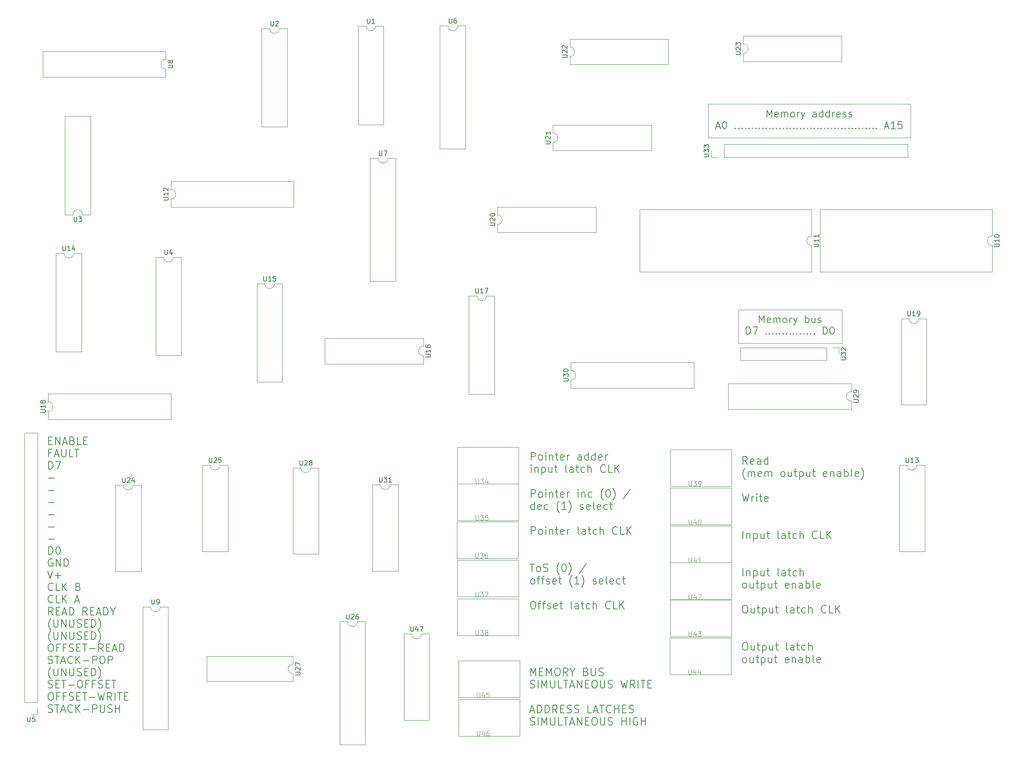
<source format=gbr>
%TF.GenerationSoftware,KiCad,Pcbnew,8.0.2-1*%
%TF.CreationDate,2024-06-24T15:07:34-04:00*%
%TF.ProjectId,stack_controller,73746163-6b5f-4636-9f6e-74726f6c6c65,rev?*%
%TF.SameCoordinates,Original*%
%TF.FileFunction,Legend,Top*%
%TF.FilePolarity,Positive*%
%FSLAX46Y46*%
G04 Gerber Fmt 4.6, Leading zero omitted, Abs format (unit mm)*
G04 Created by KiCad (PCBNEW 8.0.2-1) date 2024-06-24 15:07:34*
%MOMM*%
%LPD*%
G01*
G04 APERTURE LIST*
%ADD10C,0.160000*%
%ADD11C,0.157000*%
%ADD12C,0.150000*%
%ADD13C,0.100000*%
%ADD14C,0.120000*%
G04 APERTURE END LIST*
D10*
X187470501Y-114514870D02*
X186937167Y-113752965D01*
X186556215Y-114514870D02*
X186556215Y-112914870D01*
X186556215Y-112914870D02*
X187165739Y-112914870D01*
X187165739Y-112914870D02*
X187318120Y-112991060D01*
X187318120Y-112991060D02*
X187394310Y-113067251D01*
X187394310Y-113067251D02*
X187470501Y-113219632D01*
X187470501Y-113219632D02*
X187470501Y-113448203D01*
X187470501Y-113448203D02*
X187394310Y-113600584D01*
X187394310Y-113600584D02*
X187318120Y-113676775D01*
X187318120Y-113676775D02*
X187165739Y-113752965D01*
X187165739Y-113752965D02*
X186556215Y-113752965D01*
X188765739Y-114438680D02*
X188613358Y-114514870D01*
X188613358Y-114514870D02*
X188308596Y-114514870D01*
X188308596Y-114514870D02*
X188156215Y-114438680D01*
X188156215Y-114438680D02*
X188080024Y-114286299D01*
X188080024Y-114286299D02*
X188080024Y-113676775D01*
X188080024Y-113676775D02*
X188156215Y-113524394D01*
X188156215Y-113524394D02*
X188308596Y-113448203D01*
X188308596Y-113448203D02*
X188613358Y-113448203D01*
X188613358Y-113448203D02*
X188765739Y-113524394D01*
X188765739Y-113524394D02*
X188841929Y-113676775D01*
X188841929Y-113676775D02*
X188841929Y-113829156D01*
X188841929Y-113829156D02*
X188080024Y-113981537D01*
X190213358Y-114514870D02*
X190213358Y-113676775D01*
X190213358Y-113676775D02*
X190137168Y-113524394D01*
X190137168Y-113524394D02*
X189984787Y-113448203D01*
X189984787Y-113448203D02*
X189680025Y-113448203D01*
X189680025Y-113448203D02*
X189527644Y-113524394D01*
X190213358Y-114438680D02*
X190060977Y-114514870D01*
X190060977Y-114514870D02*
X189680025Y-114514870D01*
X189680025Y-114514870D02*
X189527644Y-114438680D01*
X189527644Y-114438680D02*
X189451453Y-114286299D01*
X189451453Y-114286299D02*
X189451453Y-114133918D01*
X189451453Y-114133918D02*
X189527644Y-113981537D01*
X189527644Y-113981537D02*
X189680025Y-113905346D01*
X189680025Y-113905346D02*
X190060977Y-113905346D01*
X190060977Y-113905346D02*
X190213358Y-113829156D01*
X191660977Y-114514870D02*
X191660977Y-112914870D01*
X191660977Y-114438680D02*
X191508596Y-114514870D01*
X191508596Y-114514870D02*
X191203834Y-114514870D01*
X191203834Y-114514870D02*
X191051453Y-114438680D01*
X191051453Y-114438680D02*
X190975263Y-114362489D01*
X190975263Y-114362489D02*
X190899072Y-114210108D01*
X190899072Y-114210108D02*
X190899072Y-113752965D01*
X190899072Y-113752965D02*
X190975263Y-113600584D01*
X190975263Y-113600584D02*
X191051453Y-113524394D01*
X191051453Y-113524394D02*
X191203834Y-113448203D01*
X191203834Y-113448203D02*
X191508596Y-113448203D01*
X191508596Y-113448203D02*
X191660977Y-113524394D01*
X187013358Y-117700304D02*
X186937167Y-117624113D01*
X186937167Y-117624113D02*
X186784786Y-117395542D01*
X186784786Y-117395542D02*
X186708596Y-117243161D01*
X186708596Y-117243161D02*
X186632405Y-117014590D01*
X186632405Y-117014590D02*
X186556215Y-116633637D01*
X186556215Y-116633637D02*
X186556215Y-116328875D01*
X186556215Y-116328875D02*
X186632405Y-115947923D01*
X186632405Y-115947923D02*
X186708596Y-115719351D01*
X186708596Y-115719351D02*
X186784786Y-115566970D01*
X186784786Y-115566970D02*
X186937167Y-115338399D01*
X186937167Y-115338399D02*
X187013358Y-115262209D01*
X187622882Y-117090780D02*
X187622882Y-116024113D01*
X187622882Y-116176494D02*
X187699072Y-116100304D01*
X187699072Y-116100304D02*
X187851453Y-116024113D01*
X187851453Y-116024113D02*
X188080025Y-116024113D01*
X188080025Y-116024113D02*
X188232406Y-116100304D01*
X188232406Y-116100304D02*
X188308596Y-116252685D01*
X188308596Y-116252685D02*
X188308596Y-117090780D01*
X188308596Y-116252685D02*
X188384787Y-116100304D01*
X188384787Y-116100304D02*
X188537168Y-116024113D01*
X188537168Y-116024113D02*
X188765739Y-116024113D01*
X188765739Y-116024113D02*
X188918120Y-116100304D01*
X188918120Y-116100304D02*
X188994310Y-116252685D01*
X188994310Y-116252685D02*
X188994310Y-117090780D01*
X190365739Y-117014590D02*
X190213358Y-117090780D01*
X190213358Y-117090780D02*
X189908596Y-117090780D01*
X189908596Y-117090780D02*
X189756215Y-117014590D01*
X189756215Y-117014590D02*
X189680024Y-116862209D01*
X189680024Y-116862209D02*
X189680024Y-116252685D01*
X189680024Y-116252685D02*
X189756215Y-116100304D01*
X189756215Y-116100304D02*
X189908596Y-116024113D01*
X189908596Y-116024113D02*
X190213358Y-116024113D01*
X190213358Y-116024113D02*
X190365739Y-116100304D01*
X190365739Y-116100304D02*
X190441929Y-116252685D01*
X190441929Y-116252685D02*
X190441929Y-116405066D01*
X190441929Y-116405066D02*
X189680024Y-116557447D01*
X191127644Y-117090780D02*
X191127644Y-116024113D01*
X191127644Y-116176494D02*
X191203834Y-116100304D01*
X191203834Y-116100304D02*
X191356215Y-116024113D01*
X191356215Y-116024113D02*
X191584787Y-116024113D01*
X191584787Y-116024113D02*
X191737168Y-116100304D01*
X191737168Y-116100304D02*
X191813358Y-116252685D01*
X191813358Y-116252685D02*
X191813358Y-117090780D01*
X191813358Y-116252685D02*
X191889549Y-116100304D01*
X191889549Y-116100304D02*
X192041930Y-116024113D01*
X192041930Y-116024113D02*
X192270501Y-116024113D01*
X192270501Y-116024113D02*
X192422882Y-116100304D01*
X192422882Y-116100304D02*
X192499072Y-116252685D01*
X192499072Y-116252685D02*
X192499072Y-117090780D01*
X194708596Y-117090780D02*
X194556215Y-117014590D01*
X194556215Y-117014590D02*
X194480025Y-116938399D01*
X194480025Y-116938399D02*
X194403834Y-116786018D01*
X194403834Y-116786018D02*
X194403834Y-116328875D01*
X194403834Y-116328875D02*
X194480025Y-116176494D01*
X194480025Y-116176494D02*
X194556215Y-116100304D01*
X194556215Y-116100304D02*
X194708596Y-116024113D01*
X194708596Y-116024113D02*
X194937168Y-116024113D01*
X194937168Y-116024113D02*
X195089549Y-116100304D01*
X195089549Y-116100304D02*
X195165739Y-116176494D01*
X195165739Y-116176494D02*
X195241930Y-116328875D01*
X195241930Y-116328875D02*
X195241930Y-116786018D01*
X195241930Y-116786018D02*
X195165739Y-116938399D01*
X195165739Y-116938399D02*
X195089549Y-117014590D01*
X195089549Y-117014590D02*
X194937168Y-117090780D01*
X194937168Y-117090780D02*
X194708596Y-117090780D01*
X196613358Y-116024113D02*
X196613358Y-117090780D01*
X195927644Y-116024113D02*
X195927644Y-116862209D01*
X195927644Y-116862209D02*
X196003834Y-117014590D01*
X196003834Y-117014590D02*
X196156215Y-117090780D01*
X196156215Y-117090780D02*
X196384787Y-117090780D01*
X196384787Y-117090780D02*
X196537168Y-117014590D01*
X196537168Y-117014590D02*
X196613358Y-116938399D01*
X197146691Y-116024113D02*
X197756215Y-116024113D01*
X197375263Y-115490780D02*
X197375263Y-116862209D01*
X197375263Y-116862209D02*
X197451453Y-117014590D01*
X197451453Y-117014590D02*
X197603834Y-117090780D01*
X197603834Y-117090780D02*
X197756215Y-117090780D01*
X198289549Y-116024113D02*
X198289549Y-117624113D01*
X198289549Y-116100304D02*
X198441930Y-116024113D01*
X198441930Y-116024113D02*
X198746692Y-116024113D01*
X198746692Y-116024113D02*
X198899073Y-116100304D01*
X198899073Y-116100304D02*
X198975263Y-116176494D01*
X198975263Y-116176494D02*
X199051454Y-116328875D01*
X199051454Y-116328875D02*
X199051454Y-116786018D01*
X199051454Y-116786018D02*
X198975263Y-116938399D01*
X198975263Y-116938399D02*
X198899073Y-117014590D01*
X198899073Y-117014590D02*
X198746692Y-117090780D01*
X198746692Y-117090780D02*
X198441930Y-117090780D01*
X198441930Y-117090780D02*
X198289549Y-117014590D01*
X200422882Y-116024113D02*
X200422882Y-117090780D01*
X199737168Y-116024113D02*
X199737168Y-116862209D01*
X199737168Y-116862209D02*
X199813358Y-117014590D01*
X199813358Y-117014590D02*
X199965739Y-117090780D01*
X199965739Y-117090780D02*
X200194311Y-117090780D01*
X200194311Y-117090780D02*
X200346692Y-117014590D01*
X200346692Y-117014590D02*
X200422882Y-116938399D01*
X200956215Y-116024113D02*
X201565739Y-116024113D01*
X201184787Y-115490780D02*
X201184787Y-116862209D01*
X201184787Y-116862209D02*
X201260977Y-117014590D01*
X201260977Y-117014590D02*
X201413358Y-117090780D01*
X201413358Y-117090780D02*
X201565739Y-117090780D01*
X203927645Y-117014590D02*
X203775264Y-117090780D01*
X203775264Y-117090780D02*
X203470502Y-117090780D01*
X203470502Y-117090780D02*
X203318121Y-117014590D01*
X203318121Y-117014590D02*
X203241930Y-116862209D01*
X203241930Y-116862209D02*
X203241930Y-116252685D01*
X203241930Y-116252685D02*
X203318121Y-116100304D01*
X203318121Y-116100304D02*
X203470502Y-116024113D01*
X203470502Y-116024113D02*
X203775264Y-116024113D01*
X203775264Y-116024113D02*
X203927645Y-116100304D01*
X203927645Y-116100304D02*
X204003835Y-116252685D01*
X204003835Y-116252685D02*
X204003835Y-116405066D01*
X204003835Y-116405066D02*
X203241930Y-116557447D01*
X204689550Y-116024113D02*
X204689550Y-117090780D01*
X204689550Y-116176494D02*
X204765740Y-116100304D01*
X204765740Y-116100304D02*
X204918121Y-116024113D01*
X204918121Y-116024113D02*
X205146693Y-116024113D01*
X205146693Y-116024113D02*
X205299074Y-116100304D01*
X205299074Y-116100304D02*
X205375264Y-116252685D01*
X205375264Y-116252685D02*
X205375264Y-117090780D01*
X206822883Y-117090780D02*
X206822883Y-116252685D01*
X206822883Y-116252685D02*
X206746693Y-116100304D01*
X206746693Y-116100304D02*
X206594312Y-116024113D01*
X206594312Y-116024113D02*
X206289550Y-116024113D01*
X206289550Y-116024113D02*
X206137169Y-116100304D01*
X206822883Y-117014590D02*
X206670502Y-117090780D01*
X206670502Y-117090780D02*
X206289550Y-117090780D01*
X206289550Y-117090780D02*
X206137169Y-117014590D01*
X206137169Y-117014590D02*
X206060978Y-116862209D01*
X206060978Y-116862209D02*
X206060978Y-116709828D01*
X206060978Y-116709828D02*
X206137169Y-116557447D01*
X206137169Y-116557447D02*
X206289550Y-116481256D01*
X206289550Y-116481256D02*
X206670502Y-116481256D01*
X206670502Y-116481256D02*
X206822883Y-116405066D01*
X207584788Y-117090780D02*
X207584788Y-115490780D01*
X207584788Y-116100304D02*
X207737169Y-116024113D01*
X207737169Y-116024113D02*
X208041931Y-116024113D01*
X208041931Y-116024113D02*
X208194312Y-116100304D01*
X208194312Y-116100304D02*
X208270502Y-116176494D01*
X208270502Y-116176494D02*
X208346693Y-116328875D01*
X208346693Y-116328875D02*
X208346693Y-116786018D01*
X208346693Y-116786018D02*
X208270502Y-116938399D01*
X208270502Y-116938399D02*
X208194312Y-117014590D01*
X208194312Y-117014590D02*
X208041931Y-117090780D01*
X208041931Y-117090780D02*
X207737169Y-117090780D01*
X207737169Y-117090780D02*
X207584788Y-117014590D01*
X209260978Y-117090780D02*
X209108597Y-117014590D01*
X209108597Y-117014590D02*
X209032407Y-116862209D01*
X209032407Y-116862209D02*
X209032407Y-115490780D01*
X210480026Y-117014590D02*
X210327645Y-117090780D01*
X210327645Y-117090780D02*
X210022883Y-117090780D01*
X210022883Y-117090780D02*
X209870502Y-117014590D01*
X209870502Y-117014590D02*
X209794311Y-116862209D01*
X209794311Y-116862209D02*
X209794311Y-116252685D01*
X209794311Y-116252685D02*
X209870502Y-116100304D01*
X209870502Y-116100304D02*
X210022883Y-116024113D01*
X210022883Y-116024113D02*
X210327645Y-116024113D01*
X210327645Y-116024113D02*
X210480026Y-116100304D01*
X210480026Y-116100304D02*
X210556216Y-116252685D01*
X210556216Y-116252685D02*
X210556216Y-116405066D01*
X210556216Y-116405066D02*
X209794311Y-116557447D01*
X211089550Y-117700304D02*
X211165740Y-117624113D01*
X211165740Y-117624113D02*
X211318121Y-117395542D01*
X211318121Y-117395542D02*
X211394312Y-117243161D01*
X211394312Y-117243161D02*
X211470502Y-117014590D01*
X211470502Y-117014590D02*
X211546693Y-116633637D01*
X211546693Y-116633637D02*
X211546693Y-116328875D01*
X211546693Y-116328875D02*
X211470502Y-115947923D01*
X211470502Y-115947923D02*
X211394312Y-115719351D01*
X211394312Y-115719351D02*
X211318121Y-115566970D01*
X211318121Y-115566970D02*
X211165740Y-115338399D01*
X211165740Y-115338399D02*
X211089550Y-115262209D01*
X186403834Y-120642600D02*
X186784786Y-122242600D01*
X186784786Y-122242600D02*
X187089548Y-121099743D01*
X187089548Y-121099743D02*
X187394310Y-122242600D01*
X187394310Y-122242600D02*
X187775263Y-120642600D01*
X188384786Y-122242600D02*
X188384786Y-121175933D01*
X188384786Y-121480695D02*
X188460976Y-121328314D01*
X188460976Y-121328314D02*
X188537167Y-121252124D01*
X188537167Y-121252124D02*
X188689548Y-121175933D01*
X188689548Y-121175933D02*
X188841929Y-121175933D01*
X189375262Y-122242600D02*
X189375262Y-121175933D01*
X189375262Y-120642600D02*
X189299071Y-120718790D01*
X189299071Y-120718790D02*
X189375262Y-120794981D01*
X189375262Y-120794981D02*
X189451452Y-120718790D01*
X189451452Y-120718790D02*
X189375262Y-120642600D01*
X189375262Y-120642600D02*
X189375262Y-120794981D01*
X189908595Y-121175933D02*
X190518119Y-121175933D01*
X190137167Y-120642600D02*
X190137167Y-122014029D01*
X190137167Y-122014029D02*
X190213357Y-122166410D01*
X190213357Y-122166410D02*
X190365738Y-122242600D01*
X190365738Y-122242600D02*
X190518119Y-122242600D01*
X191660977Y-122166410D02*
X191508596Y-122242600D01*
X191508596Y-122242600D02*
X191203834Y-122242600D01*
X191203834Y-122242600D02*
X191051453Y-122166410D01*
X191051453Y-122166410D02*
X190975262Y-122014029D01*
X190975262Y-122014029D02*
X190975262Y-121404505D01*
X190975262Y-121404505D02*
X191051453Y-121252124D01*
X191051453Y-121252124D02*
X191203834Y-121175933D01*
X191203834Y-121175933D02*
X191508596Y-121175933D01*
X191508596Y-121175933D02*
X191660977Y-121252124D01*
X191660977Y-121252124D02*
X191737167Y-121404505D01*
X191737167Y-121404505D02*
X191737167Y-121556886D01*
X191737167Y-121556886D02*
X190975262Y-121709267D01*
X186556215Y-129970330D02*
X186556215Y-128370330D01*
X187318120Y-128903663D02*
X187318120Y-129970330D01*
X187318120Y-129056044D02*
X187394310Y-128979854D01*
X187394310Y-128979854D02*
X187546691Y-128903663D01*
X187546691Y-128903663D02*
X187775263Y-128903663D01*
X187775263Y-128903663D02*
X187927644Y-128979854D01*
X187927644Y-128979854D02*
X188003834Y-129132235D01*
X188003834Y-129132235D02*
X188003834Y-129970330D01*
X188765739Y-128903663D02*
X188765739Y-130503663D01*
X188765739Y-128979854D02*
X188918120Y-128903663D01*
X188918120Y-128903663D02*
X189222882Y-128903663D01*
X189222882Y-128903663D02*
X189375263Y-128979854D01*
X189375263Y-128979854D02*
X189451453Y-129056044D01*
X189451453Y-129056044D02*
X189527644Y-129208425D01*
X189527644Y-129208425D02*
X189527644Y-129665568D01*
X189527644Y-129665568D02*
X189451453Y-129817949D01*
X189451453Y-129817949D02*
X189375263Y-129894140D01*
X189375263Y-129894140D02*
X189222882Y-129970330D01*
X189222882Y-129970330D02*
X188918120Y-129970330D01*
X188918120Y-129970330D02*
X188765739Y-129894140D01*
X190899072Y-128903663D02*
X190899072Y-129970330D01*
X190213358Y-128903663D02*
X190213358Y-129741759D01*
X190213358Y-129741759D02*
X190289548Y-129894140D01*
X190289548Y-129894140D02*
X190441929Y-129970330D01*
X190441929Y-129970330D02*
X190670501Y-129970330D01*
X190670501Y-129970330D02*
X190822882Y-129894140D01*
X190822882Y-129894140D02*
X190899072Y-129817949D01*
X191432405Y-128903663D02*
X192041929Y-128903663D01*
X191660977Y-128370330D02*
X191660977Y-129741759D01*
X191660977Y-129741759D02*
X191737167Y-129894140D01*
X191737167Y-129894140D02*
X191889548Y-129970330D01*
X191889548Y-129970330D02*
X192041929Y-129970330D01*
X194022882Y-129970330D02*
X193870501Y-129894140D01*
X193870501Y-129894140D02*
X193794311Y-129741759D01*
X193794311Y-129741759D02*
X193794311Y-128370330D01*
X195318120Y-129970330D02*
X195318120Y-129132235D01*
X195318120Y-129132235D02*
X195241930Y-128979854D01*
X195241930Y-128979854D02*
X195089549Y-128903663D01*
X195089549Y-128903663D02*
X194784787Y-128903663D01*
X194784787Y-128903663D02*
X194632406Y-128979854D01*
X195318120Y-129894140D02*
X195165739Y-129970330D01*
X195165739Y-129970330D02*
X194784787Y-129970330D01*
X194784787Y-129970330D02*
X194632406Y-129894140D01*
X194632406Y-129894140D02*
X194556215Y-129741759D01*
X194556215Y-129741759D02*
X194556215Y-129589378D01*
X194556215Y-129589378D02*
X194632406Y-129436997D01*
X194632406Y-129436997D02*
X194784787Y-129360806D01*
X194784787Y-129360806D02*
X195165739Y-129360806D01*
X195165739Y-129360806D02*
X195318120Y-129284616D01*
X195851453Y-128903663D02*
X196460977Y-128903663D01*
X196080025Y-128370330D02*
X196080025Y-129741759D01*
X196080025Y-129741759D02*
X196156215Y-129894140D01*
X196156215Y-129894140D02*
X196308596Y-129970330D01*
X196308596Y-129970330D02*
X196460977Y-129970330D01*
X197680025Y-129894140D02*
X197527644Y-129970330D01*
X197527644Y-129970330D02*
X197222882Y-129970330D01*
X197222882Y-129970330D02*
X197070501Y-129894140D01*
X197070501Y-129894140D02*
X196994311Y-129817949D01*
X196994311Y-129817949D02*
X196918120Y-129665568D01*
X196918120Y-129665568D02*
X196918120Y-129208425D01*
X196918120Y-129208425D02*
X196994311Y-129056044D01*
X196994311Y-129056044D02*
X197070501Y-128979854D01*
X197070501Y-128979854D02*
X197222882Y-128903663D01*
X197222882Y-128903663D02*
X197527644Y-128903663D01*
X197527644Y-128903663D02*
X197680025Y-128979854D01*
X198365740Y-129970330D02*
X198365740Y-128370330D01*
X199051454Y-129970330D02*
X199051454Y-129132235D01*
X199051454Y-129132235D02*
X198975264Y-128979854D01*
X198975264Y-128979854D02*
X198822883Y-128903663D01*
X198822883Y-128903663D02*
X198594311Y-128903663D01*
X198594311Y-128903663D02*
X198441930Y-128979854D01*
X198441930Y-128979854D02*
X198365740Y-129056044D01*
X201946693Y-129817949D02*
X201870502Y-129894140D01*
X201870502Y-129894140D02*
X201641931Y-129970330D01*
X201641931Y-129970330D02*
X201489550Y-129970330D01*
X201489550Y-129970330D02*
X201260978Y-129894140D01*
X201260978Y-129894140D02*
X201108597Y-129741759D01*
X201108597Y-129741759D02*
X201032407Y-129589378D01*
X201032407Y-129589378D02*
X200956216Y-129284616D01*
X200956216Y-129284616D02*
X200956216Y-129056044D01*
X200956216Y-129056044D02*
X201032407Y-128751282D01*
X201032407Y-128751282D02*
X201108597Y-128598901D01*
X201108597Y-128598901D02*
X201260978Y-128446520D01*
X201260978Y-128446520D02*
X201489550Y-128370330D01*
X201489550Y-128370330D02*
X201641931Y-128370330D01*
X201641931Y-128370330D02*
X201870502Y-128446520D01*
X201870502Y-128446520D02*
X201946693Y-128522711D01*
X203394312Y-129970330D02*
X202632407Y-129970330D01*
X202632407Y-129970330D02*
X202632407Y-128370330D01*
X203927645Y-129970330D02*
X203927645Y-128370330D01*
X204841931Y-129970330D02*
X204156216Y-129056044D01*
X204841931Y-128370330D02*
X203927645Y-129284616D01*
X186556215Y-137698060D02*
X186556215Y-136098060D01*
X187318120Y-136631393D02*
X187318120Y-137698060D01*
X187318120Y-136783774D02*
X187394310Y-136707584D01*
X187394310Y-136707584D02*
X187546691Y-136631393D01*
X187546691Y-136631393D02*
X187775263Y-136631393D01*
X187775263Y-136631393D02*
X187927644Y-136707584D01*
X187927644Y-136707584D02*
X188003834Y-136859965D01*
X188003834Y-136859965D02*
X188003834Y-137698060D01*
X188765739Y-136631393D02*
X188765739Y-138231393D01*
X188765739Y-136707584D02*
X188918120Y-136631393D01*
X188918120Y-136631393D02*
X189222882Y-136631393D01*
X189222882Y-136631393D02*
X189375263Y-136707584D01*
X189375263Y-136707584D02*
X189451453Y-136783774D01*
X189451453Y-136783774D02*
X189527644Y-136936155D01*
X189527644Y-136936155D02*
X189527644Y-137393298D01*
X189527644Y-137393298D02*
X189451453Y-137545679D01*
X189451453Y-137545679D02*
X189375263Y-137621870D01*
X189375263Y-137621870D02*
X189222882Y-137698060D01*
X189222882Y-137698060D02*
X188918120Y-137698060D01*
X188918120Y-137698060D02*
X188765739Y-137621870D01*
X190899072Y-136631393D02*
X190899072Y-137698060D01*
X190213358Y-136631393D02*
X190213358Y-137469489D01*
X190213358Y-137469489D02*
X190289548Y-137621870D01*
X190289548Y-137621870D02*
X190441929Y-137698060D01*
X190441929Y-137698060D02*
X190670501Y-137698060D01*
X190670501Y-137698060D02*
X190822882Y-137621870D01*
X190822882Y-137621870D02*
X190899072Y-137545679D01*
X191432405Y-136631393D02*
X192041929Y-136631393D01*
X191660977Y-136098060D02*
X191660977Y-137469489D01*
X191660977Y-137469489D02*
X191737167Y-137621870D01*
X191737167Y-137621870D02*
X191889548Y-137698060D01*
X191889548Y-137698060D02*
X192041929Y-137698060D01*
X194022882Y-137698060D02*
X193870501Y-137621870D01*
X193870501Y-137621870D02*
X193794311Y-137469489D01*
X193794311Y-137469489D02*
X193794311Y-136098060D01*
X195318120Y-137698060D02*
X195318120Y-136859965D01*
X195318120Y-136859965D02*
X195241930Y-136707584D01*
X195241930Y-136707584D02*
X195089549Y-136631393D01*
X195089549Y-136631393D02*
X194784787Y-136631393D01*
X194784787Y-136631393D02*
X194632406Y-136707584D01*
X195318120Y-137621870D02*
X195165739Y-137698060D01*
X195165739Y-137698060D02*
X194784787Y-137698060D01*
X194784787Y-137698060D02*
X194632406Y-137621870D01*
X194632406Y-137621870D02*
X194556215Y-137469489D01*
X194556215Y-137469489D02*
X194556215Y-137317108D01*
X194556215Y-137317108D02*
X194632406Y-137164727D01*
X194632406Y-137164727D02*
X194784787Y-137088536D01*
X194784787Y-137088536D02*
X195165739Y-137088536D01*
X195165739Y-137088536D02*
X195318120Y-137012346D01*
X195851453Y-136631393D02*
X196460977Y-136631393D01*
X196080025Y-136098060D02*
X196080025Y-137469489D01*
X196080025Y-137469489D02*
X196156215Y-137621870D01*
X196156215Y-137621870D02*
X196308596Y-137698060D01*
X196308596Y-137698060D02*
X196460977Y-137698060D01*
X197680025Y-137621870D02*
X197527644Y-137698060D01*
X197527644Y-137698060D02*
X197222882Y-137698060D01*
X197222882Y-137698060D02*
X197070501Y-137621870D01*
X197070501Y-137621870D02*
X196994311Y-137545679D01*
X196994311Y-137545679D02*
X196918120Y-137393298D01*
X196918120Y-137393298D02*
X196918120Y-136936155D01*
X196918120Y-136936155D02*
X196994311Y-136783774D01*
X196994311Y-136783774D02*
X197070501Y-136707584D01*
X197070501Y-136707584D02*
X197222882Y-136631393D01*
X197222882Y-136631393D02*
X197527644Y-136631393D01*
X197527644Y-136631393D02*
X197680025Y-136707584D01*
X198365740Y-137698060D02*
X198365740Y-136098060D01*
X199051454Y-137698060D02*
X199051454Y-136859965D01*
X199051454Y-136859965D02*
X198975264Y-136707584D01*
X198975264Y-136707584D02*
X198822883Y-136631393D01*
X198822883Y-136631393D02*
X198594311Y-136631393D01*
X198594311Y-136631393D02*
X198441930Y-136707584D01*
X198441930Y-136707584D02*
X198365740Y-136783774D01*
X186784786Y-140273970D02*
X186632405Y-140197780D01*
X186632405Y-140197780D02*
X186556215Y-140121589D01*
X186556215Y-140121589D02*
X186480024Y-139969208D01*
X186480024Y-139969208D02*
X186480024Y-139512065D01*
X186480024Y-139512065D02*
X186556215Y-139359684D01*
X186556215Y-139359684D02*
X186632405Y-139283494D01*
X186632405Y-139283494D02*
X186784786Y-139207303D01*
X186784786Y-139207303D02*
X187013358Y-139207303D01*
X187013358Y-139207303D02*
X187165739Y-139283494D01*
X187165739Y-139283494D02*
X187241929Y-139359684D01*
X187241929Y-139359684D02*
X187318120Y-139512065D01*
X187318120Y-139512065D02*
X187318120Y-139969208D01*
X187318120Y-139969208D02*
X187241929Y-140121589D01*
X187241929Y-140121589D02*
X187165739Y-140197780D01*
X187165739Y-140197780D02*
X187013358Y-140273970D01*
X187013358Y-140273970D02*
X186784786Y-140273970D01*
X188689548Y-139207303D02*
X188689548Y-140273970D01*
X188003834Y-139207303D02*
X188003834Y-140045399D01*
X188003834Y-140045399D02*
X188080024Y-140197780D01*
X188080024Y-140197780D02*
X188232405Y-140273970D01*
X188232405Y-140273970D02*
X188460977Y-140273970D01*
X188460977Y-140273970D02*
X188613358Y-140197780D01*
X188613358Y-140197780D02*
X188689548Y-140121589D01*
X189222881Y-139207303D02*
X189832405Y-139207303D01*
X189451453Y-138673970D02*
X189451453Y-140045399D01*
X189451453Y-140045399D02*
X189527643Y-140197780D01*
X189527643Y-140197780D02*
X189680024Y-140273970D01*
X189680024Y-140273970D02*
X189832405Y-140273970D01*
X190365739Y-139207303D02*
X190365739Y-140807303D01*
X190365739Y-139283494D02*
X190518120Y-139207303D01*
X190518120Y-139207303D02*
X190822882Y-139207303D01*
X190822882Y-139207303D02*
X190975263Y-139283494D01*
X190975263Y-139283494D02*
X191051453Y-139359684D01*
X191051453Y-139359684D02*
X191127644Y-139512065D01*
X191127644Y-139512065D02*
X191127644Y-139969208D01*
X191127644Y-139969208D02*
X191051453Y-140121589D01*
X191051453Y-140121589D02*
X190975263Y-140197780D01*
X190975263Y-140197780D02*
X190822882Y-140273970D01*
X190822882Y-140273970D02*
X190518120Y-140273970D01*
X190518120Y-140273970D02*
X190365739Y-140197780D01*
X192499072Y-139207303D02*
X192499072Y-140273970D01*
X191813358Y-139207303D02*
X191813358Y-140045399D01*
X191813358Y-140045399D02*
X191889548Y-140197780D01*
X191889548Y-140197780D02*
X192041929Y-140273970D01*
X192041929Y-140273970D02*
X192270501Y-140273970D01*
X192270501Y-140273970D02*
X192422882Y-140197780D01*
X192422882Y-140197780D02*
X192499072Y-140121589D01*
X193032405Y-139207303D02*
X193641929Y-139207303D01*
X193260977Y-138673970D02*
X193260977Y-140045399D01*
X193260977Y-140045399D02*
X193337167Y-140197780D01*
X193337167Y-140197780D02*
X193489548Y-140273970D01*
X193489548Y-140273970D02*
X193641929Y-140273970D01*
X196003835Y-140197780D02*
X195851454Y-140273970D01*
X195851454Y-140273970D02*
X195546692Y-140273970D01*
X195546692Y-140273970D02*
X195394311Y-140197780D01*
X195394311Y-140197780D02*
X195318120Y-140045399D01*
X195318120Y-140045399D02*
X195318120Y-139435875D01*
X195318120Y-139435875D02*
X195394311Y-139283494D01*
X195394311Y-139283494D02*
X195546692Y-139207303D01*
X195546692Y-139207303D02*
X195851454Y-139207303D01*
X195851454Y-139207303D02*
X196003835Y-139283494D01*
X196003835Y-139283494D02*
X196080025Y-139435875D01*
X196080025Y-139435875D02*
X196080025Y-139588256D01*
X196080025Y-139588256D02*
X195318120Y-139740637D01*
X196765740Y-139207303D02*
X196765740Y-140273970D01*
X196765740Y-139359684D02*
X196841930Y-139283494D01*
X196841930Y-139283494D02*
X196994311Y-139207303D01*
X196994311Y-139207303D02*
X197222883Y-139207303D01*
X197222883Y-139207303D02*
X197375264Y-139283494D01*
X197375264Y-139283494D02*
X197451454Y-139435875D01*
X197451454Y-139435875D02*
X197451454Y-140273970D01*
X198899073Y-140273970D02*
X198899073Y-139435875D01*
X198899073Y-139435875D02*
X198822883Y-139283494D01*
X198822883Y-139283494D02*
X198670502Y-139207303D01*
X198670502Y-139207303D02*
X198365740Y-139207303D01*
X198365740Y-139207303D02*
X198213359Y-139283494D01*
X198899073Y-140197780D02*
X198746692Y-140273970D01*
X198746692Y-140273970D02*
X198365740Y-140273970D01*
X198365740Y-140273970D02*
X198213359Y-140197780D01*
X198213359Y-140197780D02*
X198137168Y-140045399D01*
X198137168Y-140045399D02*
X198137168Y-139893018D01*
X198137168Y-139893018D02*
X198213359Y-139740637D01*
X198213359Y-139740637D02*
X198365740Y-139664446D01*
X198365740Y-139664446D02*
X198746692Y-139664446D01*
X198746692Y-139664446D02*
X198899073Y-139588256D01*
X199660978Y-140273970D02*
X199660978Y-138673970D01*
X199660978Y-139283494D02*
X199813359Y-139207303D01*
X199813359Y-139207303D02*
X200118121Y-139207303D01*
X200118121Y-139207303D02*
X200270502Y-139283494D01*
X200270502Y-139283494D02*
X200346692Y-139359684D01*
X200346692Y-139359684D02*
X200422883Y-139512065D01*
X200422883Y-139512065D02*
X200422883Y-139969208D01*
X200422883Y-139969208D02*
X200346692Y-140121589D01*
X200346692Y-140121589D02*
X200270502Y-140197780D01*
X200270502Y-140197780D02*
X200118121Y-140273970D01*
X200118121Y-140273970D02*
X199813359Y-140273970D01*
X199813359Y-140273970D02*
X199660978Y-140197780D01*
X201337168Y-140273970D02*
X201184787Y-140197780D01*
X201184787Y-140197780D02*
X201108597Y-140045399D01*
X201108597Y-140045399D02*
X201108597Y-138673970D01*
X202556216Y-140197780D02*
X202403835Y-140273970D01*
X202403835Y-140273970D02*
X202099073Y-140273970D01*
X202099073Y-140273970D02*
X201946692Y-140197780D01*
X201946692Y-140197780D02*
X201870501Y-140045399D01*
X201870501Y-140045399D02*
X201870501Y-139435875D01*
X201870501Y-139435875D02*
X201946692Y-139283494D01*
X201946692Y-139283494D02*
X202099073Y-139207303D01*
X202099073Y-139207303D02*
X202403835Y-139207303D01*
X202403835Y-139207303D02*
X202556216Y-139283494D01*
X202556216Y-139283494D02*
X202632406Y-139435875D01*
X202632406Y-139435875D02*
X202632406Y-139588256D01*
X202632406Y-139588256D02*
X201870501Y-139740637D01*
X186860977Y-143825790D02*
X187165739Y-143825790D01*
X187165739Y-143825790D02*
X187318120Y-143901980D01*
X187318120Y-143901980D02*
X187470501Y-144054361D01*
X187470501Y-144054361D02*
X187546691Y-144359123D01*
X187546691Y-144359123D02*
X187546691Y-144892457D01*
X187546691Y-144892457D02*
X187470501Y-145197219D01*
X187470501Y-145197219D02*
X187318120Y-145349600D01*
X187318120Y-145349600D02*
X187165739Y-145425790D01*
X187165739Y-145425790D02*
X186860977Y-145425790D01*
X186860977Y-145425790D02*
X186708596Y-145349600D01*
X186708596Y-145349600D02*
X186556215Y-145197219D01*
X186556215Y-145197219D02*
X186480024Y-144892457D01*
X186480024Y-144892457D02*
X186480024Y-144359123D01*
X186480024Y-144359123D02*
X186556215Y-144054361D01*
X186556215Y-144054361D02*
X186708596Y-143901980D01*
X186708596Y-143901980D02*
X186860977Y-143825790D01*
X188918119Y-144359123D02*
X188918119Y-145425790D01*
X188232405Y-144359123D02*
X188232405Y-145197219D01*
X188232405Y-145197219D02*
X188308595Y-145349600D01*
X188308595Y-145349600D02*
X188460976Y-145425790D01*
X188460976Y-145425790D02*
X188689548Y-145425790D01*
X188689548Y-145425790D02*
X188841929Y-145349600D01*
X188841929Y-145349600D02*
X188918119Y-145273409D01*
X189451452Y-144359123D02*
X190060976Y-144359123D01*
X189680024Y-143825790D02*
X189680024Y-145197219D01*
X189680024Y-145197219D02*
X189756214Y-145349600D01*
X189756214Y-145349600D02*
X189908595Y-145425790D01*
X189908595Y-145425790D02*
X190060976Y-145425790D01*
X190594310Y-144359123D02*
X190594310Y-145959123D01*
X190594310Y-144435314D02*
X190746691Y-144359123D01*
X190746691Y-144359123D02*
X191051453Y-144359123D01*
X191051453Y-144359123D02*
X191203834Y-144435314D01*
X191203834Y-144435314D02*
X191280024Y-144511504D01*
X191280024Y-144511504D02*
X191356215Y-144663885D01*
X191356215Y-144663885D02*
X191356215Y-145121028D01*
X191356215Y-145121028D02*
X191280024Y-145273409D01*
X191280024Y-145273409D02*
X191203834Y-145349600D01*
X191203834Y-145349600D02*
X191051453Y-145425790D01*
X191051453Y-145425790D02*
X190746691Y-145425790D01*
X190746691Y-145425790D02*
X190594310Y-145349600D01*
X192727643Y-144359123D02*
X192727643Y-145425790D01*
X192041929Y-144359123D02*
X192041929Y-145197219D01*
X192041929Y-145197219D02*
X192118119Y-145349600D01*
X192118119Y-145349600D02*
X192270500Y-145425790D01*
X192270500Y-145425790D02*
X192499072Y-145425790D01*
X192499072Y-145425790D02*
X192651453Y-145349600D01*
X192651453Y-145349600D02*
X192727643Y-145273409D01*
X193260976Y-144359123D02*
X193870500Y-144359123D01*
X193489548Y-143825790D02*
X193489548Y-145197219D01*
X193489548Y-145197219D02*
X193565738Y-145349600D01*
X193565738Y-145349600D02*
X193718119Y-145425790D01*
X193718119Y-145425790D02*
X193870500Y-145425790D01*
X195851453Y-145425790D02*
X195699072Y-145349600D01*
X195699072Y-145349600D02*
X195622882Y-145197219D01*
X195622882Y-145197219D02*
X195622882Y-143825790D01*
X197146691Y-145425790D02*
X197146691Y-144587695D01*
X197146691Y-144587695D02*
X197070501Y-144435314D01*
X197070501Y-144435314D02*
X196918120Y-144359123D01*
X196918120Y-144359123D02*
X196613358Y-144359123D01*
X196613358Y-144359123D02*
X196460977Y-144435314D01*
X197146691Y-145349600D02*
X196994310Y-145425790D01*
X196994310Y-145425790D02*
X196613358Y-145425790D01*
X196613358Y-145425790D02*
X196460977Y-145349600D01*
X196460977Y-145349600D02*
X196384786Y-145197219D01*
X196384786Y-145197219D02*
X196384786Y-145044838D01*
X196384786Y-145044838D02*
X196460977Y-144892457D01*
X196460977Y-144892457D02*
X196613358Y-144816266D01*
X196613358Y-144816266D02*
X196994310Y-144816266D01*
X196994310Y-144816266D02*
X197146691Y-144740076D01*
X197680024Y-144359123D02*
X198289548Y-144359123D01*
X197908596Y-143825790D02*
X197908596Y-145197219D01*
X197908596Y-145197219D02*
X197984786Y-145349600D01*
X197984786Y-145349600D02*
X198137167Y-145425790D01*
X198137167Y-145425790D02*
X198289548Y-145425790D01*
X199508596Y-145349600D02*
X199356215Y-145425790D01*
X199356215Y-145425790D02*
X199051453Y-145425790D01*
X199051453Y-145425790D02*
X198899072Y-145349600D01*
X198899072Y-145349600D02*
X198822882Y-145273409D01*
X198822882Y-145273409D02*
X198746691Y-145121028D01*
X198746691Y-145121028D02*
X198746691Y-144663885D01*
X198746691Y-144663885D02*
X198822882Y-144511504D01*
X198822882Y-144511504D02*
X198899072Y-144435314D01*
X198899072Y-144435314D02*
X199051453Y-144359123D01*
X199051453Y-144359123D02*
X199356215Y-144359123D01*
X199356215Y-144359123D02*
X199508596Y-144435314D01*
X200194311Y-145425790D02*
X200194311Y-143825790D01*
X200880025Y-145425790D02*
X200880025Y-144587695D01*
X200880025Y-144587695D02*
X200803835Y-144435314D01*
X200803835Y-144435314D02*
X200651454Y-144359123D01*
X200651454Y-144359123D02*
X200422882Y-144359123D01*
X200422882Y-144359123D02*
X200270501Y-144435314D01*
X200270501Y-144435314D02*
X200194311Y-144511504D01*
X203775264Y-145273409D02*
X203699073Y-145349600D01*
X203699073Y-145349600D02*
X203470502Y-145425790D01*
X203470502Y-145425790D02*
X203318121Y-145425790D01*
X203318121Y-145425790D02*
X203089549Y-145349600D01*
X203089549Y-145349600D02*
X202937168Y-145197219D01*
X202937168Y-145197219D02*
X202860978Y-145044838D01*
X202860978Y-145044838D02*
X202784787Y-144740076D01*
X202784787Y-144740076D02*
X202784787Y-144511504D01*
X202784787Y-144511504D02*
X202860978Y-144206742D01*
X202860978Y-144206742D02*
X202937168Y-144054361D01*
X202937168Y-144054361D02*
X203089549Y-143901980D01*
X203089549Y-143901980D02*
X203318121Y-143825790D01*
X203318121Y-143825790D02*
X203470502Y-143825790D01*
X203470502Y-143825790D02*
X203699073Y-143901980D01*
X203699073Y-143901980D02*
X203775264Y-143978171D01*
X205222883Y-145425790D02*
X204460978Y-145425790D01*
X204460978Y-145425790D02*
X204460978Y-143825790D01*
X205756216Y-145425790D02*
X205756216Y-143825790D01*
X206670502Y-145425790D02*
X205984787Y-144511504D01*
X206670502Y-143825790D02*
X205756216Y-144740076D01*
X186860977Y-151553520D02*
X187165739Y-151553520D01*
X187165739Y-151553520D02*
X187318120Y-151629710D01*
X187318120Y-151629710D02*
X187470501Y-151782091D01*
X187470501Y-151782091D02*
X187546691Y-152086853D01*
X187546691Y-152086853D02*
X187546691Y-152620187D01*
X187546691Y-152620187D02*
X187470501Y-152924949D01*
X187470501Y-152924949D02*
X187318120Y-153077330D01*
X187318120Y-153077330D02*
X187165739Y-153153520D01*
X187165739Y-153153520D02*
X186860977Y-153153520D01*
X186860977Y-153153520D02*
X186708596Y-153077330D01*
X186708596Y-153077330D02*
X186556215Y-152924949D01*
X186556215Y-152924949D02*
X186480024Y-152620187D01*
X186480024Y-152620187D02*
X186480024Y-152086853D01*
X186480024Y-152086853D02*
X186556215Y-151782091D01*
X186556215Y-151782091D02*
X186708596Y-151629710D01*
X186708596Y-151629710D02*
X186860977Y-151553520D01*
X188918119Y-152086853D02*
X188918119Y-153153520D01*
X188232405Y-152086853D02*
X188232405Y-152924949D01*
X188232405Y-152924949D02*
X188308595Y-153077330D01*
X188308595Y-153077330D02*
X188460976Y-153153520D01*
X188460976Y-153153520D02*
X188689548Y-153153520D01*
X188689548Y-153153520D02*
X188841929Y-153077330D01*
X188841929Y-153077330D02*
X188918119Y-153001139D01*
X189451452Y-152086853D02*
X190060976Y-152086853D01*
X189680024Y-151553520D02*
X189680024Y-152924949D01*
X189680024Y-152924949D02*
X189756214Y-153077330D01*
X189756214Y-153077330D02*
X189908595Y-153153520D01*
X189908595Y-153153520D02*
X190060976Y-153153520D01*
X190594310Y-152086853D02*
X190594310Y-153686853D01*
X190594310Y-152163044D02*
X190746691Y-152086853D01*
X190746691Y-152086853D02*
X191051453Y-152086853D01*
X191051453Y-152086853D02*
X191203834Y-152163044D01*
X191203834Y-152163044D02*
X191280024Y-152239234D01*
X191280024Y-152239234D02*
X191356215Y-152391615D01*
X191356215Y-152391615D02*
X191356215Y-152848758D01*
X191356215Y-152848758D02*
X191280024Y-153001139D01*
X191280024Y-153001139D02*
X191203834Y-153077330D01*
X191203834Y-153077330D02*
X191051453Y-153153520D01*
X191051453Y-153153520D02*
X190746691Y-153153520D01*
X190746691Y-153153520D02*
X190594310Y-153077330D01*
X192727643Y-152086853D02*
X192727643Y-153153520D01*
X192041929Y-152086853D02*
X192041929Y-152924949D01*
X192041929Y-152924949D02*
X192118119Y-153077330D01*
X192118119Y-153077330D02*
X192270500Y-153153520D01*
X192270500Y-153153520D02*
X192499072Y-153153520D01*
X192499072Y-153153520D02*
X192651453Y-153077330D01*
X192651453Y-153077330D02*
X192727643Y-153001139D01*
X193260976Y-152086853D02*
X193870500Y-152086853D01*
X193489548Y-151553520D02*
X193489548Y-152924949D01*
X193489548Y-152924949D02*
X193565738Y-153077330D01*
X193565738Y-153077330D02*
X193718119Y-153153520D01*
X193718119Y-153153520D02*
X193870500Y-153153520D01*
X195851453Y-153153520D02*
X195699072Y-153077330D01*
X195699072Y-153077330D02*
X195622882Y-152924949D01*
X195622882Y-152924949D02*
X195622882Y-151553520D01*
X197146691Y-153153520D02*
X197146691Y-152315425D01*
X197146691Y-152315425D02*
X197070501Y-152163044D01*
X197070501Y-152163044D02*
X196918120Y-152086853D01*
X196918120Y-152086853D02*
X196613358Y-152086853D01*
X196613358Y-152086853D02*
X196460977Y-152163044D01*
X197146691Y-153077330D02*
X196994310Y-153153520D01*
X196994310Y-153153520D02*
X196613358Y-153153520D01*
X196613358Y-153153520D02*
X196460977Y-153077330D01*
X196460977Y-153077330D02*
X196384786Y-152924949D01*
X196384786Y-152924949D02*
X196384786Y-152772568D01*
X196384786Y-152772568D02*
X196460977Y-152620187D01*
X196460977Y-152620187D02*
X196613358Y-152543996D01*
X196613358Y-152543996D02*
X196994310Y-152543996D01*
X196994310Y-152543996D02*
X197146691Y-152467806D01*
X197680024Y-152086853D02*
X198289548Y-152086853D01*
X197908596Y-151553520D02*
X197908596Y-152924949D01*
X197908596Y-152924949D02*
X197984786Y-153077330D01*
X197984786Y-153077330D02*
X198137167Y-153153520D01*
X198137167Y-153153520D02*
X198289548Y-153153520D01*
X199508596Y-153077330D02*
X199356215Y-153153520D01*
X199356215Y-153153520D02*
X199051453Y-153153520D01*
X199051453Y-153153520D02*
X198899072Y-153077330D01*
X198899072Y-153077330D02*
X198822882Y-153001139D01*
X198822882Y-153001139D02*
X198746691Y-152848758D01*
X198746691Y-152848758D02*
X198746691Y-152391615D01*
X198746691Y-152391615D02*
X198822882Y-152239234D01*
X198822882Y-152239234D02*
X198899072Y-152163044D01*
X198899072Y-152163044D02*
X199051453Y-152086853D01*
X199051453Y-152086853D02*
X199356215Y-152086853D01*
X199356215Y-152086853D02*
X199508596Y-152163044D01*
X200194311Y-153153520D02*
X200194311Y-151553520D01*
X200880025Y-153153520D02*
X200880025Y-152315425D01*
X200880025Y-152315425D02*
X200803835Y-152163044D01*
X200803835Y-152163044D02*
X200651454Y-152086853D01*
X200651454Y-152086853D02*
X200422882Y-152086853D01*
X200422882Y-152086853D02*
X200270501Y-152163044D01*
X200270501Y-152163044D02*
X200194311Y-152239234D01*
X186784786Y-155729430D02*
X186632405Y-155653240D01*
X186632405Y-155653240D02*
X186556215Y-155577049D01*
X186556215Y-155577049D02*
X186480024Y-155424668D01*
X186480024Y-155424668D02*
X186480024Y-154967525D01*
X186480024Y-154967525D02*
X186556215Y-154815144D01*
X186556215Y-154815144D02*
X186632405Y-154738954D01*
X186632405Y-154738954D02*
X186784786Y-154662763D01*
X186784786Y-154662763D02*
X187013358Y-154662763D01*
X187013358Y-154662763D02*
X187165739Y-154738954D01*
X187165739Y-154738954D02*
X187241929Y-154815144D01*
X187241929Y-154815144D02*
X187318120Y-154967525D01*
X187318120Y-154967525D02*
X187318120Y-155424668D01*
X187318120Y-155424668D02*
X187241929Y-155577049D01*
X187241929Y-155577049D02*
X187165739Y-155653240D01*
X187165739Y-155653240D02*
X187013358Y-155729430D01*
X187013358Y-155729430D02*
X186784786Y-155729430D01*
X188689548Y-154662763D02*
X188689548Y-155729430D01*
X188003834Y-154662763D02*
X188003834Y-155500859D01*
X188003834Y-155500859D02*
X188080024Y-155653240D01*
X188080024Y-155653240D02*
X188232405Y-155729430D01*
X188232405Y-155729430D02*
X188460977Y-155729430D01*
X188460977Y-155729430D02*
X188613358Y-155653240D01*
X188613358Y-155653240D02*
X188689548Y-155577049D01*
X189222881Y-154662763D02*
X189832405Y-154662763D01*
X189451453Y-154129430D02*
X189451453Y-155500859D01*
X189451453Y-155500859D02*
X189527643Y-155653240D01*
X189527643Y-155653240D02*
X189680024Y-155729430D01*
X189680024Y-155729430D02*
X189832405Y-155729430D01*
X190365739Y-154662763D02*
X190365739Y-156262763D01*
X190365739Y-154738954D02*
X190518120Y-154662763D01*
X190518120Y-154662763D02*
X190822882Y-154662763D01*
X190822882Y-154662763D02*
X190975263Y-154738954D01*
X190975263Y-154738954D02*
X191051453Y-154815144D01*
X191051453Y-154815144D02*
X191127644Y-154967525D01*
X191127644Y-154967525D02*
X191127644Y-155424668D01*
X191127644Y-155424668D02*
X191051453Y-155577049D01*
X191051453Y-155577049D02*
X190975263Y-155653240D01*
X190975263Y-155653240D02*
X190822882Y-155729430D01*
X190822882Y-155729430D02*
X190518120Y-155729430D01*
X190518120Y-155729430D02*
X190365739Y-155653240D01*
X192499072Y-154662763D02*
X192499072Y-155729430D01*
X191813358Y-154662763D02*
X191813358Y-155500859D01*
X191813358Y-155500859D02*
X191889548Y-155653240D01*
X191889548Y-155653240D02*
X192041929Y-155729430D01*
X192041929Y-155729430D02*
X192270501Y-155729430D01*
X192270501Y-155729430D02*
X192422882Y-155653240D01*
X192422882Y-155653240D02*
X192499072Y-155577049D01*
X193032405Y-154662763D02*
X193641929Y-154662763D01*
X193260977Y-154129430D02*
X193260977Y-155500859D01*
X193260977Y-155500859D02*
X193337167Y-155653240D01*
X193337167Y-155653240D02*
X193489548Y-155729430D01*
X193489548Y-155729430D02*
X193641929Y-155729430D01*
X196003835Y-155653240D02*
X195851454Y-155729430D01*
X195851454Y-155729430D02*
X195546692Y-155729430D01*
X195546692Y-155729430D02*
X195394311Y-155653240D01*
X195394311Y-155653240D02*
X195318120Y-155500859D01*
X195318120Y-155500859D02*
X195318120Y-154891335D01*
X195318120Y-154891335D02*
X195394311Y-154738954D01*
X195394311Y-154738954D02*
X195546692Y-154662763D01*
X195546692Y-154662763D02*
X195851454Y-154662763D01*
X195851454Y-154662763D02*
X196003835Y-154738954D01*
X196003835Y-154738954D02*
X196080025Y-154891335D01*
X196080025Y-154891335D02*
X196080025Y-155043716D01*
X196080025Y-155043716D02*
X195318120Y-155196097D01*
X196765740Y-154662763D02*
X196765740Y-155729430D01*
X196765740Y-154815144D02*
X196841930Y-154738954D01*
X196841930Y-154738954D02*
X196994311Y-154662763D01*
X196994311Y-154662763D02*
X197222883Y-154662763D01*
X197222883Y-154662763D02*
X197375264Y-154738954D01*
X197375264Y-154738954D02*
X197451454Y-154891335D01*
X197451454Y-154891335D02*
X197451454Y-155729430D01*
X198899073Y-155729430D02*
X198899073Y-154891335D01*
X198899073Y-154891335D02*
X198822883Y-154738954D01*
X198822883Y-154738954D02*
X198670502Y-154662763D01*
X198670502Y-154662763D02*
X198365740Y-154662763D01*
X198365740Y-154662763D02*
X198213359Y-154738954D01*
X198899073Y-155653240D02*
X198746692Y-155729430D01*
X198746692Y-155729430D02*
X198365740Y-155729430D01*
X198365740Y-155729430D02*
X198213359Y-155653240D01*
X198213359Y-155653240D02*
X198137168Y-155500859D01*
X198137168Y-155500859D02*
X198137168Y-155348478D01*
X198137168Y-155348478D02*
X198213359Y-155196097D01*
X198213359Y-155196097D02*
X198365740Y-155119906D01*
X198365740Y-155119906D02*
X198746692Y-155119906D01*
X198746692Y-155119906D02*
X198899073Y-155043716D01*
X199660978Y-155729430D02*
X199660978Y-154129430D01*
X199660978Y-154738954D02*
X199813359Y-154662763D01*
X199813359Y-154662763D02*
X200118121Y-154662763D01*
X200118121Y-154662763D02*
X200270502Y-154738954D01*
X200270502Y-154738954D02*
X200346692Y-154815144D01*
X200346692Y-154815144D02*
X200422883Y-154967525D01*
X200422883Y-154967525D02*
X200422883Y-155424668D01*
X200422883Y-155424668D02*
X200346692Y-155577049D01*
X200346692Y-155577049D02*
X200270502Y-155653240D01*
X200270502Y-155653240D02*
X200118121Y-155729430D01*
X200118121Y-155729430D02*
X199813359Y-155729430D01*
X199813359Y-155729430D02*
X199660978Y-155653240D01*
X201337168Y-155729430D02*
X201184787Y-155653240D01*
X201184787Y-155653240D02*
X201108597Y-155500859D01*
X201108597Y-155500859D02*
X201108597Y-154129430D01*
X202556216Y-155653240D02*
X202403835Y-155729430D01*
X202403835Y-155729430D02*
X202099073Y-155729430D01*
X202099073Y-155729430D02*
X201946692Y-155653240D01*
X201946692Y-155653240D02*
X201870501Y-155500859D01*
X201870501Y-155500859D02*
X201870501Y-154891335D01*
X201870501Y-154891335D02*
X201946692Y-154738954D01*
X201946692Y-154738954D02*
X202099073Y-154662763D01*
X202099073Y-154662763D02*
X202403835Y-154662763D01*
X202403835Y-154662763D02*
X202556216Y-154738954D01*
X202556216Y-154738954D02*
X202632406Y-154891335D01*
X202632406Y-154891335D02*
X202632406Y-155043716D01*
X202632406Y-155043716D02*
X201870501Y-155196097D01*
X142556215Y-113644870D02*
X142556215Y-112044870D01*
X142556215Y-112044870D02*
X143165739Y-112044870D01*
X143165739Y-112044870D02*
X143318120Y-112121060D01*
X143318120Y-112121060D02*
X143394310Y-112197251D01*
X143394310Y-112197251D02*
X143470501Y-112349632D01*
X143470501Y-112349632D02*
X143470501Y-112578203D01*
X143470501Y-112578203D02*
X143394310Y-112730584D01*
X143394310Y-112730584D02*
X143318120Y-112806775D01*
X143318120Y-112806775D02*
X143165739Y-112882965D01*
X143165739Y-112882965D02*
X142556215Y-112882965D01*
X144384786Y-113644870D02*
X144232405Y-113568680D01*
X144232405Y-113568680D02*
X144156215Y-113492489D01*
X144156215Y-113492489D02*
X144080024Y-113340108D01*
X144080024Y-113340108D02*
X144080024Y-112882965D01*
X144080024Y-112882965D02*
X144156215Y-112730584D01*
X144156215Y-112730584D02*
X144232405Y-112654394D01*
X144232405Y-112654394D02*
X144384786Y-112578203D01*
X144384786Y-112578203D02*
X144613358Y-112578203D01*
X144613358Y-112578203D02*
X144765739Y-112654394D01*
X144765739Y-112654394D02*
X144841929Y-112730584D01*
X144841929Y-112730584D02*
X144918120Y-112882965D01*
X144918120Y-112882965D02*
X144918120Y-113340108D01*
X144918120Y-113340108D02*
X144841929Y-113492489D01*
X144841929Y-113492489D02*
X144765739Y-113568680D01*
X144765739Y-113568680D02*
X144613358Y-113644870D01*
X144613358Y-113644870D02*
X144384786Y-113644870D01*
X145603834Y-113644870D02*
X145603834Y-112578203D01*
X145603834Y-112044870D02*
X145527643Y-112121060D01*
X145527643Y-112121060D02*
X145603834Y-112197251D01*
X145603834Y-112197251D02*
X145680024Y-112121060D01*
X145680024Y-112121060D02*
X145603834Y-112044870D01*
X145603834Y-112044870D02*
X145603834Y-112197251D01*
X146365739Y-112578203D02*
X146365739Y-113644870D01*
X146365739Y-112730584D02*
X146441929Y-112654394D01*
X146441929Y-112654394D02*
X146594310Y-112578203D01*
X146594310Y-112578203D02*
X146822882Y-112578203D01*
X146822882Y-112578203D02*
X146975263Y-112654394D01*
X146975263Y-112654394D02*
X147051453Y-112806775D01*
X147051453Y-112806775D02*
X147051453Y-113644870D01*
X147584786Y-112578203D02*
X148194310Y-112578203D01*
X147813358Y-112044870D02*
X147813358Y-113416299D01*
X147813358Y-113416299D02*
X147889548Y-113568680D01*
X147889548Y-113568680D02*
X148041929Y-113644870D01*
X148041929Y-113644870D02*
X148194310Y-113644870D01*
X149337168Y-113568680D02*
X149184787Y-113644870D01*
X149184787Y-113644870D02*
X148880025Y-113644870D01*
X148880025Y-113644870D02*
X148727644Y-113568680D01*
X148727644Y-113568680D02*
X148651453Y-113416299D01*
X148651453Y-113416299D02*
X148651453Y-112806775D01*
X148651453Y-112806775D02*
X148727644Y-112654394D01*
X148727644Y-112654394D02*
X148880025Y-112578203D01*
X148880025Y-112578203D02*
X149184787Y-112578203D01*
X149184787Y-112578203D02*
X149337168Y-112654394D01*
X149337168Y-112654394D02*
X149413358Y-112806775D01*
X149413358Y-112806775D02*
X149413358Y-112959156D01*
X149413358Y-112959156D02*
X148651453Y-113111537D01*
X150099073Y-113644870D02*
X150099073Y-112578203D01*
X150099073Y-112882965D02*
X150175263Y-112730584D01*
X150175263Y-112730584D02*
X150251454Y-112654394D01*
X150251454Y-112654394D02*
X150403835Y-112578203D01*
X150403835Y-112578203D02*
X150556216Y-112578203D01*
X152994311Y-113644870D02*
X152994311Y-112806775D01*
X152994311Y-112806775D02*
X152918121Y-112654394D01*
X152918121Y-112654394D02*
X152765740Y-112578203D01*
X152765740Y-112578203D02*
X152460978Y-112578203D01*
X152460978Y-112578203D02*
X152308597Y-112654394D01*
X152994311Y-113568680D02*
X152841930Y-113644870D01*
X152841930Y-113644870D02*
X152460978Y-113644870D01*
X152460978Y-113644870D02*
X152308597Y-113568680D01*
X152308597Y-113568680D02*
X152232406Y-113416299D01*
X152232406Y-113416299D02*
X152232406Y-113263918D01*
X152232406Y-113263918D02*
X152308597Y-113111537D01*
X152308597Y-113111537D02*
X152460978Y-113035346D01*
X152460978Y-113035346D02*
X152841930Y-113035346D01*
X152841930Y-113035346D02*
X152994311Y-112959156D01*
X154441930Y-113644870D02*
X154441930Y-112044870D01*
X154441930Y-113568680D02*
X154289549Y-113644870D01*
X154289549Y-113644870D02*
X153984787Y-113644870D01*
X153984787Y-113644870D02*
X153832406Y-113568680D01*
X153832406Y-113568680D02*
X153756216Y-113492489D01*
X153756216Y-113492489D02*
X153680025Y-113340108D01*
X153680025Y-113340108D02*
X153680025Y-112882965D01*
X153680025Y-112882965D02*
X153756216Y-112730584D01*
X153756216Y-112730584D02*
X153832406Y-112654394D01*
X153832406Y-112654394D02*
X153984787Y-112578203D01*
X153984787Y-112578203D02*
X154289549Y-112578203D01*
X154289549Y-112578203D02*
X154441930Y-112654394D01*
X155889549Y-113644870D02*
X155889549Y-112044870D01*
X155889549Y-113568680D02*
X155737168Y-113644870D01*
X155737168Y-113644870D02*
X155432406Y-113644870D01*
X155432406Y-113644870D02*
X155280025Y-113568680D01*
X155280025Y-113568680D02*
X155203835Y-113492489D01*
X155203835Y-113492489D02*
X155127644Y-113340108D01*
X155127644Y-113340108D02*
X155127644Y-112882965D01*
X155127644Y-112882965D02*
X155203835Y-112730584D01*
X155203835Y-112730584D02*
X155280025Y-112654394D01*
X155280025Y-112654394D02*
X155432406Y-112578203D01*
X155432406Y-112578203D02*
X155737168Y-112578203D01*
X155737168Y-112578203D02*
X155889549Y-112654394D01*
X157260978Y-113568680D02*
X157108597Y-113644870D01*
X157108597Y-113644870D02*
X156803835Y-113644870D01*
X156803835Y-113644870D02*
X156651454Y-113568680D01*
X156651454Y-113568680D02*
X156575263Y-113416299D01*
X156575263Y-113416299D02*
X156575263Y-112806775D01*
X156575263Y-112806775D02*
X156651454Y-112654394D01*
X156651454Y-112654394D02*
X156803835Y-112578203D01*
X156803835Y-112578203D02*
X157108597Y-112578203D01*
X157108597Y-112578203D02*
X157260978Y-112654394D01*
X157260978Y-112654394D02*
X157337168Y-112806775D01*
X157337168Y-112806775D02*
X157337168Y-112959156D01*
X157337168Y-112959156D02*
X156575263Y-113111537D01*
X158022883Y-113644870D02*
X158022883Y-112578203D01*
X158022883Y-112882965D02*
X158099073Y-112730584D01*
X158099073Y-112730584D02*
X158175264Y-112654394D01*
X158175264Y-112654394D02*
X158327645Y-112578203D01*
X158327645Y-112578203D02*
X158480026Y-112578203D01*
X142556215Y-116220780D02*
X142556215Y-115154113D01*
X142556215Y-114620780D02*
X142480024Y-114696970D01*
X142480024Y-114696970D02*
X142556215Y-114773161D01*
X142556215Y-114773161D02*
X142632405Y-114696970D01*
X142632405Y-114696970D02*
X142556215Y-114620780D01*
X142556215Y-114620780D02*
X142556215Y-114773161D01*
X143318120Y-115154113D02*
X143318120Y-116220780D01*
X143318120Y-115306494D02*
X143394310Y-115230304D01*
X143394310Y-115230304D02*
X143546691Y-115154113D01*
X143546691Y-115154113D02*
X143775263Y-115154113D01*
X143775263Y-115154113D02*
X143927644Y-115230304D01*
X143927644Y-115230304D02*
X144003834Y-115382685D01*
X144003834Y-115382685D02*
X144003834Y-116220780D01*
X144765739Y-115154113D02*
X144765739Y-116754113D01*
X144765739Y-115230304D02*
X144918120Y-115154113D01*
X144918120Y-115154113D02*
X145222882Y-115154113D01*
X145222882Y-115154113D02*
X145375263Y-115230304D01*
X145375263Y-115230304D02*
X145451453Y-115306494D01*
X145451453Y-115306494D02*
X145527644Y-115458875D01*
X145527644Y-115458875D02*
X145527644Y-115916018D01*
X145527644Y-115916018D02*
X145451453Y-116068399D01*
X145451453Y-116068399D02*
X145375263Y-116144590D01*
X145375263Y-116144590D02*
X145222882Y-116220780D01*
X145222882Y-116220780D02*
X144918120Y-116220780D01*
X144918120Y-116220780D02*
X144765739Y-116144590D01*
X146899072Y-115154113D02*
X146899072Y-116220780D01*
X146213358Y-115154113D02*
X146213358Y-115992209D01*
X146213358Y-115992209D02*
X146289548Y-116144590D01*
X146289548Y-116144590D02*
X146441929Y-116220780D01*
X146441929Y-116220780D02*
X146670501Y-116220780D01*
X146670501Y-116220780D02*
X146822882Y-116144590D01*
X146822882Y-116144590D02*
X146899072Y-116068399D01*
X147432405Y-115154113D02*
X148041929Y-115154113D01*
X147660977Y-114620780D02*
X147660977Y-115992209D01*
X147660977Y-115992209D02*
X147737167Y-116144590D01*
X147737167Y-116144590D02*
X147889548Y-116220780D01*
X147889548Y-116220780D02*
X148041929Y-116220780D01*
X150022882Y-116220780D02*
X149870501Y-116144590D01*
X149870501Y-116144590D02*
X149794311Y-115992209D01*
X149794311Y-115992209D02*
X149794311Y-114620780D01*
X151318120Y-116220780D02*
X151318120Y-115382685D01*
X151318120Y-115382685D02*
X151241930Y-115230304D01*
X151241930Y-115230304D02*
X151089549Y-115154113D01*
X151089549Y-115154113D02*
X150784787Y-115154113D01*
X150784787Y-115154113D02*
X150632406Y-115230304D01*
X151318120Y-116144590D02*
X151165739Y-116220780D01*
X151165739Y-116220780D02*
X150784787Y-116220780D01*
X150784787Y-116220780D02*
X150632406Y-116144590D01*
X150632406Y-116144590D02*
X150556215Y-115992209D01*
X150556215Y-115992209D02*
X150556215Y-115839828D01*
X150556215Y-115839828D02*
X150632406Y-115687447D01*
X150632406Y-115687447D02*
X150784787Y-115611256D01*
X150784787Y-115611256D02*
X151165739Y-115611256D01*
X151165739Y-115611256D02*
X151318120Y-115535066D01*
X151851453Y-115154113D02*
X152460977Y-115154113D01*
X152080025Y-114620780D02*
X152080025Y-115992209D01*
X152080025Y-115992209D02*
X152156215Y-116144590D01*
X152156215Y-116144590D02*
X152308596Y-116220780D01*
X152308596Y-116220780D02*
X152460977Y-116220780D01*
X153680025Y-116144590D02*
X153527644Y-116220780D01*
X153527644Y-116220780D02*
X153222882Y-116220780D01*
X153222882Y-116220780D02*
X153070501Y-116144590D01*
X153070501Y-116144590D02*
X152994311Y-116068399D01*
X152994311Y-116068399D02*
X152918120Y-115916018D01*
X152918120Y-115916018D02*
X152918120Y-115458875D01*
X152918120Y-115458875D02*
X152994311Y-115306494D01*
X152994311Y-115306494D02*
X153070501Y-115230304D01*
X153070501Y-115230304D02*
X153222882Y-115154113D01*
X153222882Y-115154113D02*
X153527644Y-115154113D01*
X153527644Y-115154113D02*
X153680025Y-115230304D01*
X154365740Y-116220780D02*
X154365740Y-114620780D01*
X155051454Y-116220780D02*
X155051454Y-115382685D01*
X155051454Y-115382685D02*
X154975264Y-115230304D01*
X154975264Y-115230304D02*
X154822883Y-115154113D01*
X154822883Y-115154113D02*
X154594311Y-115154113D01*
X154594311Y-115154113D02*
X154441930Y-115230304D01*
X154441930Y-115230304D02*
X154365740Y-115306494D01*
X157946693Y-116068399D02*
X157870502Y-116144590D01*
X157870502Y-116144590D02*
X157641931Y-116220780D01*
X157641931Y-116220780D02*
X157489550Y-116220780D01*
X157489550Y-116220780D02*
X157260978Y-116144590D01*
X157260978Y-116144590D02*
X157108597Y-115992209D01*
X157108597Y-115992209D02*
X157032407Y-115839828D01*
X157032407Y-115839828D02*
X156956216Y-115535066D01*
X156956216Y-115535066D02*
X156956216Y-115306494D01*
X156956216Y-115306494D02*
X157032407Y-115001732D01*
X157032407Y-115001732D02*
X157108597Y-114849351D01*
X157108597Y-114849351D02*
X157260978Y-114696970D01*
X157260978Y-114696970D02*
X157489550Y-114620780D01*
X157489550Y-114620780D02*
X157641931Y-114620780D01*
X157641931Y-114620780D02*
X157870502Y-114696970D01*
X157870502Y-114696970D02*
X157946693Y-114773161D01*
X159394312Y-116220780D02*
X158632407Y-116220780D01*
X158632407Y-116220780D02*
X158632407Y-114620780D01*
X159927645Y-116220780D02*
X159927645Y-114620780D01*
X160841931Y-116220780D02*
X160156216Y-115306494D01*
X160841931Y-114620780D02*
X159927645Y-115535066D01*
X142556215Y-121372600D02*
X142556215Y-119772600D01*
X142556215Y-119772600D02*
X143165739Y-119772600D01*
X143165739Y-119772600D02*
X143318120Y-119848790D01*
X143318120Y-119848790D02*
X143394310Y-119924981D01*
X143394310Y-119924981D02*
X143470501Y-120077362D01*
X143470501Y-120077362D02*
X143470501Y-120305933D01*
X143470501Y-120305933D02*
X143394310Y-120458314D01*
X143394310Y-120458314D02*
X143318120Y-120534505D01*
X143318120Y-120534505D02*
X143165739Y-120610695D01*
X143165739Y-120610695D02*
X142556215Y-120610695D01*
X144384786Y-121372600D02*
X144232405Y-121296410D01*
X144232405Y-121296410D02*
X144156215Y-121220219D01*
X144156215Y-121220219D02*
X144080024Y-121067838D01*
X144080024Y-121067838D02*
X144080024Y-120610695D01*
X144080024Y-120610695D02*
X144156215Y-120458314D01*
X144156215Y-120458314D02*
X144232405Y-120382124D01*
X144232405Y-120382124D02*
X144384786Y-120305933D01*
X144384786Y-120305933D02*
X144613358Y-120305933D01*
X144613358Y-120305933D02*
X144765739Y-120382124D01*
X144765739Y-120382124D02*
X144841929Y-120458314D01*
X144841929Y-120458314D02*
X144918120Y-120610695D01*
X144918120Y-120610695D02*
X144918120Y-121067838D01*
X144918120Y-121067838D02*
X144841929Y-121220219D01*
X144841929Y-121220219D02*
X144765739Y-121296410D01*
X144765739Y-121296410D02*
X144613358Y-121372600D01*
X144613358Y-121372600D02*
X144384786Y-121372600D01*
X145603834Y-121372600D02*
X145603834Y-120305933D01*
X145603834Y-119772600D02*
X145527643Y-119848790D01*
X145527643Y-119848790D02*
X145603834Y-119924981D01*
X145603834Y-119924981D02*
X145680024Y-119848790D01*
X145680024Y-119848790D02*
X145603834Y-119772600D01*
X145603834Y-119772600D02*
X145603834Y-119924981D01*
X146365739Y-120305933D02*
X146365739Y-121372600D01*
X146365739Y-120458314D02*
X146441929Y-120382124D01*
X146441929Y-120382124D02*
X146594310Y-120305933D01*
X146594310Y-120305933D02*
X146822882Y-120305933D01*
X146822882Y-120305933D02*
X146975263Y-120382124D01*
X146975263Y-120382124D02*
X147051453Y-120534505D01*
X147051453Y-120534505D02*
X147051453Y-121372600D01*
X147584786Y-120305933D02*
X148194310Y-120305933D01*
X147813358Y-119772600D02*
X147813358Y-121144029D01*
X147813358Y-121144029D02*
X147889548Y-121296410D01*
X147889548Y-121296410D02*
X148041929Y-121372600D01*
X148041929Y-121372600D02*
X148194310Y-121372600D01*
X149337168Y-121296410D02*
X149184787Y-121372600D01*
X149184787Y-121372600D02*
X148880025Y-121372600D01*
X148880025Y-121372600D02*
X148727644Y-121296410D01*
X148727644Y-121296410D02*
X148651453Y-121144029D01*
X148651453Y-121144029D02*
X148651453Y-120534505D01*
X148651453Y-120534505D02*
X148727644Y-120382124D01*
X148727644Y-120382124D02*
X148880025Y-120305933D01*
X148880025Y-120305933D02*
X149184787Y-120305933D01*
X149184787Y-120305933D02*
X149337168Y-120382124D01*
X149337168Y-120382124D02*
X149413358Y-120534505D01*
X149413358Y-120534505D02*
X149413358Y-120686886D01*
X149413358Y-120686886D02*
X148651453Y-120839267D01*
X150099073Y-121372600D02*
X150099073Y-120305933D01*
X150099073Y-120610695D02*
X150175263Y-120458314D01*
X150175263Y-120458314D02*
X150251454Y-120382124D01*
X150251454Y-120382124D02*
X150403835Y-120305933D01*
X150403835Y-120305933D02*
X150556216Y-120305933D01*
X152308597Y-121372600D02*
X152308597Y-120305933D01*
X152308597Y-119772600D02*
X152232406Y-119848790D01*
X152232406Y-119848790D02*
X152308597Y-119924981D01*
X152308597Y-119924981D02*
X152384787Y-119848790D01*
X152384787Y-119848790D02*
X152308597Y-119772600D01*
X152308597Y-119772600D02*
X152308597Y-119924981D01*
X153070502Y-120305933D02*
X153070502Y-121372600D01*
X153070502Y-120458314D02*
X153146692Y-120382124D01*
X153146692Y-120382124D02*
X153299073Y-120305933D01*
X153299073Y-120305933D02*
X153527645Y-120305933D01*
X153527645Y-120305933D02*
X153680026Y-120382124D01*
X153680026Y-120382124D02*
X153756216Y-120534505D01*
X153756216Y-120534505D02*
X153756216Y-121372600D01*
X155203835Y-121296410D02*
X155051454Y-121372600D01*
X155051454Y-121372600D02*
X154746692Y-121372600D01*
X154746692Y-121372600D02*
X154594311Y-121296410D01*
X154594311Y-121296410D02*
X154518121Y-121220219D01*
X154518121Y-121220219D02*
X154441930Y-121067838D01*
X154441930Y-121067838D02*
X154441930Y-120610695D01*
X154441930Y-120610695D02*
X154518121Y-120458314D01*
X154518121Y-120458314D02*
X154594311Y-120382124D01*
X154594311Y-120382124D02*
X154746692Y-120305933D01*
X154746692Y-120305933D02*
X155051454Y-120305933D01*
X155051454Y-120305933D02*
X155203835Y-120382124D01*
X157565741Y-121982124D02*
X157489550Y-121905933D01*
X157489550Y-121905933D02*
X157337169Y-121677362D01*
X157337169Y-121677362D02*
X157260979Y-121524981D01*
X157260979Y-121524981D02*
X157184788Y-121296410D01*
X157184788Y-121296410D02*
X157108598Y-120915457D01*
X157108598Y-120915457D02*
X157108598Y-120610695D01*
X157108598Y-120610695D02*
X157184788Y-120229743D01*
X157184788Y-120229743D02*
X157260979Y-120001171D01*
X157260979Y-120001171D02*
X157337169Y-119848790D01*
X157337169Y-119848790D02*
X157489550Y-119620219D01*
X157489550Y-119620219D02*
X157565741Y-119544029D01*
X158480027Y-119772600D02*
X158632408Y-119772600D01*
X158632408Y-119772600D02*
X158784789Y-119848790D01*
X158784789Y-119848790D02*
X158860979Y-119924981D01*
X158860979Y-119924981D02*
X158937170Y-120077362D01*
X158937170Y-120077362D02*
X159013360Y-120382124D01*
X159013360Y-120382124D02*
X159013360Y-120763076D01*
X159013360Y-120763076D02*
X158937170Y-121067838D01*
X158937170Y-121067838D02*
X158860979Y-121220219D01*
X158860979Y-121220219D02*
X158784789Y-121296410D01*
X158784789Y-121296410D02*
X158632408Y-121372600D01*
X158632408Y-121372600D02*
X158480027Y-121372600D01*
X158480027Y-121372600D02*
X158327646Y-121296410D01*
X158327646Y-121296410D02*
X158251455Y-121220219D01*
X158251455Y-121220219D02*
X158175265Y-121067838D01*
X158175265Y-121067838D02*
X158099074Y-120763076D01*
X158099074Y-120763076D02*
X158099074Y-120382124D01*
X158099074Y-120382124D02*
X158175265Y-120077362D01*
X158175265Y-120077362D02*
X158251455Y-119924981D01*
X158251455Y-119924981D02*
X158327646Y-119848790D01*
X158327646Y-119848790D02*
X158480027Y-119772600D01*
X159546694Y-121982124D02*
X159622884Y-121905933D01*
X159622884Y-121905933D02*
X159775265Y-121677362D01*
X159775265Y-121677362D02*
X159851456Y-121524981D01*
X159851456Y-121524981D02*
X159927646Y-121296410D01*
X159927646Y-121296410D02*
X160003837Y-120915457D01*
X160003837Y-120915457D02*
X160003837Y-120610695D01*
X160003837Y-120610695D02*
X159927646Y-120229743D01*
X159927646Y-120229743D02*
X159851456Y-120001171D01*
X159851456Y-120001171D02*
X159775265Y-119848790D01*
X159775265Y-119848790D02*
X159622884Y-119620219D01*
X159622884Y-119620219D02*
X159546694Y-119544029D01*
X163127647Y-119696410D02*
X161756218Y-121753552D01*
X143241929Y-123948510D02*
X143241929Y-122348510D01*
X143241929Y-123872320D02*
X143089548Y-123948510D01*
X143089548Y-123948510D02*
X142784786Y-123948510D01*
X142784786Y-123948510D02*
X142632405Y-123872320D01*
X142632405Y-123872320D02*
X142556215Y-123796129D01*
X142556215Y-123796129D02*
X142480024Y-123643748D01*
X142480024Y-123643748D02*
X142480024Y-123186605D01*
X142480024Y-123186605D02*
X142556215Y-123034224D01*
X142556215Y-123034224D02*
X142632405Y-122958034D01*
X142632405Y-122958034D02*
X142784786Y-122881843D01*
X142784786Y-122881843D02*
X143089548Y-122881843D01*
X143089548Y-122881843D02*
X143241929Y-122958034D01*
X144613358Y-123872320D02*
X144460977Y-123948510D01*
X144460977Y-123948510D02*
X144156215Y-123948510D01*
X144156215Y-123948510D02*
X144003834Y-123872320D01*
X144003834Y-123872320D02*
X143927643Y-123719939D01*
X143927643Y-123719939D02*
X143927643Y-123110415D01*
X143927643Y-123110415D02*
X144003834Y-122958034D01*
X144003834Y-122958034D02*
X144156215Y-122881843D01*
X144156215Y-122881843D02*
X144460977Y-122881843D01*
X144460977Y-122881843D02*
X144613358Y-122958034D01*
X144613358Y-122958034D02*
X144689548Y-123110415D01*
X144689548Y-123110415D02*
X144689548Y-123262796D01*
X144689548Y-123262796D02*
X143927643Y-123415177D01*
X146060977Y-123872320D02*
X145908596Y-123948510D01*
X145908596Y-123948510D02*
X145603834Y-123948510D01*
X145603834Y-123948510D02*
X145451453Y-123872320D01*
X145451453Y-123872320D02*
X145375263Y-123796129D01*
X145375263Y-123796129D02*
X145299072Y-123643748D01*
X145299072Y-123643748D02*
X145299072Y-123186605D01*
X145299072Y-123186605D02*
X145375263Y-123034224D01*
X145375263Y-123034224D02*
X145451453Y-122958034D01*
X145451453Y-122958034D02*
X145603834Y-122881843D01*
X145603834Y-122881843D02*
X145908596Y-122881843D01*
X145908596Y-122881843D02*
X146060977Y-122958034D01*
X148422883Y-124558034D02*
X148346692Y-124481843D01*
X148346692Y-124481843D02*
X148194311Y-124253272D01*
X148194311Y-124253272D02*
X148118121Y-124100891D01*
X148118121Y-124100891D02*
X148041930Y-123872320D01*
X148041930Y-123872320D02*
X147965740Y-123491367D01*
X147965740Y-123491367D02*
X147965740Y-123186605D01*
X147965740Y-123186605D02*
X148041930Y-122805653D01*
X148041930Y-122805653D02*
X148118121Y-122577081D01*
X148118121Y-122577081D02*
X148194311Y-122424700D01*
X148194311Y-122424700D02*
X148346692Y-122196129D01*
X148346692Y-122196129D02*
X148422883Y-122119939D01*
X149870502Y-123948510D02*
X148956216Y-123948510D01*
X149413359Y-123948510D02*
X149413359Y-122348510D01*
X149413359Y-122348510D02*
X149260978Y-122577081D01*
X149260978Y-122577081D02*
X149108597Y-122729462D01*
X149108597Y-122729462D02*
X148956216Y-122805653D01*
X150403836Y-124558034D02*
X150480026Y-124481843D01*
X150480026Y-124481843D02*
X150632407Y-124253272D01*
X150632407Y-124253272D02*
X150708598Y-124100891D01*
X150708598Y-124100891D02*
X150784788Y-123872320D01*
X150784788Y-123872320D02*
X150860979Y-123491367D01*
X150860979Y-123491367D02*
X150860979Y-123186605D01*
X150860979Y-123186605D02*
X150784788Y-122805653D01*
X150784788Y-122805653D02*
X150708598Y-122577081D01*
X150708598Y-122577081D02*
X150632407Y-122424700D01*
X150632407Y-122424700D02*
X150480026Y-122196129D01*
X150480026Y-122196129D02*
X150403836Y-122119939D01*
X152765741Y-123872320D02*
X152918122Y-123948510D01*
X152918122Y-123948510D02*
X153222884Y-123948510D01*
X153222884Y-123948510D02*
X153375265Y-123872320D01*
X153375265Y-123872320D02*
X153451456Y-123719939D01*
X153451456Y-123719939D02*
X153451456Y-123643748D01*
X153451456Y-123643748D02*
X153375265Y-123491367D01*
X153375265Y-123491367D02*
X153222884Y-123415177D01*
X153222884Y-123415177D02*
X152994313Y-123415177D01*
X152994313Y-123415177D02*
X152841932Y-123338986D01*
X152841932Y-123338986D02*
X152765741Y-123186605D01*
X152765741Y-123186605D02*
X152765741Y-123110415D01*
X152765741Y-123110415D02*
X152841932Y-122958034D01*
X152841932Y-122958034D02*
X152994313Y-122881843D01*
X152994313Y-122881843D02*
X153222884Y-122881843D01*
X153222884Y-122881843D02*
X153375265Y-122958034D01*
X154746694Y-123872320D02*
X154594313Y-123948510D01*
X154594313Y-123948510D02*
X154289551Y-123948510D01*
X154289551Y-123948510D02*
X154137170Y-123872320D01*
X154137170Y-123872320D02*
X154060979Y-123719939D01*
X154060979Y-123719939D02*
X154060979Y-123110415D01*
X154060979Y-123110415D02*
X154137170Y-122958034D01*
X154137170Y-122958034D02*
X154289551Y-122881843D01*
X154289551Y-122881843D02*
X154594313Y-122881843D01*
X154594313Y-122881843D02*
X154746694Y-122958034D01*
X154746694Y-122958034D02*
X154822884Y-123110415D01*
X154822884Y-123110415D02*
X154822884Y-123262796D01*
X154822884Y-123262796D02*
X154060979Y-123415177D01*
X155737170Y-123948510D02*
X155584789Y-123872320D01*
X155584789Y-123872320D02*
X155508599Y-123719939D01*
X155508599Y-123719939D02*
X155508599Y-122348510D01*
X156956218Y-123872320D02*
X156803837Y-123948510D01*
X156803837Y-123948510D02*
X156499075Y-123948510D01*
X156499075Y-123948510D02*
X156346694Y-123872320D01*
X156346694Y-123872320D02*
X156270503Y-123719939D01*
X156270503Y-123719939D02*
X156270503Y-123110415D01*
X156270503Y-123110415D02*
X156346694Y-122958034D01*
X156346694Y-122958034D02*
X156499075Y-122881843D01*
X156499075Y-122881843D02*
X156803837Y-122881843D01*
X156803837Y-122881843D02*
X156956218Y-122958034D01*
X156956218Y-122958034D02*
X157032408Y-123110415D01*
X157032408Y-123110415D02*
X157032408Y-123262796D01*
X157032408Y-123262796D02*
X156270503Y-123415177D01*
X158403837Y-123872320D02*
X158251456Y-123948510D01*
X158251456Y-123948510D02*
X157946694Y-123948510D01*
X157946694Y-123948510D02*
X157794313Y-123872320D01*
X157794313Y-123872320D02*
X157718123Y-123796129D01*
X157718123Y-123796129D02*
X157641932Y-123643748D01*
X157641932Y-123643748D02*
X157641932Y-123186605D01*
X157641932Y-123186605D02*
X157718123Y-123034224D01*
X157718123Y-123034224D02*
X157794313Y-122958034D01*
X157794313Y-122958034D02*
X157946694Y-122881843D01*
X157946694Y-122881843D02*
X158251456Y-122881843D01*
X158251456Y-122881843D02*
X158403837Y-122958034D01*
X158860980Y-122881843D02*
X159470504Y-122881843D01*
X159089552Y-122348510D02*
X159089552Y-123719939D01*
X159089552Y-123719939D02*
X159165742Y-123872320D01*
X159165742Y-123872320D02*
X159318123Y-123948510D01*
X159318123Y-123948510D02*
X159470504Y-123948510D01*
X142556215Y-129100330D02*
X142556215Y-127500330D01*
X142556215Y-127500330D02*
X143165739Y-127500330D01*
X143165739Y-127500330D02*
X143318120Y-127576520D01*
X143318120Y-127576520D02*
X143394310Y-127652711D01*
X143394310Y-127652711D02*
X143470501Y-127805092D01*
X143470501Y-127805092D02*
X143470501Y-128033663D01*
X143470501Y-128033663D02*
X143394310Y-128186044D01*
X143394310Y-128186044D02*
X143318120Y-128262235D01*
X143318120Y-128262235D02*
X143165739Y-128338425D01*
X143165739Y-128338425D02*
X142556215Y-128338425D01*
X144384786Y-129100330D02*
X144232405Y-129024140D01*
X144232405Y-129024140D02*
X144156215Y-128947949D01*
X144156215Y-128947949D02*
X144080024Y-128795568D01*
X144080024Y-128795568D02*
X144080024Y-128338425D01*
X144080024Y-128338425D02*
X144156215Y-128186044D01*
X144156215Y-128186044D02*
X144232405Y-128109854D01*
X144232405Y-128109854D02*
X144384786Y-128033663D01*
X144384786Y-128033663D02*
X144613358Y-128033663D01*
X144613358Y-128033663D02*
X144765739Y-128109854D01*
X144765739Y-128109854D02*
X144841929Y-128186044D01*
X144841929Y-128186044D02*
X144918120Y-128338425D01*
X144918120Y-128338425D02*
X144918120Y-128795568D01*
X144918120Y-128795568D02*
X144841929Y-128947949D01*
X144841929Y-128947949D02*
X144765739Y-129024140D01*
X144765739Y-129024140D02*
X144613358Y-129100330D01*
X144613358Y-129100330D02*
X144384786Y-129100330D01*
X145603834Y-129100330D02*
X145603834Y-128033663D01*
X145603834Y-127500330D02*
X145527643Y-127576520D01*
X145527643Y-127576520D02*
X145603834Y-127652711D01*
X145603834Y-127652711D02*
X145680024Y-127576520D01*
X145680024Y-127576520D02*
X145603834Y-127500330D01*
X145603834Y-127500330D02*
X145603834Y-127652711D01*
X146365739Y-128033663D02*
X146365739Y-129100330D01*
X146365739Y-128186044D02*
X146441929Y-128109854D01*
X146441929Y-128109854D02*
X146594310Y-128033663D01*
X146594310Y-128033663D02*
X146822882Y-128033663D01*
X146822882Y-128033663D02*
X146975263Y-128109854D01*
X146975263Y-128109854D02*
X147051453Y-128262235D01*
X147051453Y-128262235D02*
X147051453Y-129100330D01*
X147584786Y-128033663D02*
X148194310Y-128033663D01*
X147813358Y-127500330D02*
X147813358Y-128871759D01*
X147813358Y-128871759D02*
X147889548Y-129024140D01*
X147889548Y-129024140D02*
X148041929Y-129100330D01*
X148041929Y-129100330D02*
X148194310Y-129100330D01*
X149337168Y-129024140D02*
X149184787Y-129100330D01*
X149184787Y-129100330D02*
X148880025Y-129100330D01*
X148880025Y-129100330D02*
X148727644Y-129024140D01*
X148727644Y-129024140D02*
X148651453Y-128871759D01*
X148651453Y-128871759D02*
X148651453Y-128262235D01*
X148651453Y-128262235D02*
X148727644Y-128109854D01*
X148727644Y-128109854D02*
X148880025Y-128033663D01*
X148880025Y-128033663D02*
X149184787Y-128033663D01*
X149184787Y-128033663D02*
X149337168Y-128109854D01*
X149337168Y-128109854D02*
X149413358Y-128262235D01*
X149413358Y-128262235D02*
X149413358Y-128414616D01*
X149413358Y-128414616D02*
X148651453Y-128566997D01*
X150099073Y-129100330D02*
X150099073Y-128033663D01*
X150099073Y-128338425D02*
X150175263Y-128186044D01*
X150175263Y-128186044D02*
X150251454Y-128109854D01*
X150251454Y-128109854D02*
X150403835Y-128033663D01*
X150403835Y-128033663D02*
X150556216Y-128033663D01*
X152537168Y-129100330D02*
X152384787Y-129024140D01*
X152384787Y-129024140D02*
X152308597Y-128871759D01*
X152308597Y-128871759D02*
X152308597Y-127500330D01*
X153832406Y-129100330D02*
X153832406Y-128262235D01*
X153832406Y-128262235D02*
X153756216Y-128109854D01*
X153756216Y-128109854D02*
X153603835Y-128033663D01*
X153603835Y-128033663D02*
X153299073Y-128033663D01*
X153299073Y-128033663D02*
X153146692Y-128109854D01*
X153832406Y-129024140D02*
X153680025Y-129100330D01*
X153680025Y-129100330D02*
X153299073Y-129100330D01*
X153299073Y-129100330D02*
X153146692Y-129024140D01*
X153146692Y-129024140D02*
X153070501Y-128871759D01*
X153070501Y-128871759D02*
X153070501Y-128719378D01*
X153070501Y-128719378D02*
X153146692Y-128566997D01*
X153146692Y-128566997D02*
X153299073Y-128490806D01*
X153299073Y-128490806D02*
X153680025Y-128490806D01*
X153680025Y-128490806D02*
X153832406Y-128414616D01*
X154365739Y-128033663D02*
X154975263Y-128033663D01*
X154594311Y-127500330D02*
X154594311Y-128871759D01*
X154594311Y-128871759D02*
X154670501Y-129024140D01*
X154670501Y-129024140D02*
X154822882Y-129100330D01*
X154822882Y-129100330D02*
X154975263Y-129100330D01*
X156194311Y-129024140D02*
X156041930Y-129100330D01*
X156041930Y-129100330D02*
X155737168Y-129100330D01*
X155737168Y-129100330D02*
X155584787Y-129024140D01*
X155584787Y-129024140D02*
X155508597Y-128947949D01*
X155508597Y-128947949D02*
X155432406Y-128795568D01*
X155432406Y-128795568D02*
X155432406Y-128338425D01*
X155432406Y-128338425D02*
X155508597Y-128186044D01*
X155508597Y-128186044D02*
X155584787Y-128109854D01*
X155584787Y-128109854D02*
X155737168Y-128033663D01*
X155737168Y-128033663D02*
X156041930Y-128033663D01*
X156041930Y-128033663D02*
X156194311Y-128109854D01*
X156880026Y-129100330D02*
X156880026Y-127500330D01*
X157565740Y-129100330D02*
X157565740Y-128262235D01*
X157565740Y-128262235D02*
X157489550Y-128109854D01*
X157489550Y-128109854D02*
X157337169Y-128033663D01*
X157337169Y-128033663D02*
X157108597Y-128033663D01*
X157108597Y-128033663D02*
X156956216Y-128109854D01*
X156956216Y-128109854D02*
X156880026Y-128186044D01*
X160460979Y-128947949D02*
X160384788Y-129024140D01*
X160384788Y-129024140D02*
X160156217Y-129100330D01*
X160156217Y-129100330D02*
X160003836Y-129100330D01*
X160003836Y-129100330D02*
X159775264Y-129024140D01*
X159775264Y-129024140D02*
X159622883Y-128871759D01*
X159622883Y-128871759D02*
X159546693Y-128719378D01*
X159546693Y-128719378D02*
X159470502Y-128414616D01*
X159470502Y-128414616D02*
X159470502Y-128186044D01*
X159470502Y-128186044D02*
X159546693Y-127881282D01*
X159546693Y-127881282D02*
X159622883Y-127728901D01*
X159622883Y-127728901D02*
X159775264Y-127576520D01*
X159775264Y-127576520D02*
X160003836Y-127500330D01*
X160003836Y-127500330D02*
X160156217Y-127500330D01*
X160156217Y-127500330D02*
X160384788Y-127576520D01*
X160384788Y-127576520D02*
X160460979Y-127652711D01*
X161908598Y-129100330D02*
X161146693Y-129100330D01*
X161146693Y-129100330D02*
X161146693Y-127500330D01*
X162441931Y-129100330D02*
X162441931Y-127500330D01*
X163356217Y-129100330D02*
X162670502Y-128186044D01*
X163356217Y-127500330D02*
X162441931Y-128414616D01*
X142327643Y-135228060D02*
X143241929Y-135228060D01*
X142784786Y-136828060D02*
X142784786Y-135228060D01*
X144003834Y-136828060D02*
X143851453Y-136751870D01*
X143851453Y-136751870D02*
X143775263Y-136675679D01*
X143775263Y-136675679D02*
X143699072Y-136523298D01*
X143699072Y-136523298D02*
X143699072Y-136066155D01*
X143699072Y-136066155D02*
X143775263Y-135913774D01*
X143775263Y-135913774D02*
X143851453Y-135837584D01*
X143851453Y-135837584D02*
X144003834Y-135761393D01*
X144003834Y-135761393D02*
X144232406Y-135761393D01*
X144232406Y-135761393D02*
X144384787Y-135837584D01*
X144384787Y-135837584D02*
X144460977Y-135913774D01*
X144460977Y-135913774D02*
X144537168Y-136066155D01*
X144537168Y-136066155D02*
X144537168Y-136523298D01*
X144537168Y-136523298D02*
X144460977Y-136675679D01*
X144460977Y-136675679D02*
X144384787Y-136751870D01*
X144384787Y-136751870D02*
X144232406Y-136828060D01*
X144232406Y-136828060D02*
X144003834Y-136828060D01*
X145146691Y-136751870D02*
X145375263Y-136828060D01*
X145375263Y-136828060D02*
X145756215Y-136828060D01*
X145756215Y-136828060D02*
X145908596Y-136751870D01*
X145908596Y-136751870D02*
X145984787Y-136675679D01*
X145984787Y-136675679D02*
X146060977Y-136523298D01*
X146060977Y-136523298D02*
X146060977Y-136370917D01*
X146060977Y-136370917D02*
X145984787Y-136218536D01*
X145984787Y-136218536D02*
X145908596Y-136142346D01*
X145908596Y-136142346D02*
X145756215Y-136066155D01*
X145756215Y-136066155D02*
X145451453Y-135989965D01*
X145451453Y-135989965D02*
X145299072Y-135913774D01*
X145299072Y-135913774D02*
X145222882Y-135837584D01*
X145222882Y-135837584D02*
X145146691Y-135685203D01*
X145146691Y-135685203D02*
X145146691Y-135532822D01*
X145146691Y-135532822D02*
X145222882Y-135380441D01*
X145222882Y-135380441D02*
X145299072Y-135304250D01*
X145299072Y-135304250D02*
X145451453Y-135228060D01*
X145451453Y-135228060D02*
X145832406Y-135228060D01*
X145832406Y-135228060D02*
X146060977Y-135304250D01*
X148422883Y-137437584D02*
X148346692Y-137361393D01*
X148346692Y-137361393D02*
X148194311Y-137132822D01*
X148194311Y-137132822D02*
X148118121Y-136980441D01*
X148118121Y-136980441D02*
X148041930Y-136751870D01*
X148041930Y-136751870D02*
X147965740Y-136370917D01*
X147965740Y-136370917D02*
X147965740Y-136066155D01*
X147965740Y-136066155D02*
X148041930Y-135685203D01*
X148041930Y-135685203D02*
X148118121Y-135456631D01*
X148118121Y-135456631D02*
X148194311Y-135304250D01*
X148194311Y-135304250D02*
X148346692Y-135075679D01*
X148346692Y-135075679D02*
X148422883Y-134999489D01*
X149337169Y-135228060D02*
X149489550Y-135228060D01*
X149489550Y-135228060D02*
X149641931Y-135304250D01*
X149641931Y-135304250D02*
X149718121Y-135380441D01*
X149718121Y-135380441D02*
X149794312Y-135532822D01*
X149794312Y-135532822D02*
X149870502Y-135837584D01*
X149870502Y-135837584D02*
X149870502Y-136218536D01*
X149870502Y-136218536D02*
X149794312Y-136523298D01*
X149794312Y-136523298D02*
X149718121Y-136675679D01*
X149718121Y-136675679D02*
X149641931Y-136751870D01*
X149641931Y-136751870D02*
X149489550Y-136828060D01*
X149489550Y-136828060D02*
X149337169Y-136828060D01*
X149337169Y-136828060D02*
X149184788Y-136751870D01*
X149184788Y-136751870D02*
X149108597Y-136675679D01*
X149108597Y-136675679D02*
X149032407Y-136523298D01*
X149032407Y-136523298D02*
X148956216Y-136218536D01*
X148956216Y-136218536D02*
X148956216Y-135837584D01*
X148956216Y-135837584D02*
X149032407Y-135532822D01*
X149032407Y-135532822D02*
X149108597Y-135380441D01*
X149108597Y-135380441D02*
X149184788Y-135304250D01*
X149184788Y-135304250D02*
X149337169Y-135228060D01*
X150403836Y-137437584D02*
X150480026Y-137361393D01*
X150480026Y-137361393D02*
X150632407Y-137132822D01*
X150632407Y-137132822D02*
X150708598Y-136980441D01*
X150708598Y-136980441D02*
X150784788Y-136751870D01*
X150784788Y-136751870D02*
X150860979Y-136370917D01*
X150860979Y-136370917D02*
X150860979Y-136066155D01*
X150860979Y-136066155D02*
X150784788Y-135685203D01*
X150784788Y-135685203D02*
X150708598Y-135456631D01*
X150708598Y-135456631D02*
X150632407Y-135304250D01*
X150632407Y-135304250D02*
X150480026Y-135075679D01*
X150480026Y-135075679D02*
X150403836Y-134999489D01*
X153984789Y-135151870D02*
X152613360Y-137209012D01*
X142784786Y-139403970D02*
X142632405Y-139327780D01*
X142632405Y-139327780D02*
X142556215Y-139251589D01*
X142556215Y-139251589D02*
X142480024Y-139099208D01*
X142480024Y-139099208D02*
X142480024Y-138642065D01*
X142480024Y-138642065D02*
X142556215Y-138489684D01*
X142556215Y-138489684D02*
X142632405Y-138413494D01*
X142632405Y-138413494D02*
X142784786Y-138337303D01*
X142784786Y-138337303D02*
X143013358Y-138337303D01*
X143013358Y-138337303D02*
X143165739Y-138413494D01*
X143165739Y-138413494D02*
X143241929Y-138489684D01*
X143241929Y-138489684D02*
X143318120Y-138642065D01*
X143318120Y-138642065D02*
X143318120Y-139099208D01*
X143318120Y-139099208D02*
X143241929Y-139251589D01*
X143241929Y-139251589D02*
X143165739Y-139327780D01*
X143165739Y-139327780D02*
X143013358Y-139403970D01*
X143013358Y-139403970D02*
X142784786Y-139403970D01*
X143775262Y-138337303D02*
X144384786Y-138337303D01*
X144003834Y-139403970D02*
X144003834Y-138032541D01*
X144003834Y-138032541D02*
X144080024Y-137880160D01*
X144080024Y-137880160D02*
X144232405Y-137803970D01*
X144232405Y-137803970D02*
X144384786Y-137803970D01*
X144689548Y-138337303D02*
X145299072Y-138337303D01*
X144918120Y-139403970D02*
X144918120Y-138032541D01*
X144918120Y-138032541D02*
X144994310Y-137880160D01*
X144994310Y-137880160D02*
X145146691Y-137803970D01*
X145146691Y-137803970D02*
X145299072Y-137803970D01*
X145756215Y-139327780D02*
X145908596Y-139403970D01*
X145908596Y-139403970D02*
X146213358Y-139403970D01*
X146213358Y-139403970D02*
X146365739Y-139327780D01*
X146365739Y-139327780D02*
X146441930Y-139175399D01*
X146441930Y-139175399D02*
X146441930Y-139099208D01*
X146441930Y-139099208D02*
X146365739Y-138946827D01*
X146365739Y-138946827D02*
X146213358Y-138870637D01*
X146213358Y-138870637D02*
X145984787Y-138870637D01*
X145984787Y-138870637D02*
X145832406Y-138794446D01*
X145832406Y-138794446D02*
X145756215Y-138642065D01*
X145756215Y-138642065D02*
X145756215Y-138565875D01*
X145756215Y-138565875D02*
X145832406Y-138413494D01*
X145832406Y-138413494D02*
X145984787Y-138337303D01*
X145984787Y-138337303D02*
X146213358Y-138337303D01*
X146213358Y-138337303D02*
X146365739Y-138413494D01*
X147737168Y-139327780D02*
X147584787Y-139403970D01*
X147584787Y-139403970D02*
X147280025Y-139403970D01*
X147280025Y-139403970D02*
X147127644Y-139327780D01*
X147127644Y-139327780D02*
X147051453Y-139175399D01*
X147051453Y-139175399D02*
X147051453Y-138565875D01*
X147051453Y-138565875D02*
X147127644Y-138413494D01*
X147127644Y-138413494D02*
X147280025Y-138337303D01*
X147280025Y-138337303D02*
X147584787Y-138337303D01*
X147584787Y-138337303D02*
X147737168Y-138413494D01*
X147737168Y-138413494D02*
X147813358Y-138565875D01*
X147813358Y-138565875D02*
X147813358Y-138718256D01*
X147813358Y-138718256D02*
X147051453Y-138870637D01*
X148270501Y-138337303D02*
X148880025Y-138337303D01*
X148499073Y-137803970D02*
X148499073Y-139175399D01*
X148499073Y-139175399D02*
X148575263Y-139327780D01*
X148575263Y-139327780D02*
X148727644Y-139403970D01*
X148727644Y-139403970D02*
X148880025Y-139403970D01*
X151089550Y-140013494D02*
X151013359Y-139937303D01*
X151013359Y-139937303D02*
X150860978Y-139708732D01*
X150860978Y-139708732D02*
X150784788Y-139556351D01*
X150784788Y-139556351D02*
X150708597Y-139327780D01*
X150708597Y-139327780D02*
X150632407Y-138946827D01*
X150632407Y-138946827D02*
X150632407Y-138642065D01*
X150632407Y-138642065D02*
X150708597Y-138261113D01*
X150708597Y-138261113D02*
X150784788Y-138032541D01*
X150784788Y-138032541D02*
X150860978Y-137880160D01*
X150860978Y-137880160D02*
X151013359Y-137651589D01*
X151013359Y-137651589D02*
X151089550Y-137575399D01*
X152537169Y-139403970D02*
X151622883Y-139403970D01*
X152080026Y-139403970D02*
X152080026Y-137803970D01*
X152080026Y-137803970D02*
X151927645Y-138032541D01*
X151927645Y-138032541D02*
X151775264Y-138184922D01*
X151775264Y-138184922D02*
X151622883Y-138261113D01*
X153070503Y-140013494D02*
X153146693Y-139937303D01*
X153146693Y-139937303D02*
X153299074Y-139708732D01*
X153299074Y-139708732D02*
X153375265Y-139556351D01*
X153375265Y-139556351D02*
X153451455Y-139327780D01*
X153451455Y-139327780D02*
X153527646Y-138946827D01*
X153527646Y-138946827D02*
X153527646Y-138642065D01*
X153527646Y-138642065D02*
X153451455Y-138261113D01*
X153451455Y-138261113D02*
X153375265Y-138032541D01*
X153375265Y-138032541D02*
X153299074Y-137880160D01*
X153299074Y-137880160D02*
X153146693Y-137651589D01*
X153146693Y-137651589D02*
X153070503Y-137575399D01*
X155432408Y-139327780D02*
X155584789Y-139403970D01*
X155584789Y-139403970D02*
X155889551Y-139403970D01*
X155889551Y-139403970D02*
X156041932Y-139327780D01*
X156041932Y-139327780D02*
X156118123Y-139175399D01*
X156118123Y-139175399D02*
X156118123Y-139099208D01*
X156118123Y-139099208D02*
X156041932Y-138946827D01*
X156041932Y-138946827D02*
X155889551Y-138870637D01*
X155889551Y-138870637D02*
X155660980Y-138870637D01*
X155660980Y-138870637D02*
X155508599Y-138794446D01*
X155508599Y-138794446D02*
X155432408Y-138642065D01*
X155432408Y-138642065D02*
X155432408Y-138565875D01*
X155432408Y-138565875D02*
X155508599Y-138413494D01*
X155508599Y-138413494D02*
X155660980Y-138337303D01*
X155660980Y-138337303D02*
X155889551Y-138337303D01*
X155889551Y-138337303D02*
X156041932Y-138413494D01*
X157413361Y-139327780D02*
X157260980Y-139403970D01*
X157260980Y-139403970D02*
X156956218Y-139403970D01*
X156956218Y-139403970D02*
X156803837Y-139327780D01*
X156803837Y-139327780D02*
X156727646Y-139175399D01*
X156727646Y-139175399D02*
X156727646Y-138565875D01*
X156727646Y-138565875D02*
X156803837Y-138413494D01*
X156803837Y-138413494D02*
X156956218Y-138337303D01*
X156956218Y-138337303D02*
X157260980Y-138337303D01*
X157260980Y-138337303D02*
X157413361Y-138413494D01*
X157413361Y-138413494D02*
X157489551Y-138565875D01*
X157489551Y-138565875D02*
X157489551Y-138718256D01*
X157489551Y-138718256D02*
X156727646Y-138870637D01*
X158403837Y-139403970D02*
X158251456Y-139327780D01*
X158251456Y-139327780D02*
X158175266Y-139175399D01*
X158175266Y-139175399D02*
X158175266Y-137803970D01*
X159622885Y-139327780D02*
X159470504Y-139403970D01*
X159470504Y-139403970D02*
X159165742Y-139403970D01*
X159165742Y-139403970D02*
X159013361Y-139327780D01*
X159013361Y-139327780D02*
X158937170Y-139175399D01*
X158937170Y-139175399D02*
X158937170Y-138565875D01*
X158937170Y-138565875D02*
X159013361Y-138413494D01*
X159013361Y-138413494D02*
X159165742Y-138337303D01*
X159165742Y-138337303D02*
X159470504Y-138337303D01*
X159470504Y-138337303D02*
X159622885Y-138413494D01*
X159622885Y-138413494D02*
X159699075Y-138565875D01*
X159699075Y-138565875D02*
X159699075Y-138718256D01*
X159699075Y-138718256D02*
X158937170Y-138870637D01*
X161070504Y-139327780D02*
X160918123Y-139403970D01*
X160918123Y-139403970D02*
X160613361Y-139403970D01*
X160613361Y-139403970D02*
X160460980Y-139327780D01*
X160460980Y-139327780D02*
X160384790Y-139251589D01*
X160384790Y-139251589D02*
X160308599Y-139099208D01*
X160308599Y-139099208D02*
X160308599Y-138642065D01*
X160308599Y-138642065D02*
X160384790Y-138489684D01*
X160384790Y-138489684D02*
X160460980Y-138413494D01*
X160460980Y-138413494D02*
X160613361Y-138337303D01*
X160613361Y-138337303D02*
X160918123Y-138337303D01*
X160918123Y-138337303D02*
X161070504Y-138413494D01*
X161527647Y-138337303D02*
X162137171Y-138337303D01*
X161756219Y-137803970D02*
X161756219Y-139175399D01*
X161756219Y-139175399D02*
X161832409Y-139327780D01*
X161832409Y-139327780D02*
X161984790Y-139403970D01*
X161984790Y-139403970D02*
X162137171Y-139403970D01*
X142860977Y-142955790D02*
X143165739Y-142955790D01*
X143165739Y-142955790D02*
X143318120Y-143031980D01*
X143318120Y-143031980D02*
X143470501Y-143184361D01*
X143470501Y-143184361D02*
X143546691Y-143489123D01*
X143546691Y-143489123D02*
X143546691Y-144022457D01*
X143546691Y-144022457D02*
X143470501Y-144327219D01*
X143470501Y-144327219D02*
X143318120Y-144479600D01*
X143318120Y-144479600D02*
X143165739Y-144555790D01*
X143165739Y-144555790D02*
X142860977Y-144555790D01*
X142860977Y-144555790D02*
X142708596Y-144479600D01*
X142708596Y-144479600D02*
X142556215Y-144327219D01*
X142556215Y-144327219D02*
X142480024Y-144022457D01*
X142480024Y-144022457D02*
X142480024Y-143489123D01*
X142480024Y-143489123D02*
X142556215Y-143184361D01*
X142556215Y-143184361D02*
X142708596Y-143031980D01*
X142708596Y-143031980D02*
X142860977Y-142955790D01*
X144003833Y-143489123D02*
X144613357Y-143489123D01*
X144232405Y-144555790D02*
X144232405Y-143184361D01*
X144232405Y-143184361D02*
X144308595Y-143031980D01*
X144308595Y-143031980D02*
X144460976Y-142955790D01*
X144460976Y-142955790D02*
X144613357Y-142955790D01*
X144918119Y-143489123D02*
X145527643Y-143489123D01*
X145146691Y-144555790D02*
X145146691Y-143184361D01*
X145146691Y-143184361D02*
X145222881Y-143031980D01*
X145222881Y-143031980D02*
X145375262Y-142955790D01*
X145375262Y-142955790D02*
X145527643Y-142955790D01*
X145984786Y-144479600D02*
X146137167Y-144555790D01*
X146137167Y-144555790D02*
X146441929Y-144555790D01*
X146441929Y-144555790D02*
X146594310Y-144479600D01*
X146594310Y-144479600D02*
X146670501Y-144327219D01*
X146670501Y-144327219D02*
X146670501Y-144251028D01*
X146670501Y-144251028D02*
X146594310Y-144098647D01*
X146594310Y-144098647D02*
X146441929Y-144022457D01*
X146441929Y-144022457D02*
X146213358Y-144022457D01*
X146213358Y-144022457D02*
X146060977Y-143946266D01*
X146060977Y-143946266D02*
X145984786Y-143793885D01*
X145984786Y-143793885D02*
X145984786Y-143717695D01*
X145984786Y-143717695D02*
X146060977Y-143565314D01*
X146060977Y-143565314D02*
X146213358Y-143489123D01*
X146213358Y-143489123D02*
X146441929Y-143489123D01*
X146441929Y-143489123D02*
X146594310Y-143565314D01*
X147965739Y-144479600D02*
X147813358Y-144555790D01*
X147813358Y-144555790D02*
X147508596Y-144555790D01*
X147508596Y-144555790D02*
X147356215Y-144479600D01*
X147356215Y-144479600D02*
X147280024Y-144327219D01*
X147280024Y-144327219D02*
X147280024Y-143717695D01*
X147280024Y-143717695D02*
X147356215Y-143565314D01*
X147356215Y-143565314D02*
X147508596Y-143489123D01*
X147508596Y-143489123D02*
X147813358Y-143489123D01*
X147813358Y-143489123D02*
X147965739Y-143565314D01*
X147965739Y-143565314D02*
X148041929Y-143717695D01*
X148041929Y-143717695D02*
X148041929Y-143870076D01*
X148041929Y-143870076D02*
X147280024Y-144022457D01*
X148499072Y-143489123D02*
X149108596Y-143489123D01*
X148727644Y-142955790D02*
X148727644Y-144327219D01*
X148727644Y-144327219D02*
X148803834Y-144479600D01*
X148803834Y-144479600D02*
X148956215Y-144555790D01*
X148956215Y-144555790D02*
X149108596Y-144555790D01*
X151089549Y-144555790D02*
X150937168Y-144479600D01*
X150937168Y-144479600D02*
X150860978Y-144327219D01*
X150860978Y-144327219D02*
X150860978Y-142955790D01*
X152384787Y-144555790D02*
X152384787Y-143717695D01*
X152384787Y-143717695D02*
X152308597Y-143565314D01*
X152308597Y-143565314D02*
X152156216Y-143489123D01*
X152156216Y-143489123D02*
X151851454Y-143489123D01*
X151851454Y-143489123D02*
X151699073Y-143565314D01*
X152384787Y-144479600D02*
X152232406Y-144555790D01*
X152232406Y-144555790D02*
X151851454Y-144555790D01*
X151851454Y-144555790D02*
X151699073Y-144479600D01*
X151699073Y-144479600D02*
X151622882Y-144327219D01*
X151622882Y-144327219D02*
X151622882Y-144174838D01*
X151622882Y-144174838D02*
X151699073Y-144022457D01*
X151699073Y-144022457D02*
X151851454Y-143946266D01*
X151851454Y-143946266D02*
X152232406Y-143946266D01*
X152232406Y-143946266D02*
X152384787Y-143870076D01*
X152918120Y-143489123D02*
X153527644Y-143489123D01*
X153146692Y-142955790D02*
X153146692Y-144327219D01*
X153146692Y-144327219D02*
X153222882Y-144479600D01*
X153222882Y-144479600D02*
X153375263Y-144555790D01*
X153375263Y-144555790D02*
X153527644Y-144555790D01*
X154746692Y-144479600D02*
X154594311Y-144555790D01*
X154594311Y-144555790D02*
X154289549Y-144555790D01*
X154289549Y-144555790D02*
X154137168Y-144479600D01*
X154137168Y-144479600D02*
X154060978Y-144403409D01*
X154060978Y-144403409D02*
X153984787Y-144251028D01*
X153984787Y-144251028D02*
X153984787Y-143793885D01*
X153984787Y-143793885D02*
X154060978Y-143641504D01*
X154060978Y-143641504D02*
X154137168Y-143565314D01*
X154137168Y-143565314D02*
X154289549Y-143489123D01*
X154289549Y-143489123D02*
X154594311Y-143489123D01*
X154594311Y-143489123D02*
X154746692Y-143565314D01*
X155432407Y-144555790D02*
X155432407Y-142955790D01*
X156118121Y-144555790D02*
X156118121Y-143717695D01*
X156118121Y-143717695D02*
X156041931Y-143565314D01*
X156041931Y-143565314D02*
X155889550Y-143489123D01*
X155889550Y-143489123D02*
X155660978Y-143489123D01*
X155660978Y-143489123D02*
X155508597Y-143565314D01*
X155508597Y-143565314D02*
X155432407Y-143641504D01*
X159013360Y-144403409D02*
X158937169Y-144479600D01*
X158937169Y-144479600D02*
X158708598Y-144555790D01*
X158708598Y-144555790D02*
X158556217Y-144555790D01*
X158556217Y-144555790D02*
X158327645Y-144479600D01*
X158327645Y-144479600D02*
X158175264Y-144327219D01*
X158175264Y-144327219D02*
X158099074Y-144174838D01*
X158099074Y-144174838D02*
X158022883Y-143870076D01*
X158022883Y-143870076D02*
X158022883Y-143641504D01*
X158022883Y-143641504D02*
X158099074Y-143336742D01*
X158099074Y-143336742D02*
X158175264Y-143184361D01*
X158175264Y-143184361D02*
X158327645Y-143031980D01*
X158327645Y-143031980D02*
X158556217Y-142955790D01*
X158556217Y-142955790D02*
X158708598Y-142955790D01*
X158708598Y-142955790D02*
X158937169Y-143031980D01*
X158937169Y-143031980D02*
X159013360Y-143108171D01*
X160460979Y-144555790D02*
X159699074Y-144555790D01*
X159699074Y-144555790D02*
X159699074Y-142955790D01*
X160994312Y-144555790D02*
X160994312Y-142955790D01*
X161908598Y-144555790D02*
X161222883Y-143641504D01*
X161908598Y-142955790D02*
X160994312Y-143870076D01*
X142476215Y-158434870D02*
X142476215Y-156834870D01*
X142476215Y-156834870D02*
X143009548Y-157977727D01*
X143009548Y-157977727D02*
X143542882Y-156834870D01*
X143542882Y-156834870D02*
X143542882Y-158434870D01*
X144304786Y-157596775D02*
X144838119Y-157596775D01*
X145066691Y-158434870D02*
X144304786Y-158434870D01*
X144304786Y-158434870D02*
X144304786Y-156834870D01*
X144304786Y-156834870D02*
X145066691Y-156834870D01*
X145752405Y-158434870D02*
X145752405Y-156834870D01*
X145752405Y-156834870D02*
X146285738Y-157977727D01*
X146285738Y-157977727D02*
X146819072Y-156834870D01*
X146819072Y-156834870D02*
X146819072Y-158434870D01*
X147885738Y-156834870D02*
X148190500Y-156834870D01*
X148190500Y-156834870D02*
X148342881Y-156911060D01*
X148342881Y-156911060D02*
X148495262Y-157063441D01*
X148495262Y-157063441D02*
X148571452Y-157368203D01*
X148571452Y-157368203D02*
X148571452Y-157901537D01*
X148571452Y-157901537D02*
X148495262Y-158206299D01*
X148495262Y-158206299D02*
X148342881Y-158358680D01*
X148342881Y-158358680D02*
X148190500Y-158434870D01*
X148190500Y-158434870D02*
X147885738Y-158434870D01*
X147885738Y-158434870D02*
X147733357Y-158358680D01*
X147733357Y-158358680D02*
X147580976Y-158206299D01*
X147580976Y-158206299D02*
X147504785Y-157901537D01*
X147504785Y-157901537D02*
X147504785Y-157368203D01*
X147504785Y-157368203D02*
X147580976Y-157063441D01*
X147580976Y-157063441D02*
X147733357Y-156911060D01*
X147733357Y-156911060D02*
X147885738Y-156834870D01*
X150171452Y-158434870D02*
X149638118Y-157672965D01*
X149257166Y-158434870D02*
X149257166Y-156834870D01*
X149257166Y-156834870D02*
X149866690Y-156834870D01*
X149866690Y-156834870D02*
X150019071Y-156911060D01*
X150019071Y-156911060D02*
X150095261Y-156987251D01*
X150095261Y-156987251D02*
X150171452Y-157139632D01*
X150171452Y-157139632D02*
X150171452Y-157368203D01*
X150171452Y-157368203D02*
X150095261Y-157520584D01*
X150095261Y-157520584D02*
X150019071Y-157596775D01*
X150019071Y-157596775D02*
X149866690Y-157672965D01*
X149866690Y-157672965D02*
X149257166Y-157672965D01*
X151161928Y-157672965D02*
X151161928Y-158434870D01*
X150628594Y-156834870D02*
X151161928Y-157672965D01*
X151161928Y-157672965D02*
X151695261Y-156834870D01*
X153980976Y-157596775D02*
X154209548Y-157672965D01*
X154209548Y-157672965D02*
X154285738Y-157749156D01*
X154285738Y-157749156D02*
X154361929Y-157901537D01*
X154361929Y-157901537D02*
X154361929Y-158130108D01*
X154361929Y-158130108D02*
X154285738Y-158282489D01*
X154285738Y-158282489D02*
X154209548Y-158358680D01*
X154209548Y-158358680D02*
X154057167Y-158434870D01*
X154057167Y-158434870D02*
X153447643Y-158434870D01*
X153447643Y-158434870D02*
X153447643Y-156834870D01*
X153447643Y-156834870D02*
X153980976Y-156834870D01*
X153980976Y-156834870D02*
X154133357Y-156911060D01*
X154133357Y-156911060D02*
X154209548Y-156987251D01*
X154209548Y-156987251D02*
X154285738Y-157139632D01*
X154285738Y-157139632D02*
X154285738Y-157292013D01*
X154285738Y-157292013D02*
X154209548Y-157444394D01*
X154209548Y-157444394D02*
X154133357Y-157520584D01*
X154133357Y-157520584D02*
X153980976Y-157596775D01*
X153980976Y-157596775D02*
X153447643Y-157596775D01*
X155047643Y-156834870D02*
X155047643Y-158130108D01*
X155047643Y-158130108D02*
X155123833Y-158282489D01*
X155123833Y-158282489D02*
X155200024Y-158358680D01*
X155200024Y-158358680D02*
X155352405Y-158434870D01*
X155352405Y-158434870D02*
X155657167Y-158434870D01*
X155657167Y-158434870D02*
X155809548Y-158358680D01*
X155809548Y-158358680D02*
X155885738Y-158282489D01*
X155885738Y-158282489D02*
X155961929Y-158130108D01*
X155961929Y-158130108D02*
X155961929Y-156834870D01*
X156647642Y-158358680D02*
X156876214Y-158434870D01*
X156876214Y-158434870D02*
X157257166Y-158434870D01*
X157257166Y-158434870D02*
X157409547Y-158358680D01*
X157409547Y-158358680D02*
X157485738Y-158282489D01*
X157485738Y-158282489D02*
X157561928Y-158130108D01*
X157561928Y-158130108D02*
X157561928Y-157977727D01*
X157561928Y-157977727D02*
X157485738Y-157825346D01*
X157485738Y-157825346D02*
X157409547Y-157749156D01*
X157409547Y-157749156D02*
X157257166Y-157672965D01*
X157257166Y-157672965D02*
X156952404Y-157596775D01*
X156952404Y-157596775D02*
X156800023Y-157520584D01*
X156800023Y-157520584D02*
X156723833Y-157444394D01*
X156723833Y-157444394D02*
X156647642Y-157292013D01*
X156647642Y-157292013D02*
X156647642Y-157139632D01*
X156647642Y-157139632D02*
X156723833Y-156987251D01*
X156723833Y-156987251D02*
X156800023Y-156911060D01*
X156800023Y-156911060D02*
X156952404Y-156834870D01*
X156952404Y-156834870D02*
X157333357Y-156834870D01*
X157333357Y-156834870D02*
X157561928Y-156911060D01*
X142400024Y-160934590D02*
X142628596Y-161010780D01*
X142628596Y-161010780D02*
X143009548Y-161010780D01*
X143009548Y-161010780D02*
X143161929Y-160934590D01*
X143161929Y-160934590D02*
X143238120Y-160858399D01*
X143238120Y-160858399D02*
X143314310Y-160706018D01*
X143314310Y-160706018D02*
X143314310Y-160553637D01*
X143314310Y-160553637D02*
X143238120Y-160401256D01*
X143238120Y-160401256D02*
X143161929Y-160325066D01*
X143161929Y-160325066D02*
X143009548Y-160248875D01*
X143009548Y-160248875D02*
X142704786Y-160172685D01*
X142704786Y-160172685D02*
X142552405Y-160096494D01*
X142552405Y-160096494D02*
X142476215Y-160020304D01*
X142476215Y-160020304D02*
X142400024Y-159867923D01*
X142400024Y-159867923D02*
X142400024Y-159715542D01*
X142400024Y-159715542D02*
X142476215Y-159563161D01*
X142476215Y-159563161D02*
X142552405Y-159486970D01*
X142552405Y-159486970D02*
X142704786Y-159410780D01*
X142704786Y-159410780D02*
X143085739Y-159410780D01*
X143085739Y-159410780D02*
X143314310Y-159486970D01*
X144000025Y-161010780D02*
X144000025Y-159410780D01*
X144761930Y-161010780D02*
X144761930Y-159410780D01*
X144761930Y-159410780D02*
X145295263Y-160553637D01*
X145295263Y-160553637D02*
X145828597Y-159410780D01*
X145828597Y-159410780D02*
X145828597Y-161010780D01*
X146590501Y-159410780D02*
X146590501Y-160706018D01*
X146590501Y-160706018D02*
X146666691Y-160858399D01*
X146666691Y-160858399D02*
X146742882Y-160934590D01*
X146742882Y-160934590D02*
X146895263Y-161010780D01*
X146895263Y-161010780D02*
X147200025Y-161010780D01*
X147200025Y-161010780D02*
X147352406Y-160934590D01*
X147352406Y-160934590D02*
X147428596Y-160858399D01*
X147428596Y-160858399D02*
X147504787Y-160706018D01*
X147504787Y-160706018D02*
X147504787Y-159410780D01*
X149028596Y-161010780D02*
X148266691Y-161010780D01*
X148266691Y-161010780D02*
X148266691Y-159410780D01*
X149333357Y-159410780D02*
X150247643Y-159410780D01*
X149790500Y-161010780D02*
X149790500Y-159410780D01*
X150704786Y-160553637D02*
X151466691Y-160553637D01*
X150552405Y-161010780D02*
X151085739Y-159410780D01*
X151085739Y-159410780D02*
X151619072Y-161010780D01*
X152152406Y-161010780D02*
X152152406Y-159410780D01*
X152152406Y-159410780D02*
X153066692Y-161010780D01*
X153066692Y-161010780D02*
X153066692Y-159410780D01*
X153828596Y-160172685D02*
X154361929Y-160172685D01*
X154590501Y-161010780D02*
X153828596Y-161010780D01*
X153828596Y-161010780D02*
X153828596Y-159410780D01*
X153828596Y-159410780D02*
X154590501Y-159410780D01*
X155580977Y-159410780D02*
X155885739Y-159410780D01*
X155885739Y-159410780D02*
X156038120Y-159486970D01*
X156038120Y-159486970D02*
X156190501Y-159639351D01*
X156190501Y-159639351D02*
X156266691Y-159944113D01*
X156266691Y-159944113D02*
X156266691Y-160477447D01*
X156266691Y-160477447D02*
X156190501Y-160782209D01*
X156190501Y-160782209D02*
X156038120Y-160934590D01*
X156038120Y-160934590D02*
X155885739Y-161010780D01*
X155885739Y-161010780D02*
X155580977Y-161010780D01*
X155580977Y-161010780D02*
X155428596Y-160934590D01*
X155428596Y-160934590D02*
X155276215Y-160782209D01*
X155276215Y-160782209D02*
X155200024Y-160477447D01*
X155200024Y-160477447D02*
X155200024Y-159944113D01*
X155200024Y-159944113D02*
X155276215Y-159639351D01*
X155276215Y-159639351D02*
X155428596Y-159486970D01*
X155428596Y-159486970D02*
X155580977Y-159410780D01*
X156952405Y-159410780D02*
X156952405Y-160706018D01*
X156952405Y-160706018D02*
X157028595Y-160858399D01*
X157028595Y-160858399D02*
X157104786Y-160934590D01*
X157104786Y-160934590D02*
X157257167Y-161010780D01*
X157257167Y-161010780D02*
X157561929Y-161010780D01*
X157561929Y-161010780D02*
X157714310Y-160934590D01*
X157714310Y-160934590D02*
X157790500Y-160858399D01*
X157790500Y-160858399D02*
X157866691Y-160706018D01*
X157866691Y-160706018D02*
X157866691Y-159410780D01*
X158552404Y-160934590D02*
X158780976Y-161010780D01*
X158780976Y-161010780D02*
X159161928Y-161010780D01*
X159161928Y-161010780D02*
X159314309Y-160934590D01*
X159314309Y-160934590D02*
X159390500Y-160858399D01*
X159390500Y-160858399D02*
X159466690Y-160706018D01*
X159466690Y-160706018D02*
X159466690Y-160553637D01*
X159466690Y-160553637D02*
X159390500Y-160401256D01*
X159390500Y-160401256D02*
X159314309Y-160325066D01*
X159314309Y-160325066D02*
X159161928Y-160248875D01*
X159161928Y-160248875D02*
X158857166Y-160172685D01*
X158857166Y-160172685D02*
X158704785Y-160096494D01*
X158704785Y-160096494D02*
X158628595Y-160020304D01*
X158628595Y-160020304D02*
X158552404Y-159867923D01*
X158552404Y-159867923D02*
X158552404Y-159715542D01*
X158552404Y-159715542D02*
X158628595Y-159563161D01*
X158628595Y-159563161D02*
X158704785Y-159486970D01*
X158704785Y-159486970D02*
X158857166Y-159410780D01*
X158857166Y-159410780D02*
X159238119Y-159410780D01*
X159238119Y-159410780D02*
X159466690Y-159486970D01*
X161219072Y-159410780D02*
X161600024Y-161010780D01*
X161600024Y-161010780D02*
X161904786Y-159867923D01*
X161904786Y-159867923D02*
X162209548Y-161010780D01*
X162209548Y-161010780D02*
X162590501Y-159410780D01*
X164114310Y-161010780D02*
X163580976Y-160248875D01*
X163200024Y-161010780D02*
X163200024Y-159410780D01*
X163200024Y-159410780D02*
X163809548Y-159410780D01*
X163809548Y-159410780D02*
X163961929Y-159486970D01*
X163961929Y-159486970D02*
X164038119Y-159563161D01*
X164038119Y-159563161D02*
X164114310Y-159715542D01*
X164114310Y-159715542D02*
X164114310Y-159944113D01*
X164114310Y-159944113D02*
X164038119Y-160096494D01*
X164038119Y-160096494D02*
X163961929Y-160172685D01*
X163961929Y-160172685D02*
X163809548Y-160248875D01*
X163809548Y-160248875D02*
X163200024Y-160248875D01*
X164800024Y-161010780D02*
X164800024Y-159410780D01*
X165333357Y-159410780D02*
X166247643Y-159410780D01*
X165790500Y-161010780D02*
X165790500Y-159410780D01*
X166780977Y-160172685D02*
X167314310Y-160172685D01*
X167542882Y-161010780D02*
X166780977Y-161010780D01*
X166780977Y-161010780D02*
X166780977Y-159410780D01*
X166780977Y-159410780D02*
X167542882Y-159410780D01*
X142400024Y-165705457D02*
X143161929Y-165705457D01*
X142247643Y-166162600D02*
X142780977Y-164562600D01*
X142780977Y-164562600D02*
X143314310Y-166162600D01*
X143847644Y-166162600D02*
X143847644Y-164562600D01*
X143847644Y-164562600D02*
X144228596Y-164562600D01*
X144228596Y-164562600D02*
X144457168Y-164638790D01*
X144457168Y-164638790D02*
X144609549Y-164791171D01*
X144609549Y-164791171D02*
X144685739Y-164943552D01*
X144685739Y-164943552D02*
X144761930Y-165248314D01*
X144761930Y-165248314D02*
X144761930Y-165476886D01*
X144761930Y-165476886D02*
X144685739Y-165781648D01*
X144685739Y-165781648D02*
X144609549Y-165934029D01*
X144609549Y-165934029D02*
X144457168Y-166086410D01*
X144457168Y-166086410D02*
X144228596Y-166162600D01*
X144228596Y-166162600D02*
X143847644Y-166162600D01*
X145447644Y-166162600D02*
X145447644Y-164562600D01*
X145447644Y-164562600D02*
X145828596Y-164562600D01*
X145828596Y-164562600D02*
X146057168Y-164638790D01*
X146057168Y-164638790D02*
X146209549Y-164791171D01*
X146209549Y-164791171D02*
X146285739Y-164943552D01*
X146285739Y-164943552D02*
X146361930Y-165248314D01*
X146361930Y-165248314D02*
X146361930Y-165476886D01*
X146361930Y-165476886D02*
X146285739Y-165781648D01*
X146285739Y-165781648D02*
X146209549Y-165934029D01*
X146209549Y-165934029D02*
X146057168Y-166086410D01*
X146057168Y-166086410D02*
X145828596Y-166162600D01*
X145828596Y-166162600D02*
X145447644Y-166162600D01*
X147961930Y-166162600D02*
X147428596Y-165400695D01*
X147047644Y-166162600D02*
X147047644Y-164562600D01*
X147047644Y-164562600D02*
X147657168Y-164562600D01*
X147657168Y-164562600D02*
X147809549Y-164638790D01*
X147809549Y-164638790D02*
X147885739Y-164714981D01*
X147885739Y-164714981D02*
X147961930Y-164867362D01*
X147961930Y-164867362D02*
X147961930Y-165095933D01*
X147961930Y-165095933D02*
X147885739Y-165248314D01*
X147885739Y-165248314D02*
X147809549Y-165324505D01*
X147809549Y-165324505D02*
X147657168Y-165400695D01*
X147657168Y-165400695D02*
X147047644Y-165400695D01*
X148647644Y-165324505D02*
X149180977Y-165324505D01*
X149409549Y-166162600D02*
X148647644Y-166162600D01*
X148647644Y-166162600D02*
X148647644Y-164562600D01*
X148647644Y-164562600D02*
X149409549Y-164562600D01*
X150019072Y-166086410D02*
X150247644Y-166162600D01*
X150247644Y-166162600D02*
X150628596Y-166162600D01*
X150628596Y-166162600D02*
X150780977Y-166086410D01*
X150780977Y-166086410D02*
X150857168Y-166010219D01*
X150857168Y-166010219D02*
X150933358Y-165857838D01*
X150933358Y-165857838D02*
X150933358Y-165705457D01*
X150933358Y-165705457D02*
X150857168Y-165553076D01*
X150857168Y-165553076D02*
X150780977Y-165476886D01*
X150780977Y-165476886D02*
X150628596Y-165400695D01*
X150628596Y-165400695D02*
X150323834Y-165324505D01*
X150323834Y-165324505D02*
X150171453Y-165248314D01*
X150171453Y-165248314D02*
X150095263Y-165172124D01*
X150095263Y-165172124D02*
X150019072Y-165019743D01*
X150019072Y-165019743D02*
X150019072Y-164867362D01*
X150019072Y-164867362D02*
X150095263Y-164714981D01*
X150095263Y-164714981D02*
X150171453Y-164638790D01*
X150171453Y-164638790D02*
X150323834Y-164562600D01*
X150323834Y-164562600D02*
X150704787Y-164562600D01*
X150704787Y-164562600D02*
X150933358Y-164638790D01*
X151542882Y-166086410D02*
X151771454Y-166162600D01*
X151771454Y-166162600D02*
X152152406Y-166162600D01*
X152152406Y-166162600D02*
X152304787Y-166086410D01*
X152304787Y-166086410D02*
X152380978Y-166010219D01*
X152380978Y-166010219D02*
X152457168Y-165857838D01*
X152457168Y-165857838D02*
X152457168Y-165705457D01*
X152457168Y-165705457D02*
X152380978Y-165553076D01*
X152380978Y-165553076D02*
X152304787Y-165476886D01*
X152304787Y-165476886D02*
X152152406Y-165400695D01*
X152152406Y-165400695D02*
X151847644Y-165324505D01*
X151847644Y-165324505D02*
X151695263Y-165248314D01*
X151695263Y-165248314D02*
X151619073Y-165172124D01*
X151619073Y-165172124D02*
X151542882Y-165019743D01*
X151542882Y-165019743D02*
X151542882Y-164867362D01*
X151542882Y-164867362D02*
X151619073Y-164714981D01*
X151619073Y-164714981D02*
X151695263Y-164638790D01*
X151695263Y-164638790D02*
X151847644Y-164562600D01*
X151847644Y-164562600D02*
X152228597Y-164562600D01*
X152228597Y-164562600D02*
X152457168Y-164638790D01*
X155123836Y-166162600D02*
X154361931Y-166162600D01*
X154361931Y-166162600D02*
X154361931Y-164562600D01*
X155580978Y-165705457D02*
X156342883Y-165705457D01*
X155428597Y-166162600D02*
X155961931Y-164562600D01*
X155961931Y-164562600D02*
X156495264Y-166162600D01*
X156800026Y-164562600D02*
X157714312Y-164562600D01*
X157257169Y-166162600D02*
X157257169Y-164562600D01*
X159161932Y-166010219D02*
X159085741Y-166086410D01*
X159085741Y-166086410D02*
X158857170Y-166162600D01*
X158857170Y-166162600D02*
X158704789Y-166162600D01*
X158704789Y-166162600D02*
X158476217Y-166086410D01*
X158476217Y-166086410D02*
X158323836Y-165934029D01*
X158323836Y-165934029D02*
X158247646Y-165781648D01*
X158247646Y-165781648D02*
X158171455Y-165476886D01*
X158171455Y-165476886D02*
X158171455Y-165248314D01*
X158171455Y-165248314D02*
X158247646Y-164943552D01*
X158247646Y-164943552D02*
X158323836Y-164791171D01*
X158323836Y-164791171D02*
X158476217Y-164638790D01*
X158476217Y-164638790D02*
X158704789Y-164562600D01*
X158704789Y-164562600D02*
X158857170Y-164562600D01*
X158857170Y-164562600D02*
X159085741Y-164638790D01*
X159085741Y-164638790D02*
X159161932Y-164714981D01*
X159847646Y-166162600D02*
X159847646Y-164562600D01*
X159847646Y-165324505D02*
X160761932Y-165324505D01*
X160761932Y-166162600D02*
X160761932Y-164562600D01*
X161523836Y-165324505D02*
X162057169Y-165324505D01*
X162285741Y-166162600D02*
X161523836Y-166162600D01*
X161523836Y-166162600D02*
X161523836Y-164562600D01*
X161523836Y-164562600D02*
X162285741Y-164562600D01*
X162895264Y-166086410D02*
X163123836Y-166162600D01*
X163123836Y-166162600D02*
X163504788Y-166162600D01*
X163504788Y-166162600D02*
X163657169Y-166086410D01*
X163657169Y-166086410D02*
X163733360Y-166010219D01*
X163733360Y-166010219D02*
X163809550Y-165857838D01*
X163809550Y-165857838D02*
X163809550Y-165705457D01*
X163809550Y-165705457D02*
X163733360Y-165553076D01*
X163733360Y-165553076D02*
X163657169Y-165476886D01*
X163657169Y-165476886D02*
X163504788Y-165400695D01*
X163504788Y-165400695D02*
X163200026Y-165324505D01*
X163200026Y-165324505D02*
X163047645Y-165248314D01*
X163047645Y-165248314D02*
X162971455Y-165172124D01*
X162971455Y-165172124D02*
X162895264Y-165019743D01*
X162895264Y-165019743D02*
X162895264Y-164867362D01*
X162895264Y-164867362D02*
X162971455Y-164714981D01*
X162971455Y-164714981D02*
X163047645Y-164638790D01*
X163047645Y-164638790D02*
X163200026Y-164562600D01*
X163200026Y-164562600D02*
X163580979Y-164562600D01*
X163580979Y-164562600D02*
X163809550Y-164638790D01*
X142400024Y-168662320D02*
X142628596Y-168738510D01*
X142628596Y-168738510D02*
X143009548Y-168738510D01*
X143009548Y-168738510D02*
X143161929Y-168662320D01*
X143161929Y-168662320D02*
X143238120Y-168586129D01*
X143238120Y-168586129D02*
X143314310Y-168433748D01*
X143314310Y-168433748D02*
X143314310Y-168281367D01*
X143314310Y-168281367D02*
X143238120Y-168128986D01*
X143238120Y-168128986D02*
X143161929Y-168052796D01*
X143161929Y-168052796D02*
X143009548Y-167976605D01*
X143009548Y-167976605D02*
X142704786Y-167900415D01*
X142704786Y-167900415D02*
X142552405Y-167824224D01*
X142552405Y-167824224D02*
X142476215Y-167748034D01*
X142476215Y-167748034D02*
X142400024Y-167595653D01*
X142400024Y-167595653D02*
X142400024Y-167443272D01*
X142400024Y-167443272D02*
X142476215Y-167290891D01*
X142476215Y-167290891D02*
X142552405Y-167214700D01*
X142552405Y-167214700D02*
X142704786Y-167138510D01*
X142704786Y-167138510D02*
X143085739Y-167138510D01*
X143085739Y-167138510D02*
X143314310Y-167214700D01*
X144000025Y-168738510D02*
X144000025Y-167138510D01*
X144761930Y-168738510D02*
X144761930Y-167138510D01*
X144761930Y-167138510D02*
X145295263Y-168281367D01*
X145295263Y-168281367D02*
X145828597Y-167138510D01*
X145828597Y-167138510D02*
X145828597Y-168738510D01*
X146590501Y-167138510D02*
X146590501Y-168433748D01*
X146590501Y-168433748D02*
X146666691Y-168586129D01*
X146666691Y-168586129D02*
X146742882Y-168662320D01*
X146742882Y-168662320D02*
X146895263Y-168738510D01*
X146895263Y-168738510D02*
X147200025Y-168738510D01*
X147200025Y-168738510D02*
X147352406Y-168662320D01*
X147352406Y-168662320D02*
X147428596Y-168586129D01*
X147428596Y-168586129D02*
X147504787Y-168433748D01*
X147504787Y-168433748D02*
X147504787Y-167138510D01*
X149028596Y-168738510D02*
X148266691Y-168738510D01*
X148266691Y-168738510D02*
X148266691Y-167138510D01*
X149333357Y-167138510D02*
X150247643Y-167138510D01*
X149790500Y-168738510D02*
X149790500Y-167138510D01*
X150704786Y-168281367D02*
X151466691Y-168281367D01*
X150552405Y-168738510D02*
X151085739Y-167138510D01*
X151085739Y-167138510D02*
X151619072Y-168738510D01*
X152152406Y-168738510D02*
X152152406Y-167138510D01*
X152152406Y-167138510D02*
X153066692Y-168738510D01*
X153066692Y-168738510D02*
X153066692Y-167138510D01*
X153828596Y-167900415D02*
X154361929Y-167900415D01*
X154590501Y-168738510D02*
X153828596Y-168738510D01*
X153828596Y-168738510D02*
X153828596Y-167138510D01*
X153828596Y-167138510D02*
X154590501Y-167138510D01*
X155580977Y-167138510D02*
X155885739Y-167138510D01*
X155885739Y-167138510D02*
X156038120Y-167214700D01*
X156038120Y-167214700D02*
X156190501Y-167367081D01*
X156190501Y-167367081D02*
X156266691Y-167671843D01*
X156266691Y-167671843D02*
X156266691Y-168205177D01*
X156266691Y-168205177D02*
X156190501Y-168509939D01*
X156190501Y-168509939D02*
X156038120Y-168662320D01*
X156038120Y-168662320D02*
X155885739Y-168738510D01*
X155885739Y-168738510D02*
X155580977Y-168738510D01*
X155580977Y-168738510D02*
X155428596Y-168662320D01*
X155428596Y-168662320D02*
X155276215Y-168509939D01*
X155276215Y-168509939D02*
X155200024Y-168205177D01*
X155200024Y-168205177D02*
X155200024Y-167671843D01*
X155200024Y-167671843D02*
X155276215Y-167367081D01*
X155276215Y-167367081D02*
X155428596Y-167214700D01*
X155428596Y-167214700D02*
X155580977Y-167138510D01*
X156952405Y-167138510D02*
X156952405Y-168433748D01*
X156952405Y-168433748D02*
X157028595Y-168586129D01*
X157028595Y-168586129D02*
X157104786Y-168662320D01*
X157104786Y-168662320D02*
X157257167Y-168738510D01*
X157257167Y-168738510D02*
X157561929Y-168738510D01*
X157561929Y-168738510D02*
X157714310Y-168662320D01*
X157714310Y-168662320D02*
X157790500Y-168586129D01*
X157790500Y-168586129D02*
X157866691Y-168433748D01*
X157866691Y-168433748D02*
X157866691Y-167138510D01*
X158552404Y-168662320D02*
X158780976Y-168738510D01*
X158780976Y-168738510D02*
X159161928Y-168738510D01*
X159161928Y-168738510D02*
X159314309Y-168662320D01*
X159314309Y-168662320D02*
X159390500Y-168586129D01*
X159390500Y-168586129D02*
X159466690Y-168433748D01*
X159466690Y-168433748D02*
X159466690Y-168281367D01*
X159466690Y-168281367D02*
X159390500Y-168128986D01*
X159390500Y-168128986D02*
X159314309Y-168052796D01*
X159314309Y-168052796D02*
X159161928Y-167976605D01*
X159161928Y-167976605D02*
X158857166Y-167900415D01*
X158857166Y-167900415D02*
X158704785Y-167824224D01*
X158704785Y-167824224D02*
X158628595Y-167748034D01*
X158628595Y-167748034D02*
X158552404Y-167595653D01*
X158552404Y-167595653D02*
X158552404Y-167443272D01*
X158552404Y-167443272D02*
X158628595Y-167290891D01*
X158628595Y-167290891D02*
X158704785Y-167214700D01*
X158704785Y-167214700D02*
X158857166Y-167138510D01*
X158857166Y-167138510D02*
X159238119Y-167138510D01*
X159238119Y-167138510D02*
X159466690Y-167214700D01*
X161371453Y-168738510D02*
X161371453Y-167138510D01*
X161371453Y-167900415D02*
X162285739Y-167900415D01*
X162285739Y-168738510D02*
X162285739Y-167138510D01*
X163047643Y-168738510D02*
X163047643Y-167138510D01*
X164647643Y-167214700D02*
X164495262Y-167138510D01*
X164495262Y-167138510D02*
X164266691Y-167138510D01*
X164266691Y-167138510D02*
X164038119Y-167214700D01*
X164038119Y-167214700D02*
X163885738Y-167367081D01*
X163885738Y-167367081D02*
X163809548Y-167519462D01*
X163809548Y-167519462D02*
X163733357Y-167824224D01*
X163733357Y-167824224D02*
X163733357Y-168052796D01*
X163733357Y-168052796D02*
X163809548Y-168357558D01*
X163809548Y-168357558D02*
X163885738Y-168509939D01*
X163885738Y-168509939D02*
X164038119Y-168662320D01*
X164038119Y-168662320D02*
X164266691Y-168738510D01*
X164266691Y-168738510D02*
X164419072Y-168738510D01*
X164419072Y-168738510D02*
X164647643Y-168662320D01*
X164647643Y-168662320D02*
X164723834Y-168586129D01*
X164723834Y-168586129D02*
X164723834Y-168052796D01*
X164723834Y-168052796D02*
X164419072Y-168052796D01*
X165409548Y-168738510D02*
X165409548Y-167138510D01*
X165409548Y-167900415D02*
X166323834Y-167900415D01*
X166323834Y-168738510D02*
X166323834Y-167138510D01*
D11*
X42454598Y-109623716D02*
X42977931Y-109623716D01*
X43202217Y-110446097D02*
X42454598Y-110446097D01*
X42454598Y-110446097D02*
X42454598Y-108876097D01*
X42454598Y-108876097D02*
X43202217Y-108876097D01*
X43875074Y-110446097D02*
X43875074Y-108876097D01*
X43875074Y-108876097D02*
X44772217Y-110446097D01*
X44772217Y-110446097D02*
X44772217Y-108876097D01*
X45445074Y-109997526D02*
X46192693Y-109997526D01*
X45295550Y-110446097D02*
X45818884Y-108876097D01*
X45818884Y-108876097D02*
X46342217Y-110446097D01*
X47388883Y-109623716D02*
X47613169Y-109698478D01*
X47613169Y-109698478D02*
X47687931Y-109773240D01*
X47687931Y-109773240D02*
X47762693Y-109922764D01*
X47762693Y-109922764D02*
X47762693Y-110147050D01*
X47762693Y-110147050D02*
X47687931Y-110296574D01*
X47687931Y-110296574D02*
X47613169Y-110371336D01*
X47613169Y-110371336D02*
X47463645Y-110446097D01*
X47463645Y-110446097D02*
X46865550Y-110446097D01*
X46865550Y-110446097D02*
X46865550Y-108876097D01*
X46865550Y-108876097D02*
X47388883Y-108876097D01*
X47388883Y-108876097D02*
X47538407Y-108950859D01*
X47538407Y-108950859D02*
X47613169Y-109025621D01*
X47613169Y-109025621D02*
X47687931Y-109175145D01*
X47687931Y-109175145D02*
X47687931Y-109324669D01*
X47687931Y-109324669D02*
X47613169Y-109474193D01*
X47613169Y-109474193D02*
X47538407Y-109548955D01*
X47538407Y-109548955D02*
X47388883Y-109623716D01*
X47388883Y-109623716D02*
X46865550Y-109623716D01*
X49183169Y-110446097D02*
X48435550Y-110446097D01*
X48435550Y-110446097D02*
X48435550Y-108876097D01*
X49706502Y-109623716D02*
X50229835Y-109623716D01*
X50454121Y-110446097D02*
X49706502Y-110446097D01*
X49706502Y-110446097D02*
X49706502Y-108876097D01*
X49706502Y-108876097D02*
X50454121Y-108876097D01*
X42977931Y-112151328D02*
X42454598Y-112151328D01*
X42454598Y-112973709D02*
X42454598Y-111403709D01*
X42454598Y-111403709D02*
X43202217Y-111403709D01*
X43725550Y-112525138D02*
X44473169Y-112525138D01*
X43576026Y-112973709D02*
X44099360Y-111403709D01*
X44099360Y-111403709D02*
X44622693Y-112973709D01*
X45146026Y-111403709D02*
X45146026Y-112674662D01*
X45146026Y-112674662D02*
X45220788Y-112824186D01*
X45220788Y-112824186D02*
X45295550Y-112898948D01*
X45295550Y-112898948D02*
X45445074Y-112973709D01*
X45445074Y-112973709D02*
X45744121Y-112973709D01*
X45744121Y-112973709D02*
X45893645Y-112898948D01*
X45893645Y-112898948D02*
X45968407Y-112824186D01*
X45968407Y-112824186D02*
X46043169Y-112674662D01*
X46043169Y-112674662D02*
X46043169Y-111403709D01*
X47538407Y-112973709D02*
X46790788Y-112973709D01*
X46790788Y-112973709D02*
X46790788Y-111403709D01*
X47837454Y-111403709D02*
X48734597Y-111403709D01*
X48286026Y-112973709D02*
X48286026Y-111403709D01*
X42454598Y-115501321D02*
X42454598Y-113931321D01*
X42454598Y-113931321D02*
X42828408Y-113931321D01*
X42828408Y-113931321D02*
X43052693Y-114006083D01*
X43052693Y-114006083D02*
X43202217Y-114155607D01*
X43202217Y-114155607D02*
X43276979Y-114305131D01*
X43276979Y-114305131D02*
X43351741Y-114604179D01*
X43351741Y-114604179D02*
X43351741Y-114828464D01*
X43351741Y-114828464D02*
X43276979Y-115127512D01*
X43276979Y-115127512D02*
X43202217Y-115277036D01*
X43202217Y-115277036D02*
X43052693Y-115426560D01*
X43052693Y-115426560D02*
X42828408Y-115501321D01*
X42828408Y-115501321D02*
X42454598Y-115501321D01*
X43875074Y-113931321D02*
X44921741Y-113931321D01*
X44921741Y-113931321D02*
X44248884Y-115501321D01*
X42454598Y-117430838D02*
X43650789Y-117430838D01*
X42454598Y-119958450D02*
X43650789Y-119958450D01*
X42454598Y-122486062D02*
X43650789Y-122486062D01*
X42454598Y-125013674D02*
X43650789Y-125013674D01*
X42454598Y-127541286D02*
X43650789Y-127541286D01*
X42454598Y-130068898D02*
X43650789Y-130068898D01*
X42454598Y-133194605D02*
X42454598Y-131624605D01*
X42454598Y-131624605D02*
X42828408Y-131624605D01*
X42828408Y-131624605D02*
X43052693Y-131699367D01*
X43052693Y-131699367D02*
X43202217Y-131848891D01*
X43202217Y-131848891D02*
X43276979Y-131998415D01*
X43276979Y-131998415D02*
X43351741Y-132297463D01*
X43351741Y-132297463D02*
X43351741Y-132521748D01*
X43351741Y-132521748D02*
X43276979Y-132820796D01*
X43276979Y-132820796D02*
X43202217Y-132970320D01*
X43202217Y-132970320D02*
X43052693Y-133119844D01*
X43052693Y-133119844D02*
X42828408Y-133194605D01*
X42828408Y-133194605D02*
X42454598Y-133194605D01*
X44323646Y-131624605D02*
X44473169Y-131624605D01*
X44473169Y-131624605D02*
X44622693Y-131699367D01*
X44622693Y-131699367D02*
X44697455Y-131774129D01*
X44697455Y-131774129D02*
X44772217Y-131923653D01*
X44772217Y-131923653D02*
X44846979Y-132222701D01*
X44846979Y-132222701D02*
X44846979Y-132596510D01*
X44846979Y-132596510D02*
X44772217Y-132895558D01*
X44772217Y-132895558D02*
X44697455Y-133045082D01*
X44697455Y-133045082D02*
X44622693Y-133119844D01*
X44622693Y-133119844D02*
X44473169Y-133194605D01*
X44473169Y-133194605D02*
X44323646Y-133194605D01*
X44323646Y-133194605D02*
X44174122Y-133119844D01*
X44174122Y-133119844D02*
X44099360Y-133045082D01*
X44099360Y-133045082D02*
X44024598Y-132895558D01*
X44024598Y-132895558D02*
X43949836Y-132596510D01*
X43949836Y-132596510D02*
X43949836Y-132222701D01*
X43949836Y-132222701D02*
X44024598Y-131923653D01*
X44024598Y-131923653D02*
X44099360Y-131774129D01*
X44099360Y-131774129D02*
X44174122Y-131699367D01*
X44174122Y-131699367D02*
X44323646Y-131624605D01*
X43276979Y-134226979D02*
X43127455Y-134152217D01*
X43127455Y-134152217D02*
X42903169Y-134152217D01*
X42903169Y-134152217D02*
X42678884Y-134226979D01*
X42678884Y-134226979D02*
X42529360Y-134376503D01*
X42529360Y-134376503D02*
X42454598Y-134526027D01*
X42454598Y-134526027D02*
X42379836Y-134825075D01*
X42379836Y-134825075D02*
X42379836Y-135049360D01*
X42379836Y-135049360D02*
X42454598Y-135348408D01*
X42454598Y-135348408D02*
X42529360Y-135497932D01*
X42529360Y-135497932D02*
X42678884Y-135647456D01*
X42678884Y-135647456D02*
X42903169Y-135722217D01*
X42903169Y-135722217D02*
X43052693Y-135722217D01*
X43052693Y-135722217D02*
X43276979Y-135647456D01*
X43276979Y-135647456D02*
X43351741Y-135572694D01*
X43351741Y-135572694D02*
X43351741Y-135049360D01*
X43351741Y-135049360D02*
X43052693Y-135049360D01*
X44024598Y-135722217D02*
X44024598Y-134152217D01*
X44024598Y-134152217D02*
X44921741Y-135722217D01*
X44921741Y-135722217D02*
X44921741Y-134152217D01*
X45669360Y-135722217D02*
X45669360Y-134152217D01*
X45669360Y-134152217D02*
X46043170Y-134152217D01*
X46043170Y-134152217D02*
X46267455Y-134226979D01*
X46267455Y-134226979D02*
X46416979Y-134376503D01*
X46416979Y-134376503D02*
X46491741Y-134526027D01*
X46491741Y-134526027D02*
X46566503Y-134825075D01*
X46566503Y-134825075D02*
X46566503Y-135049360D01*
X46566503Y-135049360D02*
X46491741Y-135348408D01*
X46491741Y-135348408D02*
X46416979Y-135497932D01*
X46416979Y-135497932D02*
X46267455Y-135647456D01*
X46267455Y-135647456D02*
X46043170Y-135722217D01*
X46043170Y-135722217D02*
X45669360Y-135722217D01*
X42230312Y-136679829D02*
X42753646Y-138249829D01*
X42753646Y-138249829D02*
X43276979Y-136679829D01*
X43800312Y-137651734D02*
X44996503Y-137651734D01*
X44398407Y-138249829D02*
X44398407Y-137053639D01*
X43351741Y-140627918D02*
X43276979Y-140702680D01*
X43276979Y-140702680D02*
X43052693Y-140777441D01*
X43052693Y-140777441D02*
X42903169Y-140777441D01*
X42903169Y-140777441D02*
X42678884Y-140702680D01*
X42678884Y-140702680D02*
X42529360Y-140553156D01*
X42529360Y-140553156D02*
X42454598Y-140403632D01*
X42454598Y-140403632D02*
X42379836Y-140104584D01*
X42379836Y-140104584D02*
X42379836Y-139880299D01*
X42379836Y-139880299D02*
X42454598Y-139581251D01*
X42454598Y-139581251D02*
X42529360Y-139431727D01*
X42529360Y-139431727D02*
X42678884Y-139282203D01*
X42678884Y-139282203D02*
X42903169Y-139207441D01*
X42903169Y-139207441D02*
X43052693Y-139207441D01*
X43052693Y-139207441D02*
X43276979Y-139282203D01*
X43276979Y-139282203D02*
X43351741Y-139356965D01*
X44772217Y-140777441D02*
X44024598Y-140777441D01*
X44024598Y-140777441D02*
X44024598Y-139207441D01*
X45295550Y-140777441D02*
X45295550Y-139207441D01*
X46192693Y-140777441D02*
X45519836Y-139880299D01*
X46192693Y-139207441D02*
X45295550Y-140104584D01*
X48585073Y-139955060D02*
X48809359Y-140029822D01*
X48809359Y-140029822D02*
X48884121Y-140104584D01*
X48884121Y-140104584D02*
X48958883Y-140254108D01*
X48958883Y-140254108D02*
X48958883Y-140478394D01*
X48958883Y-140478394D02*
X48884121Y-140627918D01*
X48884121Y-140627918D02*
X48809359Y-140702680D01*
X48809359Y-140702680D02*
X48659835Y-140777441D01*
X48659835Y-140777441D02*
X48061740Y-140777441D01*
X48061740Y-140777441D02*
X48061740Y-139207441D01*
X48061740Y-139207441D02*
X48585073Y-139207441D01*
X48585073Y-139207441D02*
X48734597Y-139282203D01*
X48734597Y-139282203D02*
X48809359Y-139356965D01*
X48809359Y-139356965D02*
X48884121Y-139506489D01*
X48884121Y-139506489D02*
X48884121Y-139656013D01*
X48884121Y-139656013D02*
X48809359Y-139805537D01*
X48809359Y-139805537D02*
X48734597Y-139880299D01*
X48734597Y-139880299D02*
X48585073Y-139955060D01*
X48585073Y-139955060D02*
X48061740Y-139955060D01*
X43351741Y-143155530D02*
X43276979Y-143230292D01*
X43276979Y-143230292D02*
X43052693Y-143305053D01*
X43052693Y-143305053D02*
X42903169Y-143305053D01*
X42903169Y-143305053D02*
X42678884Y-143230292D01*
X42678884Y-143230292D02*
X42529360Y-143080768D01*
X42529360Y-143080768D02*
X42454598Y-142931244D01*
X42454598Y-142931244D02*
X42379836Y-142632196D01*
X42379836Y-142632196D02*
X42379836Y-142407911D01*
X42379836Y-142407911D02*
X42454598Y-142108863D01*
X42454598Y-142108863D02*
X42529360Y-141959339D01*
X42529360Y-141959339D02*
X42678884Y-141809815D01*
X42678884Y-141809815D02*
X42903169Y-141735053D01*
X42903169Y-141735053D02*
X43052693Y-141735053D01*
X43052693Y-141735053D02*
X43276979Y-141809815D01*
X43276979Y-141809815D02*
X43351741Y-141884577D01*
X44772217Y-143305053D02*
X44024598Y-143305053D01*
X44024598Y-143305053D02*
X44024598Y-141735053D01*
X45295550Y-143305053D02*
X45295550Y-141735053D01*
X46192693Y-143305053D02*
X45519836Y-142407911D01*
X46192693Y-141735053D02*
X45295550Y-142632196D01*
X47986978Y-142856482D02*
X48734597Y-142856482D01*
X47837454Y-143305053D02*
X48360788Y-141735053D01*
X48360788Y-141735053D02*
X48884121Y-143305053D01*
X43351741Y-145832665D02*
X42828408Y-145085046D01*
X42454598Y-145832665D02*
X42454598Y-144262665D01*
X42454598Y-144262665D02*
X43052693Y-144262665D01*
X43052693Y-144262665D02*
X43202217Y-144337427D01*
X43202217Y-144337427D02*
X43276979Y-144412189D01*
X43276979Y-144412189D02*
X43351741Y-144561713D01*
X43351741Y-144561713D02*
X43351741Y-144785999D01*
X43351741Y-144785999D02*
X43276979Y-144935523D01*
X43276979Y-144935523D02*
X43202217Y-145010284D01*
X43202217Y-145010284D02*
X43052693Y-145085046D01*
X43052693Y-145085046D02*
X42454598Y-145085046D01*
X44024598Y-145010284D02*
X44547931Y-145010284D01*
X44772217Y-145832665D02*
X44024598Y-145832665D01*
X44024598Y-145832665D02*
X44024598Y-144262665D01*
X44024598Y-144262665D02*
X44772217Y-144262665D01*
X45370312Y-145384094D02*
X46117931Y-145384094D01*
X45220788Y-145832665D02*
X45744122Y-144262665D01*
X45744122Y-144262665D02*
X46267455Y-145832665D01*
X46790788Y-145832665D02*
X46790788Y-144262665D01*
X46790788Y-144262665D02*
X47164598Y-144262665D01*
X47164598Y-144262665D02*
X47388883Y-144337427D01*
X47388883Y-144337427D02*
X47538407Y-144486951D01*
X47538407Y-144486951D02*
X47613169Y-144636475D01*
X47613169Y-144636475D02*
X47687931Y-144935523D01*
X47687931Y-144935523D02*
X47687931Y-145159808D01*
X47687931Y-145159808D02*
X47613169Y-145458856D01*
X47613169Y-145458856D02*
X47538407Y-145608380D01*
X47538407Y-145608380D02*
X47388883Y-145757904D01*
X47388883Y-145757904D02*
X47164598Y-145832665D01*
X47164598Y-145832665D02*
X46790788Y-145832665D01*
X50454121Y-145832665D02*
X49930788Y-145085046D01*
X49556978Y-145832665D02*
X49556978Y-144262665D01*
X49556978Y-144262665D02*
X50155073Y-144262665D01*
X50155073Y-144262665D02*
X50304597Y-144337427D01*
X50304597Y-144337427D02*
X50379359Y-144412189D01*
X50379359Y-144412189D02*
X50454121Y-144561713D01*
X50454121Y-144561713D02*
X50454121Y-144785999D01*
X50454121Y-144785999D02*
X50379359Y-144935523D01*
X50379359Y-144935523D02*
X50304597Y-145010284D01*
X50304597Y-145010284D02*
X50155073Y-145085046D01*
X50155073Y-145085046D02*
X49556978Y-145085046D01*
X51126978Y-145010284D02*
X51650311Y-145010284D01*
X51874597Y-145832665D02*
X51126978Y-145832665D01*
X51126978Y-145832665D02*
X51126978Y-144262665D01*
X51126978Y-144262665D02*
X51874597Y-144262665D01*
X52472692Y-145384094D02*
X53220311Y-145384094D01*
X52323168Y-145832665D02*
X52846502Y-144262665D01*
X52846502Y-144262665D02*
X53369835Y-145832665D01*
X53893168Y-145832665D02*
X53893168Y-144262665D01*
X53893168Y-144262665D02*
X54266978Y-144262665D01*
X54266978Y-144262665D02*
X54491263Y-144337427D01*
X54491263Y-144337427D02*
X54640787Y-144486951D01*
X54640787Y-144486951D02*
X54715549Y-144636475D01*
X54715549Y-144636475D02*
X54790311Y-144935523D01*
X54790311Y-144935523D02*
X54790311Y-145159808D01*
X54790311Y-145159808D02*
X54715549Y-145458856D01*
X54715549Y-145458856D02*
X54640787Y-145608380D01*
X54640787Y-145608380D02*
X54491263Y-145757904D01*
X54491263Y-145757904D02*
X54266978Y-145832665D01*
X54266978Y-145832665D02*
X53893168Y-145832665D01*
X55762216Y-145085046D02*
X55762216Y-145832665D01*
X55238882Y-144262665D02*
X55762216Y-145085046D01*
X55762216Y-145085046D02*
X56285549Y-144262665D01*
X42903169Y-148958373D02*
X42828408Y-148883611D01*
X42828408Y-148883611D02*
X42678884Y-148659325D01*
X42678884Y-148659325D02*
X42604122Y-148509801D01*
X42604122Y-148509801D02*
X42529360Y-148285516D01*
X42529360Y-148285516D02*
X42454598Y-147911706D01*
X42454598Y-147911706D02*
X42454598Y-147612658D01*
X42454598Y-147612658D02*
X42529360Y-147238849D01*
X42529360Y-147238849D02*
X42604122Y-147014563D01*
X42604122Y-147014563D02*
X42678884Y-146865039D01*
X42678884Y-146865039D02*
X42828408Y-146640754D01*
X42828408Y-146640754D02*
X42903169Y-146565992D01*
X43501265Y-146790277D02*
X43501265Y-148061230D01*
X43501265Y-148061230D02*
X43576027Y-148210754D01*
X43576027Y-148210754D02*
X43650789Y-148285516D01*
X43650789Y-148285516D02*
X43800313Y-148360277D01*
X43800313Y-148360277D02*
X44099360Y-148360277D01*
X44099360Y-148360277D02*
X44248884Y-148285516D01*
X44248884Y-148285516D02*
X44323646Y-148210754D01*
X44323646Y-148210754D02*
X44398408Y-148061230D01*
X44398408Y-148061230D02*
X44398408Y-146790277D01*
X45146027Y-148360277D02*
X45146027Y-146790277D01*
X45146027Y-146790277D02*
X46043170Y-148360277D01*
X46043170Y-148360277D02*
X46043170Y-146790277D01*
X46790789Y-146790277D02*
X46790789Y-148061230D01*
X46790789Y-148061230D02*
X46865551Y-148210754D01*
X46865551Y-148210754D02*
X46940313Y-148285516D01*
X46940313Y-148285516D02*
X47089837Y-148360277D01*
X47089837Y-148360277D02*
X47388884Y-148360277D01*
X47388884Y-148360277D02*
X47538408Y-148285516D01*
X47538408Y-148285516D02*
X47613170Y-148210754D01*
X47613170Y-148210754D02*
X47687932Y-148061230D01*
X47687932Y-148061230D02*
X47687932Y-146790277D01*
X48360789Y-148285516D02*
X48585075Y-148360277D01*
X48585075Y-148360277D02*
X48958884Y-148360277D01*
X48958884Y-148360277D02*
X49108408Y-148285516D01*
X49108408Y-148285516D02*
X49183170Y-148210754D01*
X49183170Y-148210754D02*
X49257932Y-148061230D01*
X49257932Y-148061230D02*
X49257932Y-147911706D01*
X49257932Y-147911706D02*
X49183170Y-147762182D01*
X49183170Y-147762182D02*
X49108408Y-147687420D01*
X49108408Y-147687420D02*
X48958884Y-147612658D01*
X48958884Y-147612658D02*
X48659837Y-147537896D01*
X48659837Y-147537896D02*
X48510313Y-147463135D01*
X48510313Y-147463135D02*
X48435551Y-147388373D01*
X48435551Y-147388373D02*
X48360789Y-147238849D01*
X48360789Y-147238849D02*
X48360789Y-147089325D01*
X48360789Y-147089325D02*
X48435551Y-146939801D01*
X48435551Y-146939801D02*
X48510313Y-146865039D01*
X48510313Y-146865039D02*
X48659837Y-146790277D01*
X48659837Y-146790277D02*
X49033646Y-146790277D01*
X49033646Y-146790277D02*
X49257932Y-146865039D01*
X49930789Y-147537896D02*
X50454122Y-147537896D01*
X50678408Y-148360277D02*
X49930789Y-148360277D01*
X49930789Y-148360277D02*
X49930789Y-146790277D01*
X49930789Y-146790277D02*
X50678408Y-146790277D01*
X51351265Y-148360277D02*
X51351265Y-146790277D01*
X51351265Y-146790277D02*
X51725075Y-146790277D01*
X51725075Y-146790277D02*
X51949360Y-146865039D01*
X51949360Y-146865039D02*
X52098884Y-147014563D01*
X52098884Y-147014563D02*
X52173646Y-147164087D01*
X52173646Y-147164087D02*
X52248408Y-147463135D01*
X52248408Y-147463135D02*
X52248408Y-147687420D01*
X52248408Y-147687420D02*
X52173646Y-147986468D01*
X52173646Y-147986468D02*
X52098884Y-148135992D01*
X52098884Y-148135992D02*
X51949360Y-148285516D01*
X51949360Y-148285516D02*
X51725075Y-148360277D01*
X51725075Y-148360277D02*
X51351265Y-148360277D01*
X52771741Y-148958373D02*
X52846503Y-148883611D01*
X52846503Y-148883611D02*
X52996027Y-148659325D01*
X52996027Y-148659325D02*
X53070789Y-148509801D01*
X53070789Y-148509801D02*
X53145551Y-148285516D01*
X53145551Y-148285516D02*
X53220313Y-147911706D01*
X53220313Y-147911706D02*
X53220313Y-147612658D01*
X53220313Y-147612658D02*
X53145551Y-147238849D01*
X53145551Y-147238849D02*
X53070789Y-147014563D01*
X53070789Y-147014563D02*
X52996027Y-146865039D01*
X52996027Y-146865039D02*
X52846503Y-146640754D01*
X52846503Y-146640754D02*
X52771741Y-146565992D01*
X42903169Y-151485985D02*
X42828408Y-151411223D01*
X42828408Y-151411223D02*
X42678884Y-151186937D01*
X42678884Y-151186937D02*
X42604122Y-151037413D01*
X42604122Y-151037413D02*
X42529360Y-150813128D01*
X42529360Y-150813128D02*
X42454598Y-150439318D01*
X42454598Y-150439318D02*
X42454598Y-150140270D01*
X42454598Y-150140270D02*
X42529360Y-149766461D01*
X42529360Y-149766461D02*
X42604122Y-149542175D01*
X42604122Y-149542175D02*
X42678884Y-149392651D01*
X42678884Y-149392651D02*
X42828408Y-149168366D01*
X42828408Y-149168366D02*
X42903169Y-149093604D01*
X43501265Y-149317889D02*
X43501265Y-150588842D01*
X43501265Y-150588842D02*
X43576027Y-150738366D01*
X43576027Y-150738366D02*
X43650789Y-150813128D01*
X43650789Y-150813128D02*
X43800313Y-150887889D01*
X43800313Y-150887889D02*
X44099360Y-150887889D01*
X44099360Y-150887889D02*
X44248884Y-150813128D01*
X44248884Y-150813128D02*
X44323646Y-150738366D01*
X44323646Y-150738366D02*
X44398408Y-150588842D01*
X44398408Y-150588842D02*
X44398408Y-149317889D01*
X45146027Y-150887889D02*
X45146027Y-149317889D01*
X45146027Y-149317889D02*
X46043170Y-150887889D01*
X46043170Y-150887889D02*
X46043170Y-149317889D01*
X46790789Y-149317889D02*
X46790789Y-150588842D01*
X46790789Y-150588842D02*
X46865551Y-150738366D01*
X46865551Y-150738366D02*
X46940313Y-150813128D01*
X46940313Y-150813128D02*
X47089837Y-150887889D01*
X47089837Y-150887889D02*
X47388884Y-150887889D01*
X47388884Y-150887889D02*
X47538408Y-150813128D01*
X47538408Y-150813128D02*
X47613170Y-150738366D01*
X47613170Y-150738366D02*
X47687932Y-150588842D01*
X47687932Y-150588842D02*
X47687932Y-149317889D01*
X48360789Y-150813128D02*
X48585075Y-150887889D01*
X48585075Y-150887889D02*
X48958884Y-150887889D01*
X48958884Y-150887889D02*
X49108408Y-150813128D01*
X49108408Y-150813128D02*
X49183170Y-150738366D01*
X49183170Y-150738366D02*
X49257932Y-150588842D01*
X49257932Y-150588842D02*
X49257932Y-150439318D01*
X49257932Y-150439318D02*
X49183170Y-150289794D01*
X49183170Y-150289794D02*
X49108408Y-150215032D01*
X49108408Y-150215032D02*
X48958884Y-150140270D01*
X48958884Y-150140270D02*
X48659837Y-150065508D01*
X48659837Y-150065508D02*
X48510313Y-149990747D01*
X48510313Y-149990747D02*
X48435551Y-149915985D01*
X48435551Y-149915985D02*
X48360789Y-149766461D01*
X48360789Y-149766461D02*
X48360789Y-149616937D01*
X48360789Y-149616937D02*
X48435551Y-149467413D01*
X48435551Y-149467413D02*
X48510313Y-149392651D01*
X48510313Y-149392651D02*
X48659837Y-149317889D01*
X48659837Y-149317889D02*
X49033646Y-149317889D01*
X49033646Y-149317889D02*
X49257932Y-149392651D01*
X49930789Y-150065508D02*
X50454122Y-150065508D01*
X50678408Y-150887889D02*
X49930789Y-150887889D01*
X49930789Y-150887889D02*
X49930789Y-149317889D01*
X49930789Y-149317889D02*
X50678408Y-149317889D01*
X51351265Y-150887889D02*
X51351265Y-149317889D01*
X51351265Y-149317889D02*
X51725075Y-149317889D01*
X51725075Y-149317889D02*
X51949360Y-149392651D01*
X51949360Y-149392651D02*
X52098884Y-149542175D01*
X52098884Y-149542175D02*
X52173646Y-149691699D01*
X52173646Y-149691699D02*
X52248408Y-149990747D01*
X52248408Y-149990747D02*
X52248408Y-150215032D01*
X52248408Y-150215032D02*
X52173646Y-150514080D01*
X52173646Y-150514080D02*
X52098884Y-150663604D01*
X52098884Y-150663604D02*
X51949360Y-150813128D01*
X51949360Y-150813128D02*
X51725075Y-150887889D01*
X51725075Y-150887889D02*
X51351265Y-150887889D01*
X52771741Y-151485985D02*
X52846503Y-151411223D01*
X52846503Y-151411223D02*
X52996027Y-151186937D01*
X52996027Y-151186937D02*
X53070789Y-151037413D01*
X53070789Y-151037413D02*
X53145551Y-150813128D01*
X53145551Y-150813128D02*
X53220313Y-150439318D01*
X53220313Y-150439318D02*
X53220313Y-150140270D01*
X53220313Y-150140270D02*
X53145551Y-149766461D01*
X53145551Y-149766461D02*
X53070789Y-149542175D01*
X53070789Y-149542175D02*
X52996027Y-149392651D01*
X52996027Y-149392651D02*
X52846503Y-149168366D01*
X52846503Y-149168366D02*
X52771741Y-149093604D01*
X42753646Y-151845501D02*
X43052693Y-151845501D01*
X43052693Y-151845501D02*
X43202217Y-151920263D01*
X43202217Y-151920263D02*
X43351741Y-152069787D01*
X43351741Y-152069787D02*
X43426503Y-152368835D01*
X43426503Y-152368835D02*
X43426503Y-152892168D01*
X43426503Y-152892168D02*
X43351741Y-153191216D01*
X43351741Y-153191216D02*
X43202217Y-153340740D01*
X43202217Y-153340740D02*
X43052693Y-153415501D01*
X43052693Y-153415501D02*
X42753646Y-153415501D01*
X42753646Y-153415501D02*
X42604122Y-153340740D01*
X42604122Y-153340740D02*
X42454598Y-153191216D01*
X42454598Y-153191216D02*
X42379836Y-152892168D01*
X42379836Y-152892168D02*
X42379836Y-152368835D01*
X42379836Y-152368835D02*
X42454598Y-152069787D01*
X42454598Y-152069787D02*
X42604122Y-151920263D01*
X42604122Y-151920263D02*
X42753646Y-151845501D01*
X44622693Y-152593120D02*
X44099360Y-152593120D01*
X44099360Y-153415501D02*
X44099360Y-151845501D01*
X44099360Y-151845501D02*
X44846979Y-151845501D01*
X45968407Y-152593120D02*
X45445074Y-152593120D01*
X45445074Y-153415501D02*
X45445074Y-151845501D01*
X45445074Y-151845501D02*
X46192693Y-151845501D01*
X46716026Y-153340740D02*
X46940312Y-153415501D01*
X46940312Y-153415501D02*
X47314121Y-153415501D01*
X47314121Y-153415501D02*
X47463645Y-153340740D01*
X47463645Y-153340740D02*
X47538407Y-153265978D01*
X47538407Y-153265978D02*
X47613169Y-153116454D01*
X47613169Y-153116454D02*
X47613169Y-152966930D01*
X47613169Y-152966930D02*
X47538407Y-152817406D01*
X47538407Y-152817406D02*
X47463645Y-152742644D01*
X47463645Y-152742644D02*
X47314121Y-152667882D01*
X47314121Y-152667882D02*
X47015074Y-152593120D01*
X47015074Y-152593120D02*
X46865550Y-152518359D01*
X46865550Y-152518359D02*
X46790788Y-152443597D01*
X46790788Y-152443597D02*
X46716026Y-152294073D01*
X46716026Y-152294073D02*
X46716026Y-152144549D01*
X46716026Y-152144549D02*
X46790788Y-151995025D01*
X46790788Y-151995025D02*
X46865550Y-151920263D01*
X46865550Y-151920263D02*
X47015074Y-151845501D01*
X47015074Y-151845501D02*
X47388883Y-151845501D01*
X47388883Y-151845501D02*
X47613169Y-151920263D01*
X48286026Y-152593120D02*
X48809359Y-152593120D01*
X49033645Y-153415501D02*
X48286026Y-153415501D01*
X48286026Y-153415501D02*
X48286026Y-151845501D01*
X48286026Y-151845501D02*
X49033645Y-151845501D01*
X49482216Y-151845501D02*
X50379359Y-151845501D01*
X49930788Y-153415501D02*
X49930788Y-151845501D01*
X50902692Y-152817406D02*
X52098883Y-152817406D01*
X53743645Y-153415501D02*
X53220312Y-152667882D01*
X52846502Y-153415501D02*
X52846502Y-151845501D01*
X52846502Y-151845501D02*
X53444597Y-151845501D01*
X53444597Y-151845501D02*
X53594121Y-151920263D01*
X53594121Y-151920263D02*
X53668883Y-151995025D01*
X53668883Y-151995025D02*
X53743645Y-152144549D01*
X53743645Y-152144549D02*
X53743645Y-152368835D01*
X53743645Y-152368835D02*
X53668883Y-152518359D01*
X53668883Y-152518359D02*
X53594121Y-152593120D01*
X53594121Y-152593120D02*
X53444597Y-152667882D01*
X53444597Y-152667882D02*
X52846502Y-152667882D01*
X54416502Y-152593120D02*
X54939835Y-152593120D01*
X55164121Y-153415501D02*
X54416502Y-153415501D01*
X54416502Y-153415501D02*
X54416502Y-151845501D01*
X54416502Y-151845501D02*
X55164121Y-151845501D01*
X55762216Y-152966930D02*
X56509835Y-152966930D01*
X55612692Y-153415501D02*
X56136026Y-151845501D01*
X56136026Y-151845501D02*
X56659359Y-153415501D01*
X57182692Y-153415501D02*
X57182692Y-151845501D01*
X57182692Y-151845501D02*
X57556502Y-151845501D01*
X57556502Y-151845501D02*
X57780787Y-151920263D01*
X57780787Y-151920263D02*
X57930311Y-152069787D01*
X57930311Y-152069787D02*
X58005073Y-152219311D01*
X58005073Y-152219311D02*
X58079835Y-152518359D01*
X58079835Y-152518359D02*
X58079835Y-152742644D01*
X58079835Y-152742644D02*
X58005073Y-153041692D01*
X58005073Y-153041692D02*
X57930311Y-153191216D01*
X57930311Y-153191216D02*
X57780787Y-153340740D01*
X57780787Y-153340740D02*
X57556502Y-153415501D01*
X57556502Y-153415501D02*
X57182692Y-153415501D01*
X42379836Y-155868352D02*
X42604122Y-155943113D01*
X42604122Y-155943113D02*
X42977931Y-155943113D01*
X42977931Y-155943113D02*
X43127455Y-155868352D01*
X43127455Y-155868352D02*
X43202217Y-155793590D01*
X43202217Y-155793590D02*
X43276979Y-155644066D01*
X43276979Y-155644066D02*
X43276979Y-155494542D01*
X43276979Y-155494542D02*
X43202217Y-155345018D01*
X43202217Y-155345018D02*
X43127455Y-155270256D01*
X43127455Y-155270256D02*
X42977931Y-155195494D01*
X42977931Y-155195494D02*
X42678884Y-155120732D01*
X42678884Y-155120732D02*
X42529360Y-155045971D01*
X42529360Y-155045971D02*
X42454598Y-154971209D01*
X42454598Y-154971209D02*
X42379836Y-154821685D01*
X42379836Y-154821685D02*
X42379836Y-154672161D01*
X42379836Y-154672161D02*
X42454598Y-154522637D01*
X42454598Y-154522637D02*
X42529360Y-154447875D01*
X42529360Y-154447875D02*
X42678884Y-154373113D01*
X42678884Y-154373113D02*
X43052693Y-154373113D01*
X43052693Y-154373113D02*
X43276979Y-154447875D01*
X43725550Y-154373113D02*
X44622693Y-154373113D01*
X44174122Y-155943113D02*
X44174122Y-154373113D01*
X45071264Y-155494542D02*
X45818883Y-155494542D01*
X44921740Y-155943113D02*
X45445074Y-154373113D01*
X45445074Y-154373113D02*
X45968407Y-155943113D01*
X47388883Y-155793590D02*
X47314121Y-155868352D01*
X47314121Y-155868352D02*
X47089835Y-155943113D01*
X47089835Y-155943113D02*
X46940311Y-155943113D01*
X46940311Y-155943113D02*
X46716026Y-155868352D01*
X46716026Y-155868352D02*
X46566502Y-155718828D01*
X46566502Y-155718828D02*
X46491740Y-155569304D01*
X46491740Y-155569304D02*
X46416978Y-155270256D01*
X46416978Y-155270256D02*
X46416978Y-155045971D01*
X46416978Y-155045971D02*
X46491740Y-154746923D01*
X46491740Y-154746923D02*
X46566502Y-154597399D01*
X46566502Y-154597399D02*
X46716026Y-154447875D01*
X46716026Y-154447875D02*
X46940311Y-154373113D01*
X46940311Y-154373113D02*
X47089835Y-154373113D01*
X47089835Y-154373113D02*
X47314121Y-154447875D01*
X47314121Y-154447875D02*
X47388883Y-154522637D01*
X48061740Y-155943113D02*
X48061740Y-154373113D01*
X48958883Y-155943113D02*
X48286026Y-155045971D01*
X48958883Y-154373113D02*
X48061740Y-155270256D01*
X49631740Y-155345018D02*
X50827931Y-155345018D01*
X51575550Y-155943113D02*
X51575550Y-154373113D01*
X51575550Y-154373113D02*
X52173645Y-154373113D01*
X52173645Y-154373113D02*
X52323169Y-154447875D01*
X52323169Y-154447875D02*
X52397931Y-154522637D01*
X52397931Y-154522637D02*
X52472693Y-154672161D01*
X52472693Y-154672161D02*
X52472693Y-154896447D01*
X52472693Y-154896447D02*
X52397931Y-155045971D01*
X52397931Y-155045971D02*
X52323169Y-155120732D01*
X52323169Y-155120732D02*
X52173645Y-155195494D01*
X52173645Y-155195494D02*
X51575550Y-155195494D01*
X53444598Y-154373113D02*
X53743645Y-154373113D01*
X53743645Y-154373113D02*
X53893169Y-154447875D01*
X53893169Y-154447875D02*
X54042693Y-154597399D01*
X54042693Y-154597399D02*
X54117455Y-154896447D01*
X54117455Y-154896447D02*
X54117455Y-155419780D01*
X54117455Y-155419780D02*
X54042693Y-155718828D01*
X54042693Y-155718828D02*
X53893169Y-155868352D01*
X53893169Y-155868352D02*
X53743645Y-155943113D01*
X53743645Y-155943113D02*
X53444598Y-155943113D01*
X53444598Y-155943113D02*
X53295074Y-155868352D01*
X53295074Y-155868352D02*
X53145550Y-155718828D01*
X53145550Y-155718828D02*
X53070788Y-155419780D01*
X53070788Y-155419780D02*
X53070788Y-154896447D01*
X53070788Y-154896447D02*
X53145550Y-154597399D01*
X53145550Y-154597399D02*
X53295074Y-154447875D01*
X53295074Y-154447875D02*
X53444598Y-154373113D01*
X54790312Y-155943113D02*
X54790312Y-154373113D01*
X54790312Y-154373113D02*
X55388407Y-154373113D01*
X55388407Y-154373113D02*
X55537931Y-154447875D01*
X55537931Y-154447875D02*
X55612693Y-154522637D01*
X55612693Y-154522637D02*
X55687455Y-154672161D01*
X55687455Y-154672161D02*
X55687455Y-154896447D01*
X55687455Y-154896447D02*
X55612693Y-155045971D01*
X55612693Y-155045971D02*
X55537931Y-155120732D01*
X55537931Y-155120732D02*
X55388407Y-155195494D01*
X55388407Y-155195494D02*
X54790312Y-155195494D01*
X42903169Y-159068821D02*
X42828408Y-158994059D01*
X42828408Y-158994059D02*
X42678884Y-158769773D01*
X42678884Y-158769773D02*
X42604122Y-158620249D01*
X42604122Y-158620249D02*
X42529360Y-158395964D01*
X42529360Y-158395964D02*
X42454598Y-158022154D01*
X42454598Y-158022154D02*
X42454598Y-157723106D01*
X42454598Y-157723106D02*
X42529360Y-157349297D01*
X42529360Y-157349297D02*
X42604122Y-157125011D01*
X42604122Y-157125011D02*
X42678884Y-156975487D01*
X42678884Y-156975487D02*
X42828408Y-156751202D01*
X42828408Y-156751202D02*
X42903169Y-156676440D01*
X43501265Y-156900725D02*
X43501265Y-158171678D01*
X43501265Y-158171678D02*
X43576027Y-158321202D01*
X43576027Y-158321202D02*
X43650789Y-158395964D01*
X43650789Y-158395964D02*
X43800313Y-158470725D01*
X43800313Y-158470725D02*
X44099360Y-158470725D01*
X44099360Y-158470725D02*
X44248884Y-158395964D01*
X44248884Y-158395964D02*
X44323646Y-158321202D01*
X44323646Y-158321202D02*
X44398408Y-158171678D01*
X44398408Y-158171678D02*
X44398408Y-156900725D01*
X45146027Y-158470725D02*
X45146027Y-156900725D01*
X45146027Y-156900725D02*
X46043170Y-158470725D01*
X46043170Y-158470725D02*
X46043170Y-156900725D01*
X46790789Y-156900725D02*
X46790789Y-158171678D01*
X46790789Y-158171678D02*
X46865551Y-158321202D01*
X46865551Y-158321202D02*
X46940313Y-158395964D01*
X46940313Y-158395964D02*
X47089837Y-158470725D01*
X47089837Y-158470725D02*
X47388884Y-158470725D01*
X47388884Y-158470725D02*
X47538408Y-158395964D01*
X47538408Y-158395964D02*
X47613170Y-158321202D01*
X47613170Y-158321202D02*
X47687932Y-158171678D01*
X47687932Y-158171678D02*
X47687932Y-156900725D01*
X48360789Y-158395964D02*
X48585075Y-158470725D01*
X48585075Y-158470725D02*
X48958884Y-158470725D01*
X48958884Y-158470725D02*
X49108408Y-158395964D01*
X49108408Y-158395964D02*
X49183170Y-158321202D01*
X49183170Y-158321202D02*
X49257932Y-158171678D01*
X49257932Y-158171678D02*
X49257932Y-158022154D01*
X49257932Y-158022154D02*
X49183170Y-157872630D01*
X49183170Y-157872630D02*
X49108408Y-157797868D01*
X49108408Y-157797868D02*
X48958884Y-157723106D01*
X48958884Y-157723106D02*
X48659837Y-157648344D01*
X48659837Y-157648344D02*
X48510313Y-157573583D01*
X48510313Y-157573583D02*
X48435551Y-157498821D01*
X48435551Y-157498821D02*
X48360789Y-157349297D01*
X48360789Y-157349297D02*
X48360789Y-157199773D01*
X48360789Y-157199773D02*
X48435551Y-157050249D01*
X48435551Y-157050249D02*
X48510313Y-156975487D01*
X48510313Y-156975487D02*
X48659837Y-156900725D01*
X48659837Y-156900725D02*
X49033646Y-156900725D01*
X49033646Y-156900725D02*
X49257932Y-156975487D01*
X49930789Y-157648344D02*
X50454122Y-157648344D01*
X50678408Y-158470725D02*
X49930789Y-158470725D01*
X49930789Y-158470725D02*
X49930789Y-156900725D01*
X49930789Y-156900725D02*
X50678408Y-156900725D01*
X51351265Y-158470725D02*
X51351265Y-156900725D01*
X51351265Y-156900725D02*
X51725075Y-156900725D01*
X51725075Y-156900725D02*
X51949360Y-156975487D01*
X51949360Y-156975487D02*
X52098884Y-157125011D01*
X52098884Y-157125011D02*
X52173646Y-157274535D01*
X52173646Y-157274535D02*
X52248408Y-157573583D01*
X52248408Y-157573583D02*
X52248408Y-157797868D01*
X52248408Y-157797868D02*
X52173646Y-158096916D01*
X52173646Y-158096916D02*
X52098884Y-158246440D01*
X52098884Y-158246440D02*
X51949360Y-158395964D01*
X51949360Y-158395964D02*
X51725075Y-158470725D01*
X51725075Y-158470725D02*
X51351265Y-158470725D01*
X52771741Y-159068821D02*
X52846503Y-158994059D01*
X52846503Y-158994059D02*
X52996027Y-158769773D01*
X52996027Y-158769773D02*
X53070789Y-158620249D01*
X53070789Y-158620249D02*
X53145551Y-158395964D01*
X53145551Y-158395964D02*
X53220313Y-158022154D01*
X53220313Y-158022154D02*
X53220313Y-157723106D01*
X53220313Y-157723106D02*
X53145551Y-157349297D01*
X53145551Y-157349297D02*
X53070789Y-157125011D01*
X53070789Y-157125011D02*
X52996027Y-156975487D01*
X52996027Y-156975487D02*
X52846503Y-156751202D01*
X52846503Y-156751202D02*
X52771741Y-156676440D01*
X42379836Y-160923576D02*
X42604122Y-160998337D01*
X42604122Y-160998337D02*
X42977931Y-160998337D01*
X42977931Y-160998337D02*
X43127455Y-160923576D01*
X43127455Y-160923576D02*
X43202217Y-160848814D01*
X43202217Y-160848814D02*
X43276979Y-160699290D01*
X43276979Y-160699290D02*
X43276979Y-160549766D01*
X43276979Y-160549766D02*
X43202217Y-160400242D01*
X43202217Y-160400242D02*
X43127455Y-160325480D01*
X43127455Y-160325480D02*
X42977931Y-160250718D01*
X42977931Y-160250718D02*
X42678884Y-160175956D01*
X42678884Y-160175956D02*
X42529360Y-160101195D01*
X42529360Y-160101195D02*
X42454598Y-160026433D01*
X42454598Y-160026433D02*
X42379836Y-159876909D01*
X42379836Y-159876909D02*
X42379836Y-159727385D01*
X42379836Y-159727385D02*
X42454598Y-159577861D01*
X42454598Y-159577861D02*
X42529360Y-159503099D01*
X42529360Y-159503099D02*
X42678884Y-159428337D01*
X42678884Y-159428337D02*
X43052693Y-159428337D01*
X43052693Y-159428337D02*
X43276979Y-159503099D01*
X43949836Y-160175956D02*
X44473169Y-160175956D01*
X44697455Y-160998337D02*
X43949836Y-160998337D01*
X43949836Y-160998337D02*
X43949836Y-159428337D01*
X43949836Y-159428337D02*
X44697455Y-159428337D01*
X45146026Y-159428337D02*
X46043169Y-159428337D01*
X45594598Y-160998337D02*
X45594598Y-159428337D01*
X46566502Y-160400242D02*
X47762693Y-160400242D01*
X48809360Y-159428337D02*
X49108407Y-159428337D01*
X49108407Y-159428337D02*
X49257931Y-159503099D01*
X49257931Y-159503099D02*
X49407455Y-159652623D01*
X49407455Y-159652623D02*
X49482217Y-159951671D01*
X49482217Y-159951671D02*
X49482217Y-160475004D01*
X49482217Y-160475004D02*
X49407455Y-160774052D01*
X49407455Y-160774052D02*
X49257931Y-160923576D01*
X49257931Y-160923576D02*
X49108407Y-160998337D01*
X49108407Y-160998337D02*
X48809360Y-160998337D01*
X48809360Y-160998337D02*
X48659836Y-160923576D01*
X48659836Y-160923576D02*
X48510312Y-160774052D01*
X48510312Y-160774052D02*
X48435550Y-160475004D01*
X48435550Y-160475004D02*
X48435550Y-159951671D01*
X48435550Y-159951671D02*
X48510312Y-159652623D01*
X48510312Y-159652623D02*
X48659836Y-159503099D01*
X48659836Y-159503099D02*
X48809360Y-159428337D01*
X50678407Y-160175956D02*
X50155074Y-160175956D01*
X50155074Y-160998337D02*
X50155074Y-159428337D01*
X50155074Y-159428337D02*
X50902693Y-159428337D01*
X52024121Y-160175956D02*
X51500788Y-160175956D01*
X51500788Y-160998337D02*
X51500788Y-159428337D01*
X51500788Y-159428337D02*
X52248407Y-159428337D01*
X52771740Y-160923576D02*
X52996026Y-160998337D01*
X52996026Y-160998337D02*
X53369835Y-160998337D01*
X53369835Y-160998337D02*
X53519359Y-160923576D01*
X53519359Y-160923576D02*
X53594121Y-160848814D01*
X53594121Y-160848814D02*
X53668883Y-160699290D01*
X53668883Y-160699290D02*
X53668883Y-160549766D01*
X53668883Y-160549766D02*
X53594121Y-160400242D01*
X53594121Y-160400242D02*
X53519359Y-160325480D01*
X53519359Y-160325480D02*
X53369835Y-160250718D01*
X53369835Y-160250718D02*
X53070788Y-160175956D01*
X53070788Y-160175956D02*
X52921264Y-160101195D01*
X52921264Y-160101195D02*
X52846502Y-160026433D01*
X52846502Y-160026433D02*
X52771740Y-159876909D01*
X52771740Y-159876909D02*
X52771740Y-159727385D01*
X52771740Y-159727385D02*
X52846502Y-159577861D01*
X52846502Y-159577861D02*
X52921264Y-159503099D01*
X52921264Y-159503099D02*
X53070788Y-159428337D01*
X53070788Y-159428337D02*
X53444597Y-159428337D01*
X53444597Y-159428337D02*
X53668883Y-159503099D01*
X54341740Y-160175956D02*
X54865073Y-160175956D01*
X55089359Y-160998337D02*
X54341740Y-160998337D01*
X54341740Y-160998337D02*
X54341740Y-159428337D01*
X54341740Y-159428337D02*
X55089359Y-159428337D01*
X55537930Y-159428337D02*
X56435073Y-159428337D01*
X55986502Y-160998337D02*
X55986502Y-159428337D01*
X42753646Y-161955949D02*
X43052693Y-161955949D01*
X43052693Y-161955949D02*
X43202217Y-162030711D01*
X43202217Y-162030711D02*
X43351741Y-162180235D01*
X43351741Y-162180235D02*
X43426503Y-162479283D01*
X43426503Y-162479283D02*
X43426503Y-163002616D01*
X43426503Y-163002616D02*
X43351741Y-163301664D01*
X43351741Y-163301664D02*
X43202217Y-163451188D01*
X43202217Y-163451188D02*
X43052693Y-163525949D01*
X43052693Y-163525949D02*
X42753646Y-163525949D01*
X42753646Y-163525949D02*
X42604122Y-163451188D01*
X42604122Y-163451188D02*
X42454598Y-163301664D01*
X42454598Y-163301664D02*
X42379836Y-163002616D01*
X42379836Y-163002616D02*
X42379836Y-162479283D01*
X42379836Y-162479283D02*
X42454598Y-162180235D01*
X42454598Y-162180235D02*
X42604122Y-162030711D01*
X42604122Y-162030711D02*
X42753646Y-161955949D01*
X44622693Y-162703568D02*
X44099360Y-162703568D01*
X44099360Y-163525949D02*
X44099360Y-161955949D01*
X44099360Y-161955949D02*
X44846979Y-161955949D01*
X45968407Y-162703568D02*
X45445074Y-162703568D01*
X45445074Y-163525949D02*
X45445074Y-161955949D01*
X45445074Y-161955949D02*
X46192693Y-161955949D01*
X46716026Y-163451188D02*
X46940312Y-163525949D01*
X46940312Y-163525949D02*
X47314121Y-163525949D01*
X47314121Y-163525949D02*
X47463645Y-163451188D01*
X47463645Y-163451188D02*
X47538407Y-163376426D01*
X47538407Y-163376426D02*
X47613169Y-163226902D01*
X47613169Y-163226902D02*
X47613169Y-163077378D01*
X47613169Y-163077378D02*
X47538407Y-162927854D01*
X47538407Y-162927854D02*
X47463645Y-162853092D01*
X47463645Y-162853092D02*
X47314121Y-162778330D01*
X47314121Y-162778330D02*
X47015074Y-162703568D01*
X47015074Y-162703568D02*
X46865550Y-162628807D01*
X46865550Y-162628807D02*
X46790788Y-162554045D01*
X46790788Y-162554045D02*
X46716026Y-162404521D01*
X46716026Y-162404521D02*
X46716026Y-162254997D01*
X46716026Y-162254997D02*
X46790788Y-162105473D01*
X46790788Y-162105473D02*
X46865550Y-162030711D01*
X46865550Y-162030711D02*
X47015074Y-161955949D01*
X47015074Y-161955949D02*
X47388883Y-161955949D01*
X47388883Y-161955949D02*
X47613169Y-162030711D01*
X48286026Y-162703568D02*
X48809359Y-162703568D01*
X49033645Y-163525949D02*
X48286026Y-163525949D01*
X48286026Y-163525949D02*
X48286026Y-161955949D01*
X48286026Y-161955949D02*
X49033645Y-161955949D01*
X49482216Y-161955949D02*
X50379359Y-161955949D01*
X49930788Y-163525949D02*
X49930788Y-161955949D01*
X50902692Y-162927854D02*
X52098883Y-162927854D01*
X52696978Y-161955949D02*
X53070788Y-163525949D01*
X53070788Y-163525949D02*
X53369835Y-162404521D01*
X53369835Y-162404521D02*
X53668883Y-163525949D01*
X53668883Y-163525949D02*
X54042693Y-161955949D01*
X55537931Y-163525949D02*
X55014598Y-162778330D01*
X54640788Y-163525949D02*
X54640788Y-161955949D01*
X54640788Y-161955949D02*
X55238883Y-161955949D01*
X55238883Y-161955949D02*
X55388407Y-162030711D01*
X55388407Y-162030711D02*
X55463169Y-162105473D01*
X55463169Y-162105473D02*
X55537931Y-162254997D01*
X55537931Y-162254997D02*
X55537931Y-162479283D01*
X55537931Y-162479283D02*
X55463169Y-162628807D01*
X55463169Y-162628807D02*
X55388407Y-162703568D01*
X55388407Y-162703568D02*
X55238883Y-162778330D01*
X55238883Y-162778330D02*
X54640788Y-162778330D01*
X56210788Y-163525949D02*
X56210788Y-161955949D01*
X56734121Y-161955949D02*
X57631264Y-161955949D01*
X57182693Y-163525949D02*
X57182693Y-161955949D01*
X58154597Y-162703568D02*
X58677930Y-162703568D01*
X58902216Y-163525949D02*
X58154597Y-163525949D01*
X58154597Y-163525949D02*
X58154597Y-161955949D01*
X58154597Y-161955949D02*
X58902216Y-161955949D01*
X42379836Y-165978800D02*
X42604122Y-166053561D01*
X42604122Y-166053561D02*
X42977931Y-166053561D01*
X42977931Y-166053561D02*
X43127455Y-165978800D01*
X43127455Y-165978800D02*
X43202217Y-165904038D01*
X43202217Y-165904038D02*
X43276979Y-165754514D01*
X43276979Y-165754514D02*
X43276979Y-165604990D01*
X43276979Y-165604990D02*
X43202217Y-165455466D01*
X43202217Y-165455466D02*
X43127455Y-165380704D01*
X43127455Y-165380704D02*
X42977931Y-165305942D01*
X42977931Y-165305942D02*
X42678884Y-165231180D01*
X42678884Y-165231180D02*
X42529360Y-165156419D01*
X42529360Y-165156419D02*
X42454598Y-165081657D01*
X42454598Y-165081657D02*
X42379836Y-164932133D01*
X42379836Y-164932133D02*
X42379836Y-164782609D01*
X42379836Y-164782609D02*
X42454598Y-164633085D01*
X42454598Y-164633085D02*
X42529360Y-164558323D01*
X42529360Y-164558323D02*
X42678884Y-164483561D01*
X42678884Y-164483561D02*
X43052693Y-164483561D01*
X43052693Y-164483561D02*
X43276979Y-164558323D01*
X43725550Y-164483561D02*
X44622693Y-164483561D01*
X44174122Y-166053561D02*
X44174122Y-164483561D01*
X45071264Y-165604990D02*
X45818883Y-165604990D01*
X44921740Y-166053561D02*
X45445074Y-164483561D01*
X45445074Y-164483561D02*
X45968407Y-166053561D01*
X47388883Y-165904038D02*
X47314121Y-165978800D01*
X47314121Y-165978800D02*
X47089835Y-166053561D01*
X47089835Y-166053561D02*
X46940311Y-166053561D01*
X46940311Y-166053561D02*
X46716026Y-165978800D01*
X46716026Y-165978800D02*
X46566502Y-165829276D01*
X46566502Y-165829276D02*
X46491740Y-165679752D01*
X46491740Y-165679752D02*
X46416978Y-165380704D01*
X46416978Y-165380704D02*
X46416978Y-165156419D01*
X46416978Y-165156419D02*
X46491740Y-164857371D01*
X46491740Y-164857371D02*
X46566502Y-164707847D01*
X46566502Y-164707847D02*
X46716026Y-164558323D01*
X46716026Y-164558323D02*
X46940311Y-164483561D01*
X46940311Y-164483561D02*
X47089835Y-164483561D01*
X47089835Y-164483561D02*
X47314121Y-164558323D01*
X47314121Y-164558323D02*
X47388883Y-164633085D01*
X48061740Y-166053561D02*
X48061740Y-164483561D01*
X48958883Y-166053561D02*
X48286026Y-165156419D01*
X48958883Y-164483561D02*
X48061740Y-165380704D01*
X49631740Y-165455466D02*
X50827931Y-165455466D01*
X51575550Y-166053561D02*
X51575550Y-164483561D01*
X51575550Y-164483561D02*
X52173645Y-164483561D01*
X52173645Y-164483561D02*
X52323169Y-164558323D01*
X52323169Y-164558323D02*
X52397931Y-164633085D01*
X52397931Y-164633085D02*
X52472693Y-164782609D01*
X52472693Y-164782609D02*
X52472693Y-165006895D01*
X52472693Y-165006895D02*
X52397931Y-165156419D01*
X52397931Y-165156419D02*
X52323169Y-165231180D01*
X52323169Y-165231180D02*
X52173645Y-165305942D01*
X52173645Y-165305942D02*
X51575550Y-165305942D01*
X53145550Y-164483561D02*
X53145550Y-165754514D01*
X53145550Y-165754514D02*
X53220312Y-165904038D01*
X53220312Y-165904038D02*
X53295074Y-165978800D01*
X53295074Y-165978800D02*
X53444598Y-166053561D01*
X53444598Y-166053561D02*
X53743645Y-166053561D01*
X53743645Y-166053561D02*
X53893169Y-165978800D01*
X53893169Y-165978800D02*
X53967931Y-165904038D01*
X53967931Y-165904038D02*
X54042693Y-165754514D01*
X54042693Y-165754514D02*
X54042693Y-164483561D01*
X54715550Y-165978800D02*
X54939836Y-166053561D01*
X54939836Y-166053561D02*
X55313645Y-166053561D01*
X55313645Y-166053561D02*
X55463169Y-165978800D01*
X55463169Y-165978800D02*
X55537931Y-165904038D01*
X55537931Y-165904038D02*
X55612693Y-165754514D01*
X55612693Y-165754514D02*
X55612693Y-165604990D01*
X55612693Y-165604990D02*
X55537931Y-165455466D01*
X55537931Y-165455466D02*
X55463169Y-165380704D01*
X55463169Y-165380704D02*
X55313645Y-165305942D01*
X55313645Y-165305942D02*
X55014598Y-165231180D01*
X55014598Y-165231180D02*
X54865074Y-165156419D01*
X54865074Y-165156419D02*
X54790312Y-165081657D01*
X54790312Y-165081657D02*
X54715550Y-164932133D01*
X54715550Y-164932133D02*
X54715550Y-164782609D01*
X54715550Y-164782609D02*
X54790312Y-164633085D01*
X54790312Y-164633085D02*
X54865074Y-164558323D01*
X54865074Y-164558323D02*
X55014598Y-164483561D01*
X55014598Y-164483561D02*
X55388407Y-164483561D01*
X55388407Y-164483561D02*
X55612693Y-164558323D01*
X56285550Y-166053561D02*
X56285550Y-164483561D01*
X56285550Y-165231180D02*
X57182693Y-165231180D01*
X57182693Y-166053561D02*
X57182693Y-164483561D01*
D12*
X191514285Y-42405628D02*
X191514285Y-40905628D01*
X191514285Y-40905628D02*
X192014285Y-41977057D01*
X192014285Y-41977057D02*
X192514285Y-40905628D01*
X192514285Y-40905628D02*
X192514285Y-42405628D01*
X193800000Y-42334200D02*
X193657143Y-42405628D01*
X193657143Y-42405628D02*
X193371429Y-42405628D01*
X193371429Y-42405628D02*
X193228571Y-42334200D01*
X193228571Y-42334200D02*
X193157143Y-42191342D01*
X193157143Y-42191342D02*
X193157143Y-41619914D01*
X193157143Y-41619914D02*
X193228571Y-41477057D01*
X193228571Y-41477057D02*
X193371429Y-41405628D01*
X193371429Y-41405628D02*
X193657143Y-41405628D01*
X193657143Y-41405628D02*
X193800000Y-41477057D01*
X193800000Y-41477057D02*
X193871429Y-41619914D01*
X193871429Y-41619914D02*
X193871429Y-41762771D01*
X193871429Y-41762771D02*
X193157143Y-41905628D01*
X194514285Y-42405628D02*
X194514285Y-41405628D01*
X194514285Y-41548485D02*
X194585714Y-41477057D01*
X194585714Y-41477057D02*
X194728571Y-41405628D01*
X194728571Y-41405628D02*
X194942857Y-41405628D01*
X194942857Y-41405628D02*
X195085714Y-41477057D01*
X195085714Y-41477057D02*
X195157143Y-41619914D01*
X195157143Y-41619914D02*
X195157143Y-42405628D01*
X195157143Y-41619914D02*
X195228571Y-41477057D01*
X195228571Y-41477057D02*
X195371428Y-41405628D01*
X195371428Y-41405628D02*
X195585714Y-41405628D01*
X195585714Y-41405628D02*
X195728571Y-41477057D01*
X195728571Y-41477057D02*
X195800000Y-41619914D01*
X195800000Y-41619914D02*
X195800000Y-42405628D01*
X196728571Y-42405628D02*
X196585714Y-42334200D01*
X196585714Y-42334200D02*
X196514285Y-42262771D01*
X196514285Y-42262771D02*
X196442857Y-42119914D01*
X196442857Y-42119914D02*
X196442857Y-41691342D01*
X196442857Y-41691342D02*
X196514285Y-41548485D01*
X196514285Y-41548485D02*
X196585714Y-41477057D01*
X196585714Y-41477057D02*
X196728571Y-41405628D01*
X196728571Y-41405628D02*
X196942857Y-41405628D01*
X196942857Y-41405628D02*
X197085714Y-41477057D01*
X197085714Y-41477057D02*
X197157143Y-41548485D01*
X197157143Y-41548485D02*
X197228571Y-41691342D01*
X197228571Y-41691342D02*
X197228571Y-42119914D01*
X197228571Y-42119914D02*
X197157143Y-42262771D01*
X197157143Y-42262771D02*
X197085714Y-42334200D01*
X197085714Y-42334200D02*
X196942857Y-42405628D01*
X196942857Y-42405628D02*
X196728571Y-42405628D01*
X197871428Y-42405628D02*
X197871428Y-41405628D01*
X197871428Y-41691342D02*
X197942857Y-41548485D01*
X197942857Y-41548485D02*
X198014286Y-41477057D01*
X198014286Y-41477057D02*
X198157143Y-41405628D01*
X198157143Y-41405628D02*
X198300000Y-41405628D01*
X198657142Y-41405628D02*
X199014285Y-42405628D01*
X199371428Y-41405628D02*
X199014285Y-42405628D01*
X199014285Y-42405628D02*
X198871428Y-42762771D01*
X198871428Y-42762771D02*
X198799999Y-42834200D01*
X198799999Y-42834200D02*
X198657142Y-42905628D01*
X201728571Y-42405628D02*
X201728571Y-41619914D01*
X201728571Y-41619914D02*
X201657142Y-41477057D01*
X201657142Y-41477057D02*
X201514285Y-41405628D01*
X201514285Y-41405628D02*
X201228571Y-41405628D01*
X201228571Y-41405628D02*
X201085713Y-41477057D01*
X201728571Y-42334200D02*
X201585713Y-42405628D01*
X201585713Y-42405628D02*
X201228571Y-42405628D01*
X201228571Y-42405628D02*
X201085713Y-42334200D01*
X201085713Y-42334200D02*
X201014285Y-42191342D01*
X201014285Y-42191342D02*
X201014285Y-42048485D01*
X201014285Y-42048485D02*
X201085713Y-41905628D01*
X201085713Y-41905628D02*
X201228571Y-41834200D01*
X201228571Y-41834200D02*
X201585713Y-41834200D01*
X201585713Y-41834200D02*
X201728571Y-41762771D01*
X203085714Y-42405628D02*
X203085714Y-40905628D01*
X203085714Y-42334200D02*
X202942856Y-42405628D01*
X202942856Y-42405628D02*
X202657142Y-42405628D01*
X202657142Y-42405628D02*
X202514285Y-42334200D01*
X202514285Y-42334200D02*
X202442856Y-42262771D01*
X202442856Y-42262771D02*
X202371428Y-42119914D01*
X202371428Y-42119914D02*
X202371428Y-41691342D01*
X202371428Y-41691342D02*
X202442856Y-41548485D01*
X202442856Y-41548485D02*
X202514285Y-41477057D01*
X202514285Y-41477057D02*
X202657142Y-41405628D01*
X202657142Y-41405628D02*
X202942856Y-41405628D01*
X202942856Y-41405628D02*
X203085714Y-41477057D01*
X204442857Y-42405628D02*
X204442857Y-40905628D01*
X204442857Y-42334200D02*
X204299999Y-42405628D01*
X204299999Y-42405628D02*
X204014285Y-42405628D01*
X204014285Y-42405628D02*
X203871428Y-42334200D01*
X203871428Y-42334200D02*
X203799999Y-42262771D01*
X203799999Y-42262771D02*
X203728571Y-42119914D01*
X203728571Y-42119914D02*
X203728571Y-41691342D01*
X203728571Y-41691342D02*
X203799999Y-41548485D01*
X203799999Y-41548485D02*
X203871428Y-41477057D01*
X203871428Y-41477057D02*
X204014285Y-41405628D01*
X204014285Y-41405628D02*
X204299999Y-41405628D01*
X204299999Y-41405628D02*
X204442857Y-41477057D01*
X205157142Y-42405628D02*
X205157142Y-41405628D01*
X205157142Y-41691342D02*
X205228571Y-41548485D01*
X205228571Y-41548485D02*
X205300000Y-41477057D01*
X205300000Y-41477057D02*
X205442857Y-41405628D01*
X205442857Y-41405628D02*
X205585714Y-41405628D01*
X206657142Y-42334200D02*
X206514285Y-42405628D01*
X206514285Y-42405628D02*
X206228571Y-42405628D01*
X206228571Y-42405628D02*
X206085713Y-42334200D01*
X206085713Y-42334200D02*
X206014285Y-42191342D01*
X206014285Y-42191342D02*
X206014285Y-41619914D01*
X206014285Y-41619914D02*
X206085713Y-41477057D01*
X206085713Y-41477057D02*
X206228571Y-41405628D01*
X206228571Y-41405628D02*
X206514285Y-41405628D01*
X206514285Y-41405628D02*
X206657142Y-41477057D01*
X206657142Y-41477057D02*
X206728571Y-41619914D01*
X206728571Y-41619914D02*
X206728571Y-41762771D01*
X206728571Y-41762771D02*
X206014285Y-41905628D01*
X207299999Y-42334200D02*
X207442856Y-42405628D01*
X207442856Y-42405628D02*
X207728570Y-42405628D01*
X207728570Y-42405628D02*
X207871427Y-42334200D01*
X207871427Y-42334200D02*
X207942856Y-42191342D01*
X207942856Y-42191342D02*
X207942856Y-42119914D01*
X207942856Y-42119914D02*
X207871427Y-41977057D01*
X207871427Y-41977057D02*
X207728570Y-41905628D01*
X207728570Y-41905628D02*
X207514285Y-41905628D01*
X207514285Y-41905628D02*
X207371427Y-41834200D01*
X207371427Y-41834200D02*
X207299999Y-41691342D01*
X207299999Y-41691342D02*
X207299999Y-41619914D01*
X207299999Y-41619914D02*
X207371427Y-41477057D01*
X207371427Y-41477057D02*
X207514285Y-41405628D01*
X207514285Y-41405628D02*
X207728570Y-41405628D01*
X207728570Y-41405628D02*
X207871427Y-41477057D01*
X208514285Y-42334200D02*
X208657142Y-42405628D01*
X208657142Y-42405628D02*
X208942856Y-42405628D01*
X208942856Y-42405628D02*
X209085713Y-42334200D01*
X209085713Y-42334200D02*
X209157142Y-42191342D01*
X209157142Y-42191342D02*
X209157142Y-42119914D01*
X209157142Y-42119914D02*
X209085713Y-41977057D01*
X209085713Y-41977057D02*
X208942856Y-41905628D01*
X208942856Y-41905628D02*
X208728571Y-41905628D01*
X208728571Y-41905628D02*
X208585713Y-41834200D01*
X208585713Y-41834200D02*
X208514285Y-41691342D01*
X208514285Y-41691342D02*
X208514285Y-41619914D01*
X208514285Y-41619914D02*
X208585713Y-41477057D01*
X208585713Y-41477057D02*
X208728571Y-41405628D01*
X208728571Y-41405628D02*
X208942856Y-41405628D01*
X208942856Y-41405628D02*
X209085713Y-41477057D01*
X181014281Y-44391973D02*
X181728567Y-44391973D01*
X180871424Y-44820544D02*
X181371424Y-43320544D01*
X181371424Y-43320544D02*
X181871424Y-44820544D01*
X182657138Y-43320544D02*
X182799995Y-43320544D01*
X182799995Y-43320544D02*
X182942852Y-43391973D01*
X182942852Y-43391973D02*
X183014281Y-43463401D01*
X183014281Y-43463401D02*
X183085709Y-43606258D01*
X183085709Y-43606258D02*
X183157138Y-43891973D01*
X183157138Y-43891973D02*
X183157138Y-44249116D01*
X183157138Y-44249116D02*
X183085709Y-44534830D01*
X183085709Y-44534830D02*
X183014281Y-44677687D01*
X183014281Y-44677687D02*
X182942852Y-44749116D01*
X182942852Y-44749116D02*
X182799995Y-44820544D01*
X182799995Y-44820544D02*
X182657138Y-44820544D01*
X182657138Y-44820544D02*
X182514281Y-44749116D01*
X182514281Y-44749116D02*
X182442852Y-44677687D01*
X182442852Y-44677687D02*
X182371423Y-44534830D01*
X182371423Y-44534830D02*
X182299995Y-44249116D01*
X182299995Y-44249116D02*
X182299995Y-43891973D01*
X182299995Y-43891973D02*
X182371423Y-43606258D01*
X182371423Y-43606258D02*
X182442852Y-43463401D01*
X182442852Y-43463401D02*
X182514281Y-43391973D01*
X182514281Y-43391973D02*
X182657138Y-43320544D01*
X184942851Y-44677687D02*
X185014280Y-44749116D01*
X185014280Y-44749116D02*
X184942851Y-44820544D01*
X184942851Y-44820544D02*
X184871423Y-44749116D01*
X184871423Y-44749116D02*
X184942851Y-44677687D01*
X184942851Y-44677687D02*
X184942851Y-44820544D01*
X185657137Y-44677687D02*
X185728566Y-44749116D01*
X185728566Y-44749116D02*
X185657137Y-44820544D01*
X185657137Y-44820544D02*
X185585709Y-44749116D01*
X185585709Y-44749116D02*
X185657137Y-44677687D01*
X185657137Y-44677687D02*
X185657137Y-44820544D01*
X186371423Y-44677687D02*
X186442852Y-44749116D01*
X186442852Y-44749116D02*
X186371423Y-44820544D01*
X186371423Y-44820544D02*
X186299995Y-44749116D01*
X186299995Y-44749116D02*
X186371423Y-44677687D01*
X186371423Y-44677687D02*
X186371423Y-44820544D01*
X187085709Y-44677687D02*
X187157138Y-44749116D01*
X187157138Y-44749116D02*
X187085709Y-44820544D01*
X187085709Y-44820544D02*
X187014281Y-44749116D01*
X187014281Y-44749116D02*
X187085709Y-44677687D01*
X187085709Y-44677687D02*
X187085709Y-44820544D01*
X187799995Y-44677687D02*
X187871424Y-44749116D01*
X187871424Y-44749116D02*
X187799995Y-44820544D01*
X187799995Y-44820544D02*
X187728567Y-44749116D01*
X187728567Y-44749116D02*
X187799995Y-44677687D01*
X187799995Y-44677687D02*
X187799995Y-44820544D01*
X188514281Y-44677687D02*
X188585710Y-44749116D01*
X188585710Y-44749116D02*
X188514281Y-44820544D01*
X188514281Y-44820544D02*
X188442853Y-44749116D01*
X188442853Y-44749116D02*
X188514281Y-44677687D01*
X188514281Y-44677687D02*
X188514281Y-44820544D01*
X189228567Y-44677687D02*
X189299996Y-44749116D01*
X189299996Y-44749116D02*
X189228567Y-44820544D01*
X189228567Y-44820544D02*
X189157139Y-44749116D01*
X189157139Y-44749116D02*
X189228567Y-44677687D01*
X189228567Y-44677687D02*
X189228567Y-44820544D01*
X189942853Y-44677687D02*
X190014282Y-44749116D01*
X190014282Y-44749116D02*
X189942853Y-44820544D01*
X189942853Y-44820544D02*
X189871425Y-44749116D01*
X189871425Y-44749116D02*
X189942853Y-44677687D01*
X189942853Y-44677687D02*
X189942853Y-44820544D01*
X190657139Y-44677687D02*
X190728568Y-44749116D01*
X190728568Y-44749116D02*
X190657139Y-44820544D01*
X190657139Y-44820544D02*
X190585711Y-44749116D01*
X190585711Y-44749116D02*
X190657139Y-44677687D01*
X190657139Y-44677687D02*
X190657139Y-44820544D01*
X191371425Y-44677687D02*
X191442854Y-44749116D01*
X191442854Y-44749116D02*
X191371425Y-44820544D01*
X191371425Y-44820544D02*
X191299997Y-44749116D01*
X191299997Y-44749116D02*
X191371425Y-44677687D01*
X191371425Y-44677687D02*
X191371425Y-44820544D01*
X192085711Y-44677687D02*
X192157140Y-44749116D01*
X192157140Y-44749116D02*
X192085711Y-44820544D01*
X192085711Y-44820544D02*
X192014283Y-44749116D01*
X192014283Y-44749116D02*
X192085711Y-44677687D01*
X192085711Y-44677687D02*
X192085711Y-44820544D01*
X192799997Y-44677687D02*
X192871426Y-44749116D01*
X192871426Y-44749116D02*
X192799997Y-44820544D01*
X192799997Y-44820544D02*
X192728569Y-44749116D01*
X192728569Y-44749116D02*
X192799997Y-44677687D01*
X192799997Y-44677687D02*
X192799997Y-44820544D01*
X193514283Y-44677687D02*
X193585712Y-44749116D01*
X193585712Y-44749116D02*
X193514283Y-44820544D01*
X193514283Y-44820544D02*
X193442855Y-44749116D01*
X193442855Y-44749116D02*
X193514283Y-44677687D01*
X193514283Y-44677687D02*
X193514283Y-44820544D01*
X194228569Y-44677687D02*
X194299998Y-44749116D01*
X194299998Y-44749116D02*
X194228569Y-44820544D01*
X194228569Y-44820544D02*
X194157141Y-44749116D01*
X194157141Y-44749116D02*
X194228569Y-44677687D01*
X194228569Y-44677687D02*
X194228569Y-44820544D01*
X194942855Y-44677687D02*
X195014284Y-44749116D01*
X195014284Y-44749116D02*
X194942855Y-44820544D01*
X194942855Y-44820544D02*
X194871427Y-44749116D01*
X194871427Y-44749116D02*
X194942855Y-44677687D01*
X194942855Y-44677687D02*
X194942855Y-44820544D01*
X195657141Y-44677687D02*
X195728570Y-44749116D01*
X195728570Y-44749116D02*
X195657141Y-44820544D01*
X195657141Y-44820544D02*
X195585713Y-44749116D01*
X195585713Y-44749116D02*
X195657141Y-44677687D01*
X195657141Y-44677687D02*
X195657141Y-44820544D01*
X196371427Y-44677687D02*
X196442856Y-44749116D01*
X196442856Y-44749116D02*
X196371427Y-44820544D01*
X196371427Y-44820544D02*
X196299999Y-44749116D01*
X196299999Y-44749116D02*
X196371427Y-44677687D01*
X196371427Y-44677687D02*
X196371427Y-44820544D01*
X197085713Y-44677687D02*
X197157142Y-44749116D01*
X197157142Y-44749116D02*
X197085713Y-44820544D01*
X197085713Y-44820544D02*
X197014285Y-44749116D01*
X197014285Y-44749116D02*
X197085713Y-44677687D01*
X197085713Y-44677687D02*
X197085713Y-44820544D01*
X197799999Y-44677687D02*
X197871428Y-44749116D01*
X197871428Y-44749116D02*
X197799999Y-44820544D01*
X197799999Y-44820544D02*
X197728571Y-44749116D01*
X197728571Y-44749116D02*
X197799999Y-44677687D01*
X197799999Y-44677687D02*
X197799999Y-44820544D01*
X198514285Y-44677687D02*
X198585714Y-44749116D01*
X198585714Y-44749116D02*
X198514285Y-44820544D01*
X198514285Y-44820544D02*
X198442857Y-44749116D01*
X198442857Y-44749116D02*
X198514285Y-44677687D01*
X198514285Y-44677687D02*
X198514285Y-44820544D01*
X199228571Y-44677687D02*
X199300000Y-44749116D01*
X199300000Y-44749116D02*
X199228571Y-44820544D01*
X199228571Y-44820544D02*
X199157143Y-44749116D01*
X199157143Y-44749116D02*
X199228571Y-44677687D01*
X199228571Y-44677687D02*
X199228571Y-44820544D01*
X199942857Y-44677687D02*
X200014286Y-44749116D01*
X200014286Y-44749116D02*
X199942857Y-44820544D01*
X199942857Y-44820544D02*
X199871429Y-44749116D01*
X199871429Y-44749116D02*
X199942857Y-44677687D01*
X199942857Y-44677687D02*
X199942857Y-44820544D01*
X200657143Y-44677687D02*
X200728572Y-44749116D01*
X200728572Y-44749116D02*
X200657143Y-44820544D01*
X200657143Y-44820544D02*
X200585715Y-44749116D01*
X200585715Y-44749116D02*
X200657143Y-44677687D01*
X200657143Y-44677687D02*
X200657143Y-44820544D01*
X201371429Y-44677687D02*
X201442858Y-44749116D01*
X201442858Y-44749116D02*
X201371429Y-44820544D01*
X201371429Y-44820544D02*
X201300001Y-44749116D01*
X201300001Y-44749116D02*
X201371429Y-44677687D01*
X201371429Y-44677687D02*
X201371429Y-44820544D01*
X202085715Y-44677687D02*
X202157144Y-44749116D01*
X202157144Y-44749116D02*
X202085715Y-44820544D01*
X202085715Y-44820544D02*
X202014287Y-44749116D01*
X202014287Y-44749116D02*
X202085715Y-44677687D01*
X202085715Y-44677687D02*
X202085715Y-44820544D01*
X202800001Y-44677687D02*
X202871430Y-44749116D01*
X202871430Y-44749116D02*
X202800001Y-44820544D01*
X202800001Y-44820544D02*
X202728573Y-44749116D01*
X202728573Y-44749116D02*
X202800001Y-44677687D01*
X202800001Y-44677687D02*
X202800001Y-44820544D01*
X203514287Y-44677687D02*
X203585716Y-44749116D01*
X203585716Y-44749116D02*
X203514287Y-44820544D01*
X203514287Y-44820544D02*
X203442859Y-44749116D01*
X203442859Y-44749116D02*
X203514287Y-44677687D01*
X203514287Y-44677687D02*
X203514287Y-44820544D01*
X204228573Y-44677687D02*
X204300002Y-44749116D01*
X204300002Y-44749116D02*
X204228573Y-44820544D01*
X204228573Y-44820544D02*
X204157145Y-44749116D01*
X204157145Y-44749116D02*
X204228573Y-44677687D01*
X204228573Y-44677687D02*
X204228573Y-44820544D01*
X204942859Y-44677687D02*
X205014288Y-44749116D01*
X205014288Y-44749116D02*
X204942859Y-44820544D01*
X204942859Y-44820544D02*
X204871431Y-44749116D01*
X204871431Y-44749116D02*
X204942859Y-44677687D01*
X204942859Y-44677687D02*
X204942859Y-44820544D01*
X205657145Y-44677687D02*
X205728574Y-44749116D01*
X205728574Y-44749116D02*
X205657145Y-44820544D01*
X205657145Y-44820544D02*
X205585717Y-44749116D01*
X205585717Y-44749116D02*
X205657145Y-44677687D01*
X205657145Y-44677687D02*
X205657145Y-44820544D01*
X206371431Y-44677687D02*
X206442860Y-44749116D01*
X206442860Y-44749116D02*
X206371431Y-44820544D01*
X206371431Y-44820544D02*
X206300003Y-44749116D01*
X206300003Y-44749116D02*
X206371431Y-44677687D01*
X206371431Y-44677687D02*
X206371431Y-44820544D01*
X207085717Y-44677687D02*
X207157146Y-44749116D01*
X207157146Y-44749116D02*
X207085717Y-44820544D01*
X207085717Y-44820544D02*
X207014289Y-44749116D01*
X207014289Y-44749116D02*
X207085717Y-44677687D01*
X207085717Y-44677687D02*
X207085717Y-44820544D01*
X207800003Y-44677687D02*
X207871432Y-44749116D01*
X207871432Y-44749116D02*
X207800003Y-44820544D01*
X207800003Y-44820544D02*
X207728575Y-44749116D01*
X207728575Y-44749116D02*
X207800003Y-44677687D01*
X207800003Y-44677687D02*
X207800003Y-44820544D01*
X208514289Y-44677687D02*
X208585718Y-44749116D01*
X208585718Y-44749116D02*
X208514289Y-44820544D01*
X208514289Y-44820544D02*
X208442861Y-44749116D01*
X208442861Y-44749116D02*
X208514289Y-44677687D01*
X208514289Y-44677687D02*
X208514289Y-44820544D01*
X209228575Y-44677687D02*
X209300004Y-44749116D01*
X209300004Y-44749116D02*
X209228575Y-44820544D01*
X209228575Y-44820544D02*
X209157147Y-44749116D01*
X209157147Y-44749116D02*
X209228575Y-44677687D01*
X209228575Y-44677687D02*
X209228575Y-44820544D01*
X209942861Y-44677687D02*
X210014290Y-44749116D01*
X210014290Y-44749116D02*
X209942861Y-44820544D01*
X209942861Y-44820544D02*
X209871433Y-44749116D01*
X209871433Y-44749116D02*
X209942861Y-44677687D01*
X209942861Y-44677687D02*
X209942861Y-44820544D01*
X210657147Y-44677687D02*
X210728576Y-44749116D01*
X210728576Y-44749116D02*
X210657147Y-44820544D01*
X210657147Y-44820544D02*
X210585719Y-44749116D01*
X210585719Y-44749116D02*
X210657147Y-44677687D01*
X210657147Y-44677687D02*
X210657147Y-44820544D01*
X211371433Y-44677687D02*
X211442862Y-44749116D01*
X211442862Y-44749116D02*
X211371433Y-44820544D01*
X211371433Y-44820544D02*
X211300005Y-44749116D01*
X211300005Y-44749116D02*
X211371433Y-44677687D01*
X211371433Y-44677687D02*
X211371433Y-44820544D01*
X212085719Y-44677687D02*
X212157148Y-44749116D01*
X212157148Y-44749116D02*
X212085719Y-44820544D01*
X212085719Y-44820544D02*
X212014291Y-44749116D01*
X212014291Y-44749116D02*
X212085719Y-44677687D01*
X212085719Y-44677687D02*
X212085719Y-44820544D01*
X212800005Y-44677687D02*
X212871434Y-44749116D01*
X212871434Y-44749116D02*
X212800005Y-44820544D01*
X212800005Y-44820544D02*
X212728577Y-44749116D01*
X212728577Y-44749116D02*
X212800005Y-44677687D01*
X212800005Y-44677687D02*
X212800005Y-44820544D01*
X213514291Y-44677687D02*
X213585720Y-44749116D01*
X213585720Y-44749116D02*
X213514291Y-44820544D01*
X213514291Y-44820544D02*
X213442863Y-44749116D01*
X213442863Y-44749116D02*
X213514291Y-44677687D01*
X213514291Y-44677687D02*
X213514291Y-44820544D01*
X214228577Y-44677687D02*
X214300006Y-44749116D01*
X214300006Y-44749116D02*
X214228577Y-44820544D01*
X214228577Y-44820544D02*
X214157149Y-44749116D01*
X214157149Y-44749116D02*
X214228577Y-44677687D01*
X214228577Y-44677687D02*
X214228577Y-44820544D01*
X216014292Y-44391973D02*
X216728578Y-44391973D01*
X215871435Y-44820544D02*
X216371435Y-43320544D01*
X216371435Y-43320544D02*
X216871435Y-44820544D01*
X218157149Y-44820544D02*
X217300006Y-44820544D01*
X217728577Y-44820544D02*
X217728577Y-43320544D01*
X217728577Y-43320544D02*
X217585720Y-43534830D01*
X217585720Y-43534830D02*
X217442863Y-43677687D01*
X217442863Y-43677687D02*
X217300006Y-43749116D01*
X219514291Y-43320544D02*
X218800005Y-43320544D01*
X218800005Y-43320544D02*
X218728577Y-44034830D01*
X218728577Y-44034830D02*
X218800005Y-43963401D01*
X218800005Y-43963401D02*
X218942863Y-43891973D01*
X218942863Y-43891973D02*
X219300005Y-43891973D01*
X219300005Y-43891973D02*
X219442863Y-43963401D01*
X219442863Y-43963401D02*
X219514291Y-44034830D01*
X219514291Y-44034830D02*
X219585720Y-44177687D01*
X219585720Y-44177687D02*
X219585720Y-44534830D01*
X219585720Y-44534830D02*
X219514291Y-44677687D01*
X219514291Y-44677687D02*
X219442863Y-44749116D01*
X219442863Y-44749116D02*
X219300005Y-44820544D01*
X219300005Y-44820544D02*
X218942863Y-44820544D01*
X218942863Y-44820544D02*
X218800005Y-44749116D01*
X218800005Y-44749116D02*
X218728577Y-44677687D01*
D13*
X179300000Y-39717000D02*
X221300000Y-39717000D01*
X221300000Y-46717000D01*
X179300000Y-46717000D01*
X179300000Y-39717000D01*
D12*
X189924642Y-85098128D02*
X189924642Y-83598128D01*
X189924642Y-83598128D02*
X190424642Y-84669557D01*
X190424642Y-84669557D02*
X190924642Y-83598128D01*
X190924642Y-83598128D02*
X190924642Y-85098128D01*
X192210357Y-85026700D02*
X192067500Y-85098128D01*
X192067500Y-85098128D02*
X191781786Y-85098128D01*
X191781786Y-85098128D02*
X191638928Y-85026700D01*
X191638928Y-85026700D02*
X191567500Y-84883842D01*
X191567500Y-84883842D02*
X191567500Y-84312414D01*
X191567500Y-84312414D02*
X191638928Y-84169557D01*
X191638928Y-84169557D02*
X191781786Y-84098128D01*
X191781786Y-84098128D02*
X192067500Y-84098128D01*
X192067500Y-84098128D02*
X192210357Y-84169557D01*
X192210357Y-84169557D02*
X192281786Y-84312414D01*
X192281786Y-84312414D02*
X192281786Y-84455271D01*
X192281786Y-84455271D02*
X191567500Y-84598128D01*
X192924642Y-85098128D02*
X192924642Y-84098128D01*
X192924642Y-84240985D02*
X192996071Y-84169557D01*
X192996071Y-84169557D02*
X193138928Y-84098128D01*
X193138928Y-84098128D02*
X193353214Y-84098128D01*
X193353214Y-84098128D02*
X193496071Y-84169557D01*
X193496071Y-84169557D02*
X193567500Y-84312414D01*
X193567500Y-84312414D02*
X193567500Y-85098128D01*
X193567500Y-84312414D02*
X193638928Y-84169557D01*
X193638928Y-84169557D02*
X193781785Y-84098128D01*
X193781785Y-84098128D02*
X193996071Y-84098128D01*
X193996071Y-84098128D02*
X194138928Y-84169557D01*
X194138928Y-84169557D02*
X194210357Y-84312414D01*
X194210357Y-84312414D02*
X194210357Y-85098128D01*
X195138928Y-85098128D02*
X194996071Y-85026700D01*
X194996071Y-85026700D02*
X194924642Y-84955271D01*
X194924642Y-84955271D02*
X194853214Y-84812414D01*
X194853214Y-84812414D02*
X194853214Y-84383842D01*
X194853214Y-84383842D02*
X194924642Y-84240985D01*
X194924642Y-84240985D02*
X194996071Y-84169557D01*
X194996071Y-84169557D02*
X195138928Y-84098128D01*
X195138928Y-84098128D02*
X195353214Y-84098128D01*
X195353214Y-84098128D02*
X195496071Y-84169557D01*
X195496071Y-84169557D02*
X195567500Y-84240985D01*
X195567500Y-84240985D02*
X195638928Y-84383842D01*
X195638928Y-84383842D02*
X195638928Y-84812414D01*
X195638928Y-84812414D02*
X195567500Y-84955271D01*
X195567500Y-84955271D02*
X195496071Y-85026700D01*
X195496071Y-85026700D02*
X195353214Y-85098128D01*
X195353214Y-85098128D02*
X195138928Y-85098128D01*
X196281785Y-85098128D02*
X196281785Y-84098128D01*
X196281785Y-84383842D02*
X196353214Y-84240985D01*
X196353214Y-84240985D02*
X196424643Y-84169557D01*
X196424643Y-84169557D02*
X196567500Y-84098128D01*
X196567500Y-84098128D02*
X196710357Y-84098128D01*
X197067499Y-84098128D02*
X197424642Y-85098128D01*
X197781785Y-84098128D02*
X197424642Y-85098128D01*
X197424642Y-85098128D02*
X197281785Y-85455271D01*
X197281785Y-85455271D02*
X197210356Y-85526700D01*
X197210356Y-85526700D02*
X197067499Y-85598128D01*
X199496070Y-85098128D02*
X199496070Y-83598128D01*
X199496070Y-84169557D02*
X199638928Y-84098128D01*
X199638928Y-84098128D02*
X199924642Y-84098128D01*
X199924642Y-84098128D02*
X200067499Y-84169557D01*
X200067499Y-84169557D02*
X200138928Y-84240985D01*
X200138928Y-84240985D02*
X200210356Y-84383842D01*
X200210356Y-84383842D02*
X200210356Y-84812414D01*
X200210356Y-84812414D02*
X200138928Y-84955271D01*
X200138928Y-84955271D02*
X200067499Y-85026700D01*
X200067499Y-85026700D02*
X199924642Y-85098128D01*
X199924642Y-85098128D02*
X199638928Y-85098128D01*
X199638928Y-85098128D02*
X199496070Y-85026700D01*
X201496071Y-84098128D02*
X201496071Y-85098128D01*
X200853213Y-84098128D02*
X200853213Y-84883842D01*
X200853213Y-84883842D02*
X200924642Y-85026700D01*
X200924642Y-85026700D02*
X201067499Y-85098128D01*
X201067499Y-85098128D02*
X201281785Y-85098128D01*
X201281785Y-85098128D02*
X201424642Y-85026700D01*
X201424642Y-85026700D02*
X201496071Y-84955271D01*
X202138928Y-85026700D02*
X202281785Y-85098128D01*
X202281785Y-85098128D02*
X202567499Y-85098128D01*
X202567499Y-85098128D02*
X202710356Y-85026700D01*
X202710356Y-85026700D02*
X202781785Y-84883842D01*
X202781785Y-84883842D02*
X202781785Y-84812414D01*
X202781785Y-84812414D02*
X202710356Y-84669557D01*
X202710356Y-84669557D02*
X202567499Y-84598128D01*
X202567499Y-84598128D02*
X202353214Y-84598128D01*
X202353214Y-84598128D02*
X202210356Y-84526700D01*
X202210356Y-84526700D02*
X202138928Y-84383842D01*
X202138928Y-84383842D02*
X202138928Y-84312414D01*
X202138928Y-84312414D02*
X202210356Y-84169557D01*
X202210356Y-84169557D02*
X202353214Y-84098128D01*
X202353214Y-84098128D02*
X202567499Y-84098128D01*
X202567499Y-84098128D02*
X202710356Y-84169557D01*
X187246069Y-87513044D02*
X187246069Y-86013044D01*
X187246069Y-86013044D02*
X187603212Y-86013044D01*
X187603212Y-86013044D02*
X187817498Y-86084473D01*
X187817498Y-86084473D02*
X187960355Y-86227330D01*
X187960355Y-86227330D02*
X188031784Y-86370187D01*
X188031784Y-86370187D02*
X188103212Y-86655901D01*
X188103212Y-86655901D02*
X188103212Y-86870187D01*
X188103212Y-86870187D02*
X188031784Y-87155901D01*
X188031784Y-87155901D02*
X187960355Y-87298758D01*
X187960355Y-87298758D02*
X187817498Y-87441616D01*
X187817498Y-87441616D02*
X187603212Y-87513044D01*
X187603212Y-87513044D02*
X187246069Y-87513044D01*
X188603212Y-86013044D02*
X189603212Y-86013044D01*
X189603212Y-86013044D02*
X188960355Y-87513044D01*
X191317497Y-87370187D02*
X191388926Y-87441616D01*
X191388926Y-87441616D02*
X191317497Y-87513044D01*
X191317497Y-87513044D02*
X191246069Y-87441616D01*
X191246069Y-87441616D02*
X191317497Y-87370187D01*
X191317497Y-87370187D02*
X191317497Y-87513044D01*
X192031783Y-87370187D02*
X192103212Y-87441616D01*
X192103212Y-87441616D02*
X192031783Y-87513044D01*
X192031783Y-87513044D02*
X191960355Y-87441616D01*
X191960355Y-87441616D02*
X192031783Y-87370187D01*
X192031783Y-87370187D02*
X192031783Y-87513044D01*
X192746069Y-87370187D02*
X192817498Y-87441616D01*
X192817498Y-87441616D02*
X192746069Y-87513044D01*
X192746069Y-87513044D02*
X192674641Y-87441616D01*
X192674641Y-87441616D02*
X192746069Y-87370187D01*
X192746069Y-87370187D02*
X192746069Y-87513044D01*
X193460355Y-87370187D02*
X193531784Y-87441616D01*
X193531784Y-87441616D02*
X193460355Y-87513044D01*
X193460355Y-87513044D02*
X193388927Y-87441616D01*
X193388927Y-87441616D02*
X193460355Y-87370187D01*
X193460355Y-87370187D02*
X193460355Y-87513044D01*
X194174641Y-87370187D02*
X194246070Y-87441616D01*
X194246070Y-87441616D02*
X194174641Y-87513044D01*
X194174641Y-87513044D02*
X194103213Y-87441616D01*
X194103213Y-87441616D02*
X194174641Y-87370187D01*
X194174641Y-87370187D02*
X194174641Y-87513044D01*
X194888927Y-87370187D02*
X194960356Y-87441616D01*
X194960356Y-87441616D02*
X194888927Y-87513044D01*
X194888927Y-87513044D02*
X194817499Y-87441616D01*
X194817499Y-87441616D02*
X194888927Y-87370187D01*
X194888927Y-87370187D02*
X194888927Y-87513044D01*
X195603213Y-87370187D02*
X195674642Y-87441616D01*
X195674642Y-87441616D02*
X195603213Y-87513044D01*
X195603213Y-87513044D02*
X195531785Y-87441616D01*
X195531785Y-87441616D02*
X195603213Y-87370187D01*
X195603213Y-87370187D02*
X195603213Y-87513044D01*
X196317499Y-87370187D02*
X196388928Y-87441616D01*
X196388928Y-87441616D02*
X196317499Y-87513044D01*
X196317499Y-87513044D02*
X196246071Y-87441616D01*
X196246071Y-87441616D02*
X196317499Y-87370187D01*
X196317499Y-87370187D02*
X196317499Y-87513044D01*
X197031785Y-87370187D02*
X197103214Y-87441616D01*
X197103214Y-87441616D02*
X197031785Y-87513044D01*
X197031785Y-87513044D02*
X196960357Y-87441616D01*
X196960357Y-87441616D02*
X197031785Y-87370187D01*
X197031785Y-87370187D02*
X197031785Y-87513044D01*
X197746071Y-87370187D02*
X197817500Y-87441616D01*
X197817500Y-87441616D02*
X197746071Y-87513044D01*
X197746071Y-87513044D02*
X197674643Y-87441616D01*
X197674643Y-87441616D02*
X197746071Y-87370187D01*
X197746071Y-87370187D02*
X197746071Y-87513044D01*
X198460357Y-87370187D02*
X198531786Y-87441616D01*
X198531786Y-87441616D02*
X198460357Y-87513044D01*
X198460357Y-87513044D02*
X198388929Y-87441616D01*
X198388929Y-87441616D02*
X198460357Y-87370187D01*
X198460357Y-87370187D02*
X198460357Y-87513044D01*
X199174643Y-87370187D02*
X199246072Y-87441616D01*
X199246072Y-87441616D02*
X199174643Y-87513044D01*
X199174643Y-87513044D02*
X199103215Y-87441616D01*
X199103215Y-87441616D02*
X199174643Y-87370187D01*
X199174643Y-87370187D02*
X199174643Y-87513044D01*
X199888929Y-87370187D02*
X199960358Y-87441616D01*
X199960358Y-87441616D02*
X199888929Y-87513044D01*
X199888929Y-87513044D02*
X199817501Y-87441616D01*
X199817501Y-87441616D02*
X199888929Y-87370187D01*
X199888929Y-87370187D02*
X199888929Y-87513044D01*
X200603215Y-87370187D02*
X200674644Y-87441616D01*
X200674644Y-87441616D02*
X200603215Y-87513044D01*
X200603215Y-87513044D02*
X200531787Y-87441616D01*
X200531787Y-87441616D02*
X200603215Y-87370187D01*
X200603215Y-87370187D02*
X200603215Y-87513044D01*
X201317501Y-87370187D02*
X201388930Y-87441616D01*
X201388930Y-87441616D02*
X201317501Y-87513044D01*
X201317501Y-87513044D02*
X201246073Y-87441616D01*
X201246073Y-87441616D02*
X201317501Y-87370187D01*
X201317501Y-87370187D02*
X201317501Y-87513044D01*
X203174644Y-87513044D02*
X203174644Y-86013044D01*
X203174644Y-86013044D02*
X203531787Y-86013044D01*
X203531787Y-86013044D02*
X203746073Y-86084473D01*
X203746073Y-86084473D02*
X203888930Y-86227330D01*
X203888930Y-86227330D02*
X203960359Y-86370187D01*
X203960359Y-86370187D02*
X204031787Y-86655901D01*
X204031787Y-86655901D02*
X204031787Y-86870187D01*
X204031787Y-86870187D02*
X203960359Y-87155901D01*
X203960359Y-87155901D02*
X203888930Y-87298758D01*
X203888930Y-87298758D02*
X203746073Y-87441616D01*
X203746073Y-87441616D02*
X203531787Y-87513044D01*
X203531787Y-87513044D02*
X203174644Y-87513044D01*
X204960359Y-86013044D02*
X205103216Y-86013044D01*
X205103216Y-86013044D02*
X205246073Y-86084473D01*
X205246073Y-86084473D02*
X205317502Y-86155901D01*
X205317502Y-86155901D02*
X205388930Y-86298758D01*
X205388930Y-86298758D02*
X205460359Y-86584473D01*
X205460359Y-86584473D02*
X205460359Y-86941616D01*
X205460359Y-86941616D02*
X205388930Y-87227330D01*
X205388930Y-87227330D02*
X205317502Y-87370187D01*
X205317502Y-87370187D02*
X205246073Y-87441616D01*
X205246073Y-87441616D02*
X205103216Y-87513044D01*
X205103216Y-87513044D02*
X204960359Y-87513044D01*
X204960359Y-87513044D02*
X204817502Y-87441616D01*
X204817502Y-87441616D02*
X204746073Y-87370187D01*
X204746073Y-87370187D02*
X204674644Y-87227330D01*
X204674644Y-87227330D02*
X204603216Y-86941616D01*
X204603216Y-86941616D02*
X204603216Y-86584473D01*
X204603216Y-86584473D02*
X204674644Y-86298758D01*
X204674644Y-86298758D02*
X204746073Y-86155901D01*
X204746073Y-86155901D02*
X204817502Y-86084473D01*
X204817502Y-86084473D02*
X204960359Y-86013044D01*
D13*
X185567500Y-82409500D02*
X207067500Y-82409500D01*
X207067500Y-89409500D01*
X185567500Y-89409500D01*
X185567500Y-82409500D01*
X175291905Y-126014419D02*
X175291905Y-126823942D01*
X175291905Y-126823942D02*
X175339524Y-126919180D01*
X175339524Y-126919180D02*
X175387143Y-126966800D01*
X175387143Y-126966800D02*
X175482381Y-127014419D01*
X175482381Y-127014419D02*
X175672857Y-127014419D01*
X175672857Y-127014419D02*
X175768095Y-126966800D01*
X175768095Y-126966800D02*
X175815714Y-126919180D01*
X175815714Y-126919180D02*
X175863333Y-126823942D01*
X175863333Y-126823942D02*
X175863333Y-126014419D01*
X176768095Y-126347752D02*
X176768095Y-127014419D01*
X176530000Y-125966800D02*
X176291905Y-126681085D01*
X176291905Y-126681085D02*
X176910952Y-126681085D01*
X177482381Y-126014419D02*
X177577619Y-126014419D01*
X177577619Y-126014419D02*
X177672857Y-126062038D01*
X177672857Y-126062038D02*
X177720476Y-126109657D01*
X177720476Y-126109657D02*
X177768095Y-126204895D01*
X177768095Y-126204895D02*
X177815714Y-126395371D01*
X177815714Y-126395371D02*
X177815714Y-126633466D01*
X177815714Y-126633466D02*
X177768095Y-126823942D01*
X177768095Y-126823942D02*
X177720476Y-126919180D01*
X177720476Y-126919180D02*
X177672857Y-126966800D01*
X177672857Y-126966800D02*
X177577619Y-127014419D01*
X177577619Y-127014419D02*
X177482381Y-127014419D01*
X177482381Y-127014419D02*
X177387143Y-126966800D01*
X177387143Y-126966800D02*
X177339524Y-126919180D01*
X177339524Y-126919180D02*
X177291905Y-126823942D01*
X177291905Y-126823942D02*
X177244286Y-126633466D01*
X177244286Y-126633466D02*
X177244286Y-126395371D01*
X177244286Y-126395371D02*
X177291905Y-126204895D01*
X177291905Y-126204895D02*
X177339524Y-126109657D01*
X177339524Y-126109657D02*
X177387143Y-126062038D01*
X177387143Y-126062038D02*
X177482381Y-126014419D01*
X175211905Y-157144419D02*
X175211905Y-157953942D01*
X175211905Y-157953942D02*
X175259524Y-158049180D01*
X175259524Y-158049180D02*
X175307143Y-158096800D01*
X175307143Y-158096800D02*
X175402381Y-158144419D01*
X175402381Y-158144419D02*
X175592857Y-158144419D01*
X175592857Y-158144419D02*
X175688095Y-158096800D01*
X175688095Y-158096800D02*
X175735714Y-158049180D01*
X175735714Y-158049180D02*
X175783333Y-157953942D01*
X175783333Y-157953942D02*
X175783333Y-157144419D01*
X176688095Y-157477752D02*
X176688095Y-158144419D01*
X176450000Y-157096800D02*
X176211905Y-157811085D01*
X176211905Y-157811085D02*
X176830952Y-157811085D01*
X177640476Y-157477752D02*
X177640476Y-158144419D01*
X177402381Y-157096800D02*
X177164286Y-157811085D01*
X177164286Y-157811085D02*
X177783333Y-157811085D01*
D12*
X87071905Y-75466819D02*
X87071905Y-76276342D01*
X87071905Y-76276342D02*
X87119524Y-76371580D01*
X87119524Y-76371580D02*
X87167143Y-76419200D01*
X87167143Y-76419200D02*
X87262381Y-76466819D01*
X87262381Y-76466819D02*
X87452857Y-76466819D01*
X87452857Y-76466819D02*
X87548095Y-76419200D01*
X87548095Y-76419200D02*
X87595714Y-76371580D01*
X87595714Y-76371580D02*
X87643333Y-76276342D01*
X87643333Y-76276342D02*
X87643333Y-75466819D01*
X88643333Y-76466819D02*
X88071905Y-76466819D01*
X88357619Y-76466819D02*
X88357619Y-75466819D01*
X88357619Y-75466819D02*
X88262381Y-75609676D01*
X88262381Y-75609676D02*
X88167143Y-75704914D01*
X88167143Y-75704914D02*
X88071905Y-75752533D01*
X89548095Y-75466819D02*
X89071905Y-75466819D01*
X89071905Y-75466819D02*
X89024286Y-75943009D01*
X89024286Y-75943009D02*
X89071905Y-75895390D01*
X89071905Y-75895390D02*
X89167143Y-75847771D01*
X89167143Y-75847771D02*
X89405238Y-75847771D01*
X89405238Y-75847771D02*
X89500476Y-75895390D01*
X89500476Y-75895390D02*
X89548095Y-75943009D01*
X89548095Y-75943009D02*
X89595714Y-76038247D01*
X89595714Y-76038247D02*
X89595714Y-76276342D01*
X89595714Y-76276342D02*
X89548095Y-76371580D01*
X89548095Y-76371580D02*
X89500476Y-76419200D01*
X89500476Y-76419200D02*
X89405238Y-76466819D01*
X89405238Y-76466819D02*
X89167143Y-76466819D01*
X89167143Y-76466819D02*
X89071905Y-76419200D01*
X89071905Y-76419200D02*
X89024286Y-76371580D01*
X67204819Y-32168904D02*
X68014342Y-32168904D01*
X68014342Y-32168904D02*
X68109580Y-32121285D01*
X68109580Y-32121285D02*
X68157200Y-32073666D01*
X68157200Y-32073666D02*
X68204819Y-31978428D01*
X68204819Y-31978428D02*
X68204819Y-31787952D01*
X68204819Y-31787952D02*
X68157200Y-31692714D01*
X68157200Y-31692714D02*
X68109580Y-31645095D01*
X68109580Y-31645095D02*
X68014342Y-31597476D01*
X68014342Y-31597476D02*
X67204819Y-31597476D01*
X67633390Y-30978428D02*
X67585771Y-31073666D01*
X67585771Y-31073666D02*
X67538152Y-31121285D01*
X67538152Y-31121285D02*
X67442914Y-31168904D01*
X67442914Y-31168904D02*
X67395295Y-31168904D01*
X67395295Y-31168904D02*
X67300057Y-31121285D01*
X67300057Y-31121285D02*
X67252438Y-31073666D01*
X67252438Y-31073666D02*
X67204819Y-30978428D01*
X67204819Y-30978428D02*
X67204819Y-30787952D01*
X67204819Y-30787952D02*
X67252438Y-30692714D01*
X67252438Y-30692714D02*
X67300057Y-30645095D01*
X67300057Y-30645095D02*
X67395295Y-30597476D01*
X67395295Y-30597476D02*
X67442914Y-30597476D01*
X67442914Y-30597476D02*
X67538152Y-30645095D01*
X67538152Y-30645095D02*
X67585771Y-30692714D01*
X67585771Y-30692714D02*
X67633390Y-30787952D01*
X67633390Y-30787952D02*
X67633390Y-30978428D01*
X67633390Y-30978428D02*
X67681009Y-31073666D01*
X67681009Y-31073666D02*
X67728628Y-31121285D01*
X67728628Y-31121285D02*
X67823866Y-31168904D01*
X67823866Y-31168904D02*
X68014342Y-31168904D01*
X68014342Y-31168904D02*
X68109580Y-31121285D01*
X68109580Y-31121285D02*
X68157200Y-31073666D01*
X68157200Y-31073666D02*
X68204819Y-30978428D01*
X68204819Y-30978428D02*
X68204819Y-30787952D01*
X68204819Y-30787952D02*
X68157200Y-30692714D01*
X68157200Y-30692714D02*
X68109580Y-30645095D01*
X68109580Y-30645095D02*
X68014342Y-30597476D01*
X68014342Y-30597476D02*
X67823866Y-30597476D01*
X67823866Y-30597476D02*
X67728628Y-30645095D01*
X67728628Y-30645095D02*
X67681009Y-30692714D01*
X67681009Y-30692714D02*
X67633390Y-30787952D01*
X201244819Y-69335094D02*
X202054342Y-69335094D01*
X202054342Y-69335094D02*
X202149580Y-69287475D01*
X202149580Y-69287475D02*
X202197200Y-69239856D01*
X202197200Y-69239856D02*
X202244819Y-69144618D01*
X202244819Y-69144618D02*
X202244819Y-68954142D01*
X202244819Y-68954142D02*
X202197200Y-68858904D01*
X202197200Y-68858904D02*
X202149580Y-68811285D01*
X202149580Y-68811285D02*
X202054342Y-68763666D01*
X202054342Y-68763666D02*
X201244819Y-68763666D01*
X202244819Y-67763666D02*
X202244819Y-68335094D01*
X202244819Y-68049380D02*
X201244819Y-68049380D01*
X201244819Y-68049380D02*
X201387676Y-68144618D01*
X201387676Y-68144618D02*
X201482914Y-68239856D01*
X201482914Y-68239856D02*
X201530533Y-68335094D01*
X202244819Y-66811285D02*
X202244819Y-67382713D01*
X202244819Y-67096999D02*
X201244819Y-67096999D01*
X201244819Y-67096999D02*
X201387676Y-67192237D01*
X201387676Y-67192237D02*
X201482914Y-67287475D01*
X201482914Y-67287475D02*
X201530533Y-67382713D01*
X57751905Y-117301819D02*
X57751905Y-118111342D01*
X57751905Y-118111342D02*
X57799524Y-118206580D01*
X57799524Y-118206580D02*
X57847143Y-118254200D01*
X57847143Y-118254200D02*
X57942381Y-118301819D01*
X57942381Y-118301819D02*
X58132857Y-118301819D01*
X58132857Y-118301819D02*
X58228095Y-118254200D01*
X58228095Y-118254200D02*
X58275714Y-118206580D01*
X58275714Y-118206580D02*
X58323333Y-118111342D01*
X58323333Y-118111342D02*
X58323333Y-117301819D01*
X58751905Y-117397057D02*
X58799524Y-117349438D01*
X58799524Y-117349438D02*
X58894762Y-117301819D01*
X58894762Y-117301819D02*
X59132857Y-117301819D01*
X59132857Y-117301819D02*
X59228095Y-117349438D01*
X59228095Y-117349438D02*
X59275714Y-117397057D01*
X59275714Y-117397057D02*
X59323333Y-117492295D01*
X59323333Y-117492295D02*
X59323333Y-117587533D01*
X59323333Y-117587533D02*
X59275714Y-117730390D01*
X59275714Y-117730390D02*
X58704286Y-118301819D01*
X58704286Y-118301819D02*
X59323333Y-118301819D01*
X60180476Y-117635152D02*
X60180476Y-118301819D01*
X59942381Y-117254200D02*
X59704286Y-117968485D01*
X59704286Y-117968485D02*
X60323333Y-117968485D01*
X185049819Y-29445094D02*
X185859342Y-29445094D01*
X185859342Y-29445094D02*
X185954580Y-29397475D01*
X185954580Y-29397475D02*
X186002200Y-29349856D01*
X186002200Y-29349856D02*
X186049819Y-29254618D01*
X186049819Y-29254618D02*
X186049819Y-29064142D01*
X186049819Y-29064142D02*
X186002200Y-28968904D01*
X186002200Y-28968904D02*
X185954580Y-28921285D01*
X185954580Y-28921285D02*
X185859342Y-28873666D01*
X185859342Y-28873666D02*
X185049819Y-28873666D01*
X185145057Y-28445094D02*
X185097438Y-28397475D01*
X185097438Y-28397475D02*
X185049819Y-28302237D01*
X185049819Y-28302237D02*
X185049819Y-28064142D01*
X185049819Y-28064142D02*
X185097438Y-27968904D01*
X185097438Y-27968904D02*
X185145057Y-27921285D01*
X185145057Y-27921285D02*
X185240295Y-27873666D01*
X185240295Y-27873666D02*
X185335533Y-27873666D01*
X185335533Y-27873666D02*
X185478390Y-27921285D01*
X185478390Y-27921285D02*
X186049819Y-28492713D01*
X186049819Y-28492713D02*
X186049819Y-27873666D01*
X185049819Y-27540332D02*
X185049819Y-26921285D01*
X185049819Y-26921285D02*
X185430771Y-27254618D01*
X185430771Y-27254618D02*
X185430771Y-27111761D01*
X185430771Y-27111761D02*
X185478390Y-27016523D01*
X185478390Y-27016523D02*
X185526009Y-26968904D01*
X185526009Y-26968904D02*
X185621247Y-26921285D01*
X185621247Y-26921285D02*
X185859342Y-26921285D01*
X185859342Y-26921285D02*
X185954580Y-26968904D01*
X185954580Y-26968904D02*
X186002200Y-27016523D01*
X186002200Y-27016523D02*
X186049819Y-27111761D01*
X186049819Y-27111761D02*
X186049819Y-27397475D01*
X186049819Y-27397475D02*
X186002200Y-27492713D01*
X186002200Y-27492713D02*
X185954580Y-27540332D01*
X66548095Y-69966819D02*
X66548095Y-70776342D01*
X66548095Y-70776342D02*
X66595714Y-70871580D01*
X66595714Y-70871580D02*
X66643333Y-70919200D01*
X66643333Y-70919200D02*
X66738571Y-70966819D01*
X66738571Y-70966819D02*
X66929047Y-70966819D01*
X66929047Y-70966819D02*
X67024285Y-70919200D01*
X67024285Y-70919200D02*
X67071904Y-70871580D01*
X67071904Y-70871580D02*
X67119523Y-70776342D01*
... [72322 chars truncated]
</source>
